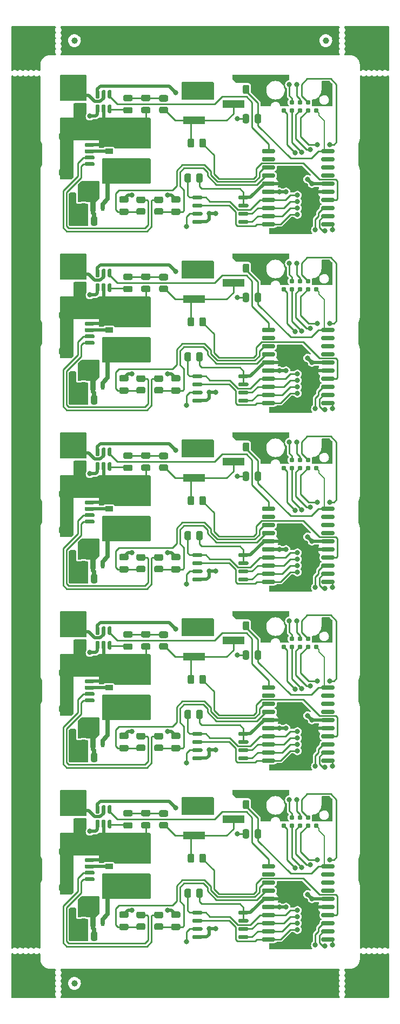
<source format=gtl>
G04 #@! TF.GenerationSoftware,KiCad,Pcbnew,6.0.2+dfsg-1*
G04 #@! TF.CreationDate,2023-11-02T10:53:08-06:00*
G04 #@! TF.ProjectId,ckt-dingdong-flash-array,636b742d-6469-46e6-9764-6f6e672d666c,rev?*
G04 #@! TF.SameCoordinates,Original*
G04 #@! TF.FileFunction,Copper,L1,Top*
G04 #@! TF.FilePolarity,Positive*
%FSLAX46Y46*%
G04 Gerber Fmt 4.6, Leading zero omitted, Abs format (unit mm)*
G04 Created by KiCad (PCBNEW 6.0.2+dfsg-1) date 2023-11-02 10:53:08*
%MOMM*%
%LPD*%
G01*
G04 APERTURE LIST*
G04 #@! TA.AperFunction,SMDPad,CuDef*
%ADD10R,3.429000X1.193800*%
G04 #@! TD*
G04 #@! TA.AperFunction,SMDPad,CuDef*
%ADD11R,3.454400X1.193800*%
G04 #@! TD*
G04 #@! TA.AperFunction,SMDPad,CuDef*
%ADD12R,1.200000X0.900000*%
G04 #@! TD*
G04 #@! TA.AperFunction,ConnectorPad*
%ADD13C,0.787400*%
G04 #@! TD*
G04 #@! TA.AperFunction,SMDPad,CuDef*
%ADD14R,0.550000X1.300000*%
G04 #@! TD*
G04 #@! TA.AperFunction,SMDPad,CuDef*
%ADD15C,1.000000*%
G04 #@! TD*
G04 #@! TA.AperFunction,ViaPad*
%ADD16C,0.800000*%
G04 #@! TD*
G04 #@! TA.AperFunction,Conductor*
%ADD17C,0.508000*%
G04 #@! TD*
G04 #@! TA.AperFunction,Conductor*
%ADD18C,0.254000*%
G04 #@! TD*
G04 #@! TA.AperFunction,Conductor*
%ADD19C,0.250000*%
G04 #@! TD*
G04 #@! TA.AperFunction,Conductor*
%ADD20C,0.203200*%
G04 #@! TD*
G04 #@! TA.AperFunction,Conductor*
%ADD21C,0.635000*%
G04 #@! TD*
G04 #@! TA.AperFunction,Conductor*
%ADD22C,0.177800*%
G04 #@! TD*
G04 APERTURE END LIST*
G04 #@! TA.AperFunction,SMDPad,CuDef*
G36*
G01*
X129229000Y-114435000D02*
X130179000Y-114435000D01*
G75*
G02*
X130429000Y-114685000I0J-250000D01*
G01*
X130429000Y-115185000D01*
G75*
G02*
X130179000Y-115435000I-250000J0D01*
G01*
X129229000Y-115435000D01*
G75*
G02*
X128979000Y-115185000I0J250000D01*
G01*
X128979000Y-114685000D01*
G75*
G02*
X129229000Y-114435000I250000J0D01*
G01*
G37*
G04 #@! TD.AperFunction*
G04 #@! TA.AperFunction,SMDPad,CuDef*
G36*
G01*
X129229000Y-116335000D02*
X130179000Y-116335000D01*
G75*
G02*
X130429000Y-116585000I0J-250000D01*
G01*
X130429000Y-117085000D01*
G75*
G02*
X130179000Y-117335000I-250000J0D01*
G01*
X129229000Y-117335000D01*
G75*
G02*
X128979000Y-117085000I0J250000D01*
G01*
X128979000Y-116585000D01*
G75*
G02*
X129229000Y-116335000I250000J0D01*
G01*
G37*
G04 #@! TD.AperFunction*
G04 #@! TA.AperFunction,SMDPad,CuDef*
G36*
G01*
X148909000Y-99433000D02*
X148909000Y-100333000D01*
G75*
G02*
X148659000Y-100583000I-250000J0D01*
G01*
X148134000Y-100583000D01*
G75*
G02*
X147884000Y-100333000I0J250000D01*
G01*
X147884000Y-99433000D01*
G75*
G02*
X148134000Y-99183000I250000J0D01*
G01*
X148659000Y-99183000D01*
G75*
G02*
X148909000Y-99433000I0J-250000D01*
G01*
G37*
G04 #@! TD.AperFunction*
G04 #@! TA.AperFunction,SMDPad,CuDef*
G36*
G01*
X147084000Y-99433000D02*
X147084000Y-100333000D01*
G75*
G02*
X146834000Y-100583000I-250000J0D01*
G01*
X146309000Y-100583000D01*
G75*
G02*
X146059000Y-100333000I0J250000D01*
G01*
X146059000Y-99433000D01*
G75*
G02*
X146309000Y-99183000I250000J0D01*
G01*
X146834000Y-99183000D01*
G75*
G02*
X147084000Y-99433000I0J-250000D01*
G01*
G37*
G04 #@! TD.AperFunction*
G04 #@! TA.AperFunction,SMDPad,CuDef*
G36*
G01*
X137037000Y-161531000D02*
X136087000Y-161531000D01*
G75*
G02*
X135837000Y-161281000I0J250000D01*
G01*
X135837000Y-160781000D01*
G75*
G02*
X136087000Y-160531000I250000J0D01*
G01*
X137037000Y-160531000D01*
G75*
G02*
X137287000Y-160781000I0J-250000D01*
G01*
X137287000Y-161281000D01*
G75*
G02*
X137037000Y-161531000I-250000J0D01*
G01*
G37*
G04 #@! TD.AperFunction*
G04 #@! TA.AperFunction,SMDPad,CuDef*
G36*
G01*
X137037000Y-159631000D02*
X136087000Y-159631000D01*
G75*
G02*
X135837000Y-159381000I0J250000D01*
G01*
X135837000Y-158881000D01*
G75*
G02*
X136087000Y-158631000I250000J0D01*
G01*
X137037000Y-158631000D01*
G75*
G02*
X137287000Y-158881000I0J-250000D01*
G01*
X137287000Y-159381000D01*
G75*
G02*
X137037000Y-159631000I-250000J0D01*
G01*
G37*
G04 #@! TD.AperFunction*
D10*
X147572900Y-29906000D03*
D11*
X153732400Y-32446000D03*
D10*
X147572900Y-34986000D03*
G04 #@! TA.AperFunction,SMDPad,CuDef*
G36*
G01*
X169542000Y-51092000D02*
X169542000Y-51392000D01*
G75*
G02*
X169392000Y-51542000I-150000J0D01*
G01*
X167642000Y-51542000D01*
G75*
G02*
X167492000Y-51392000I0J150000D01*
G01*
X167492000Y-51092000D01*
G75*
G02*
X167642000Y-50942000I150000J0D01*
G01*
X169392000Y-50942000D01*
G75*
G02*
X169542000Y-51092000I0J-150000D01*
G01*
G37*
G04 #@! TD.AperFunction*
G04 #@! TA.AperFunction,SMDPad,CuDef*
G36*
G01*
X169542000Y-49822000D02*
X169542000Y-50122000D01*
G75*
G02*
X169392000Y-50272000I-150000J0D01*
G01*
X167642000Y-50272000D01*
G75*
G02*
X167492000Y-50122000I0J150000D01*
G01*
X167492000Y-49822000D01*
G75*
G02*
X167642000Y-49672000I150000J0D01*
G01*
X169392000Y-49672000D01*
G75*
G02*
X169542000Y-49822000I0J-150000D01*
G01*
G37*
G04 #@! TD.AperFunction*
G04 #@! TA.AperFunction,SMDPad,CuDef*
G36*
G01*
X169542000Y-48552000D02*
X169542000Y-48852000D01*
G75*
G02*
X169392000Y-49002000I-150000J0D01*
G01*
X167642000Y-49002000D01*
G75*
G02*
X167492000Y-48852000I0J150000D01*
G01*
X167492000Y-48552000D01*
G75*
G02*
X167642000Y-48402000I150000J0D01*
G01*
X169392000Y-48402000D01*
G75*
G02*
X169542000Y-48552000I0J-150000D01*
G01*
G37*
G04 #@! TD.AperFunction*
G04 #@! TA.AperFunction,SMDPad,CuDef*
G36*
G01*
X169542000Y-47282000D02*
X169542000Y-47582000D01*
G75*
G02*
X169392000Y-47732000I-150000J0D01*
G01*
X167642000Y-47732000D01*
G75*
G02*
X167492000Y-47582000I0J150000D01*
G01*
X167492000Y-47282000D01*
G75*
G02*
X167642000Y-47132000I150000J0D01*
G01*
X169392000Y-47132000D01*
G75*
G02*
X169542000Y-47282000I0J-150000D01*
G01*
G37*
G04 #@! TD.AperFunction*
G04 #@! TA.AperFunction,SMDPad,CuDef*
G36*
G01*
X169542000Y-46012000D02*
X169542000Y-46312000D01*
G75*
G02*
X169392000Y-46462000I-150000J0D01*
G01*
X167642000Y-46462000D01*
G75*
G02*
X167492000Y-46312000I0J150000D01*
G01*
X167492000Y-46012000D01*
G75*
G02*
X167642000Y-45862000I150000J0D01*
G01*
X169392000Y-45862000D01*
G75*
G02*
X169542000Y-46012000I0J-150000D01*
G01*
G37*
G04 #@! TD.AperFunction*
G04 #@! TA.AperFunction,SMDPad,CuDef*
G36*
G01*
X169542000Y-44742000D02*
X169542000Y-45042000D01*
G75*
G02*
X169392000Y-45192000I-150000J0D01*
G01*
X167642000Y-45192000D01*
G75*
G02*
X167492000Y-45042000I0J150000D01*
G01*
X167492000Y-44742000D01*
G75*
G02*
X167642000Y-44592000I150000J0D01*
G01*
X169392000Y-44592000D01*
G75*
G02*
X169542000Y-44742000I0J-150000D01*
G01*
G37*
G04 #@! TD.AperFunction*
G04 #@! TA.AperFunction,SMDPad,CuDef*
G36*
G01*
X169542000Y-43472000D02*
X169542000Y-43772000D01*
G75*
G02*
X169392000Y-43922000I-150000J0D01*
G01*
X167642000Y-43922000D01*
G75*
G02*
X167492000Y-43772000I0J150000D01*
G01*
X167492000Y-43472000D01*
G75*
G02*
X167642000Y-43322000I150000J0D01*
G01*
X169392000Y-43322000D01*
G75*
G02*
X169542000Y-43472000I0J-150000D01*
G01*
G37*
G04 #@! TD.AperFunction*
G04 #@! TA.AperFunction,SMDPad,CuDef*
G36*
G01*
X169542000Y-42202000D02*
X169542000Y-42502000D01*
G75*
G02*
X169392000Y-42652000I-150000J0D01*
G01*
X167642000Y-42652000D01*
G75*
G02*
X167492000Y-42502000I0J150000D01*
G01*
X167492000Y-42202000D01*
G75*
G02*
X167642000Y-42052000I150000J0D01*
G01*
X169392000Y-42052000D01*
G75*
G02*
X169542000Y-42202000I0J-150000D01*
G01*
G37*
G04 #@! TD.AperFunction*
G04 #@! TA.AperFunction,SMDPad,CuDef*
G36*
G01*
X169542000Y-40932000D02*
X169542000Y-41232000D01*
G75*
G02*
X169392000Y-41382000I-150000J0D01*
G01*
X167642000Y-41382000D01*
G75*
G02*
X167492000Y-41232000I0J150000D01*
G01*
X167492000Y-40932000D01*
G75*
G02*
X167642000Y-40782000I150000J0D01*
G01*
X169392000Y-40782000D01*
G75*
G02*
X169542000Y-40932000I0J-150000D01*
G01*
G37*
G04 #@! TD.AperFunction*
G04 #@! TA.AperFunction,SMDPad,CuDef*
G36*
G01*
X169542000Y-39662000D02*
X169542000Y-39962000D01*
G75*
G02*
X169392000Y-40112000I-150000J0D01*
G01*
X167642000Y-40112000D01*
G75*
G02*
X167492000Y-39962000I0J150000D01*
G01*
X167492000Y-39662000D01*
G75*
G02*
X167642000Y-39512000I150000J0D01*
G01*
X169392000Y-39512000D01*
G75*
G02*
X169542000Y-39662000I0J-150000D01*
G01*
G37*
G04 #@! TD.AperFunction*
G04 #@! TA.AperFunction,SMDPad,CuDef*
G36*
G01*
X160242000Y-39662000D02*
X160242000Y-39962000D01*
G75*
G02*
X160092000Y-40112000I-150000J0D01*
G01*
X158342000Y-40112000D01*
G75*
G02*
X158192000Y-39962000I0J150000D01*
G01*
X158192000Y-39662000D01*
G75*
G02*
X158342000Y-39512000I150000J0D01*
G01*
X160092000Y-39512000D01*
G75*
G02*
X160242000Y-39662000I0J-150000D01*
G01*
G37*
G04 #@! TD.AperFunction*
G04 #@! TA.AperFunction,SMDPad,CuDef*
G36*
G01*
X160242000Y-40932000D02*
X160242000Y-41232000D01*
G75*
G02*
X160092000Y-41382000I-150000J0D01*
G01*
X158342000Y-41382000D01*
G75*
G02*
X158192000Y-41232000I0J150000D01*
G01*
X158192000Y-40932000D01*
G75*
G02*
X158342000Y-40782000I150000J0D01*
G01*
X160092000Y-40782000D01*
G75*
G02*
X160242000Y-40932000I0J-150000D01*
G01*
G37*
G04 #@! TD.AperFunction*
G04 #@! TA.AperFunction,SMDPad,CuDef*
G36*
G01*
X160242000Y-42202000D02*
X160242000Y-42502000D01*
G75*
G02*
X160092000Y-42652000I-150000J0D01*
G01*
X158342000Y-42652000D01*
G75*
G02*
X158192000Y-42502000I0J150000D01*
G01*
X158192000Y-42202000D01*
G75*
G02*
X158342000Y-42052000I150000J0D01*
G01*
X160092000Y-42052000D01*
G75*
G02*
X160242000Y-42202000I0J-150000D01*
G01*
G37*
G04 #@! TD.AperFunction*
G04 #@! TA.AperFunction,SMDPad,CuDef*
G36*
G01*
X160242000Y-43472000D02*
X160242000Y-43772000D01*
G75*
G02*
X160092000Y-43922000I-150000J0D01*
G01*
X158342000Y-43922000D01*
G75*
G02*
X158192000Y-43772000I0J150000D01*
G01*
X158192000Y-43472000D01*
G75*
G02*
X158342000Y-43322000I150000J0D01*
G01*
X160092000Y-43322000D01*
G75*
G02*
X160242000Y-43472000I0J-150000D01*
G01*
G37*
G04 #@! TD.AperFunction*
G04 #@! TA.AperFunction,SMDPad,CuDef*
G36*
G01*
X160242000Y-44742000D02*
X160242000Y-45042000D01*
G75*
G02*
X160092000Y-45192000I-150000J0D01*
G01*
X158342000Y-45192000D01*
G75*
G02*
X158192000Y-45042000I0J150000D01*
G01*
X158192000Y-44742000D01*
G75*
G02*
X158342000Y-44592000I150000J0D01*
G01*
X160092000Y-44592000D01*
G75*
G02*
X160242000Y-44742000I0J-150000D01*
G01*
G37*
G04 #@! TD.AperFunction*
G04 #@! TA.AperFunction,SMDPad,CuDef*
G36*
G01*
X160242000Y-46012000D02*
X160242000Y-46312000D01*
G75*
G02*
X160092000Y-46462000I-150000J0D01*
G01*
X158342000Y-46462000D01*
G75*
G02*
X158192000Y-46312000I0J150000D01*
G01*
X158192000Y-46012000D01*
G75*
G02*
X158342000Y-45862000I150000J0D01*
G01*
X160092000Y-45862000D01*
G75*
G02*
X160242000Y-46012000I0J-150000D01*
G01*
G37*
G04 #@! TD.AperFunction*
G04 #@! TA.AperFunction,SMDPad,CuDef*
G36*
G01*
X160242000Y-47282000D02*
X160242000Y-47582000D01*
G75*
G02*
X160092000Y-47732000I-150000J0D01*
G01*
X158342000Y-47732000D01*
G75*
G02*
X158192000Y-47582000I0J150000D01*
G01*
X158192000Y-47282000D01*
G75*
G02*
X158342000Y-47132000I150000J0D01*
G01*
X160092000Y-47132000D01*
G75*
G02*
X160242000Y-47282000I0J-150000D01*
G01*
G37*
G04 #@! TD.AperFunction*
G04 #@! TA.AperFunction,SMDPad,CuDef*
G36*
G01*
X160242000Y-48552000D02*
X160242000Y-48852000D01*
G75*
G02*
X160092000Y-49002000I-150000J0D01*
G01*
X158342000Y-49002000D01*
G75*
G02*
X158192000Y-48852000I0J150000D01*
G01*
X158192000Y-48552000D01*
G75*
G02*
X158342000Y-48402000I150000J0D01*
G01*
X160092000Y-48402000D01*
G75*
G02*
X160242000Y-48552000I0J-150000D01*
G01*
G37*
G04 #@! TD.AperFunction*
G04 #@! TA.AperFunction,SMDPad,CuDef*
G36*
G01*
X160242000Y-49822000D02*
X160242000Y-50122000D01*
G75*
G02*
X160092000Y-50272000I-150000J0D01*
G01*
X158342000Y-50272000D01*
G75*
G02*
X158192000Y-50122000I0J150000D01*
G01*
X158192000Y-49822000D01*
G75*
G02*
X158342000Y-49672000I150000J0D01*
G01*
X160092000Y-49672000D01*
G75*
G02*
X160242000Y-49822000I0J-150000D01*
G01*
G37*
G04 #@! TD.AperFunction*
G04 #@! TA.AperFunction,SMDPad,CuDef*
G36*
G01*
X160242000Y-51092000D02*
X160242000Y-51392000D01*
G75*
G02*
X160092000Y-51542000I-150000J0D01*
G01*
X158342000Y-51542000D01*
G75*
G02*
X158192000Y-51392000I0J150000D01*
G01*
X158192000Y-51092000D01*
G75*
G02*
X158342000Y-50942000I150000J0D01*
G01*
X160092000Y-50942000D01*
G75*
G02*
X160242000Y-51092000I0J-150000D01*
G01*
G37*
G04 #@! TD.AperFunction*
G04 #@! TA.AperFunction,SMDPad,CuDef*
G36*
G01*
X137037000Y-133591000D02*
X136087000Y-133591000D01*
G75*
G02*
X135837000Y-133341000I0J250000D01*
G01*
X135837000Y-132841000D01*
G75*
G02*
X136087000Y-132591000I250000J0D01*
G01*
X137037000Y-132591000D01*
G75*
G02*
X137287000Y-132841000I0J-250000D01*
G01*
X137287000Y-133341000D01*
G75*
G02*
X137037000Y-133591000I-250000J0D01*
G01*
G37*
G04 #@! TD.AperFunction*
G04 #@! TA.AperFunction,SMDPad,CuDef*
G36*
G01*
X137037000Y-131691000D02*
X136087000Y-131691000D01*
G75*
G02*
X135837000Y-131441000I0J250000D01*
G01*
X135837000Y-130941000D01*
G75*
G02*
X136087000Y-130691000I250000J0D01*
G01*
X137037000Y-130691000D01*
G75*
G02*
X137287000Y-130941000I0J-250000D01*
G01*
X137287000Y-131441000D01*
G75*
G02*
X137037000Y-131691000I-250000J0D01*
G01*
G37*
G04 #@! TD.AperFunction*
G04 #@! TA.AperFunction,SMDPad,CuDef*
G36*
G01*
X129524000Y-79149000D02*
X129524000Y-78199000D01*
G75*
G02*
X129774000Y-77949000I250000J0D01*
G01*
X130274000Y-77949000D01*
G75*
G02*
X130524000Y-78199000I0J-250000D01*
G01*
X130524000Y-79149000D01*
G75*
G02*
X130274000Y-79399000I-250000J0D01*
G01*
X129774000Y-79399000D01*
G75*
G02*
X129524000Y-79149000I0J250000D01*
G01*
G37*
G04 #@! TD.AperFunction*
G04 #@! TA.AperFunction,SMDPad,CuDef*
G36*
G01*
X131424000Y-79149000D02*
X131424000Y-78199000D01*
G75*
G02*
X131674000Y-77949000I250000J0D01*
G01*
X132174000Y-77949000D01*
G75*
G02*
X132424000Y-78199000I0J-250000D01*
G01*
X132424000Y-79149000D01*
G75*
G02*
X132174000Y-79399000I-250000J0D01*
G01*
X131674000Y-79399000D01*
G75*
G02*
X131424000Y-79149000I0J250000D01*
G01*
G37*
G04 #@! TD.AperFunction*
G04 #@! TA.AperFunction,SMDPad,CuDef*
G36*
G01*
X129229000Y-86495000D02*
X130179000Y-86495000D01*
G75*
G02*
X130429000Y-86745000I0J-250000D01*
G01*
X130429000Y-87245000D01*
G75*
G02*
X130179000Y-87495000I-250000J0D01*
G01*
X129229000Y-87495000D01*
G75*
G02*
X128979000Y-87245000I0J250000D01*
G01*
X128979000Y-86745000D01*
G75*
G02*
X129229000Y-86495000I250000J0D01*
G01*
G37*
G04 #@! TD.AperFunction*
G04 #@! TA.AperFunction,SMDPad,CuDef*
G36*
G01*
X129229000Y-88395000D02*
X130179000Y-88395000D01*
G75*
G02*
X130429000Y-88645000I0J-250000D01*
G01*
X130429000Y-89145000D01*
G75*
G02*
X130179000Y-89395000I-250000J0D01*
G01*
X129229000Y-89395000D01*
G75*
G02*
X128979000Y-89145000I0J250000D01*
G01*
X128979000Y-88645000D01*
G75*
G02*
X129229000Y-88395000I250000J0D01*
G01*
G37*
G04 #@! TD.AperFunction*
D12*
X134276000Y-71053000D03*
X134276000Y-67753000D03*
X134276000Y-154873000D03*
X134276000Y-151573000D03*
D13*
X161581000Y-61402000D03*
X162851000Y-61402000D03*
X164121000Y-61402000D03*
X165391000Y-61402000D03*
X166661000Y-61402000D03*
X166661000Y-60132000D03*
X165391000Y-60132000D03*
X164121000Y-60132000D03*
X162851000Y-60132000D03*
X161581000Y-60132000D03*
G04 #@! TA.AperFunction,SMDPad,CuDef*
G36*
G01*
X169542000Y-134912000D02*
X169542000Y-135212000D01*
G75*
G02*
X169392000Y-135362000I-150000J0D01*
G01*
X167642000Y-135362000D01*
G75*
G02*
X167492000Y-135212000I0J150000D01*
G01*
X167492000Y-134912000D01*
G75*
G02*
X167642000Y-134762000I150000J0D01*
G01*
X169392000Y-134762000D01*
G75*
G02*
X169542000Y-134912000I0J-150000D01*
G01*
G37*
G04 #@! TD.AperFunction*
G04 #@! TA.AperFunction,SMDPad,CuDef*
G36*
G01*
X169542000Y-133642000D02*
X169542000Y-133942000D01*
G75*
G02*
X169392000Y-134092000I-150000J0D01*
G01*
X167642000Y-134092000D01*
G75*
G02*
X167492000Y-133942000I0J150000D01*
G01*
X167492000Y-133642000D01*
G75*
G02*
X167642000Y-133492000I150000J0D01*
G01*
X169392000Y-133492000D01*
G75*
G02*
X169542000Y-133642000I0J-150000D01*
G01*
G37*
G04 #@! TD.AperFunction*
G04 #@! TA.AperFunction,SMDPad,CuDef*
G36*
G01*
X169542000Y-132372000D02*
X169542000Y-132672000D01*
G75*
G02*
X169392000Y-132822000I-150000J0D01*
G01*
X167642000Y-132822000D01*
G75*
G02*
X167492000Y-132672000I0J150000D01*
G01*
X167492000Y-132372000D01*
G75*
G02*
X167642000Y-132222000I150000J0D01*
G01*
X169392000Y-132222000D01*
G75*
G02*
X169542000Y-132372000I0J-150000D01*
G01*
G37*
G04 #@! TD.AperFunction*
G04 #@! TA.AperFunction,SMDPad,CuDef*
G36*
G01*
X169542000Y-131102000D02*
X169542000Y-131402000D01*
G75*
G02*
X169392000Y-131552000I-150000J0D01*
G01*
X167642000Y-131552000D01*
G75*
G02*
X167492000Y-131402000I0J150000D01*
G01*
X167492000Y-131102000D01*
G75*
G02*
X167642000Y-130952000I150000J0D01*
G01*
X169392000Y-130952000D01*
G75*
G02*
X169542000Y-131102000I0J-150000D01*
G01*
G37*
G04 #@! TD.AperFunction*
G04 #@! TA.AperFunction,SMDPad,CuDef*
G36*
G01*
X169542000Y-129832000D02*
X169542000Y-130132000D01*
G75*
G02*
X169392000Y-130282000I-150000J0D01*
G01*
X167642000Y-130282000D01*
G75*
G02*
X167492000Y-130132000I0J150000D01*
G01*
X167492000Y-129832000D01*
G75*
G02*
X167642000Y-129682000I150000J0D01*
G01*
X169392000Y-129682000D01*
G75*
G02*
X169542000Y-129832000I0J-150000D01*
G01*
G37*
G04 #@! TD.AperFunction*
G04 #@! TA.AperFunction,SMDPad,CuDef*
G36*
G01*
X169542000Y-128562000D02*
X169542000Y-128862000D01*
G75*
G02*
X169392000Y-129012000I-150000J0D01*
G01*
X167642000Y-129012000D01*
G75*
G02*
X167492000Y-128862000I0J150000D01*
G01*
X167492000Y-128562000D01*
G75*
G02*
X167642000Y-128412000I150000J0D01*
G01*
X169392000Y-128412000D01*
G75*
G02*
X169542000Y-128562000I0J-150000D01*
G01*
G37*
G04 #@! TD.AperFunction*
G04 #@! TA.AperFunction,SMDPad,CuDef*
G36*
G01*
X169542000Y-127292000D02*
X169542000Y-127592000D01*
G75*
G02*
X169392000Y-127742000I-150000J0D01*
G01*
X167642000Y-127742000D01*
G75*
G02*
X167492000Y-127592000I0J150000D01*
G01*
X167492000Y-127292000D01*
G75*
G02*
X167642000Y-127142000I150000J0D01*
G01*
X169392000Y-127142000D01*
G75*
G02*
X169542000Y-127292000I0J-150000D01*
G01*
G37*
G04 #@! TD.AperFunction*
G04 #@! TA.AperFunction,SMDPad,CuDef*
G36*
G01*
X169542000Y-126022000D02*
X169542000Y-126322000D01*
G75*
G02*
X169392000Y-126472000I-150000J0D01*
G01*
X167642000Y-126472000D01*
G75*
G02*
X167492000Y-126322000I0J150000D01*
G01*
X167492000Y-126022000D01*
G75*
G02*
X167642000Y-125872000I150000J0D01*
G01*
X169392000Y-125872000D01*
G75*
G02*
X169542000Y-126022000I0J-150000D01*
G01*
G37*
G04 #@! TD.AperFunction*
G04 #@! TA.AperFunction,SMDPad,CuDef*
G36*
G01*
X169542000Y-124752000D02*
X169542000Y-125052000D01*
G75*
G02*
X169392000Y-125202000I-150000J0D01*
G01*
X167642000Y-125202000D01*
G75*
G02*
X167492000Y-125052000I0J150000D01*
G01*
X167492000Y-124752000D01*
G75*
G02*
X167642000Y-124602000I150000J0D01*
G01*
X169392000Y-124602000D01*
G75*
G02*
X169542000Y-124752000I0J-150000D01*
G01*
G37*
G04 #@! TD.AperFunction*
G04 #@! TA.AperFunction,SMDPad,CuDef*
G36*
G01*
X169542000Y-123482000D02*
X169542000Y-123782000D01*
G75*
G02*
X169392000Y-123932000I-150000J0D01*
G01*
X167642000Y-123932000D01*
G75*
G02*
X167492000Y-123782000I0J150000D01*
G01*
X167492000Y-123482000D01*
G75*
G02*
X167642000Y-123332000I150000J0D01*
G01*
X169392000Y-123332000D01*
G75*
G02*
X169542000Y-123482000I0J-150000D01*
G01*
G37*
G04 #@! TD.AperFunction*
G04 #@! TA.AperFunction,SMDPad,CuDef*
G36*
G01*
X160242000Y-123482000D02*
X160242000Y-123782000D01*
G75*
G02*
X160092000Y-123932000I-150000J0D01*
G01*
X158342000Y-123932000D01*
G75*
G02*
X158192000Y-123782000I0J150000D01*
G01*
X158192000Y-123482000D01*
G75*
G02*
X158342000Y-123332000I150000J0D01*
G01*
X160092000Y-123332000D01*
G75*
G02*
X160242000Y-123482000I0J-150000D01*
G01*
G37*
G04 #@! TD.AperFunction*
G04 #@! TA.AperFunction,SMDPad,CuDef*
G36*
G01*
X160242000Y-124752000D02*
X160242000Y-125052000D01*
G75*
G02*
X160092000Y-125202000I-150000J0D01*
G01*
X158342000Y-125202000D01*
G75*
G02*
X158192000Y-125052000I0J150000D01*
G01*
X158192000Y-124752000D01*
G75*
G02*
X158342000Y-124602000I150000J0D01*
G01*
X160092000Y-124602000D01*
G75*
G02*
X160242000Y-124752000I0J-150000D01*
G01*
G37*
G04 #@! TD.AperFunction*
G04 #@! TA.AperFunction,SMDPad,CuDef*
G36*
G01*
X160242000Y-126022000D02*
X160242000Y-126322000D01*
G75*
G02*
X160092000Y-126472000I-150000J0D01*
G01*
X158342000Y-126472000D01*
G75*
G02*
X158192000Y-126322000I0J150000D01*
G01*
X158192000Y-126022000D01*
G75*
G02*
X158342000Y-125872000I150000J0D01*
G01*
X160092000Y-125872000D01*
G75*
G02*
X160242000Y-126022000I0J-150000D01*
G01*
G37*
G04 #@! TD.AperFunction*
G04 #@! TA.AperFunction,SMDPad,CuDef*
G36*
G01*
X160242000Y-127292000D02*
X160242000Y-127592000D01*
G75*
G02*
X160092000Y-127742000I-150000J0D01*
G01*
X158342000Y-127742000D01*
G75*
G02*
X158192000Y-127592000I0J150000D01*
G01*
X158192000Y-127292000D01*
G75*
G02*
X158342000Y-127142000I150000J0D01*
G01*
X160092000Y-127142000D01*
G75*
G02*
X160242000Y-127292000I0J-150000D01*
G01*
G37*
G04 #@! TD.AperFunction*
G04 #@! TA.AperFunction,SMDPad,CuDef*
G36*
G01*
X160242000Y-128562000D02*
X160242000Y-128862000D01*
G75*
G02*
X160092000Y-129012000I-150000J0D01*
G01*
X158342000Y-129012000D01*
G75*
G02*
X158192000Y-128862000I0J150000D01*
G01*
X158192000Y-128562000D01*
G75*
G02*
X158342000Y-128412000I150000J0D01*
G01*
X160092000Y-128412000D01*
G75*
G02*
X160242000Y-128562000I0J-150000D01*
G01*
G37*
G04 #@! TD.AperFunction*
G04 #@! TA.AperFunction,SMDPad,CuDef*
G36*
G01*
X160242000Y-129832000D02*
X160242000Y-130132000D01*
G75*
G02*
X160092000Y-130282000I-150000J0D01*
G01*
X158342000Y-130282000D01*
G75*
G02*
X158192000Y-130132000I0J150000D01*
G01*
X158192000Y-129832000D01*
G75*
G02*
X158342000Y-129682000I150000J0D01*
G01*
X160092000Y-129682000D01*
G75*
G02*
X160242000Y-129832000I0J-150000D01*
G01*
G37*
G04 #@! TD.AperFunction*
G04 #@! TA.AperFunction,SMDPad,CuDef*
G36*
G01*
X160242000Y-131102000D02*
X160242000Y-131402000D01*
G75*
G02*
X160092000Y-131552000I-150000J0D01*
G01*
X158342000Y-131552000D01*
G75*
G02*
X158192000Y-131402000I0J150000D01*
G01*
X158192000Y-131102000D01*
G75*
G02*
X158342000Y-130952000I150000J0D01*
G01*
X160092000Y-130952000D01*
G75*
G02*
X160242000Y-131102000I0J-150000D01*
G01*
G37*
G04 #@! TD.AperFunction*
G04 #@! TA.AperFunction,SMDPad,CuDef*
G36*
G01*
X160242000Y-132372000D02*
X160242000Y-132672000D01*
G75*
G02*
X160092000Y-132822000I-150000J0D01*
G01*
X158342000Y-132822000D01*
G75*
G02*
X158192000Y-132672000I0J150000D01*
G01*
X158192000Y-132372000D01*
G75*
G02*
X158342000Y-132222000I150000J0D01*
G01*
X160092000Y-132222000D01*
G75*
G02*
X160242000Y-132372000I0J-150000D01*
G01*
G37*
G04 #@! TD.AperFunction*
G04 #@! TA.AperFunction,SMDPad,CuDef*
G36*
G01*
X160242000Y-133642000D02*
X160242000Y-133942000D01*
G75*
G02*
X160092000Y-134092000I-150000J0D01*
G01*
X158342000Y-134092000D01*
G75*
G02*
X158192000Y-133942000I0J150000D01*
G01*
X158192000Y-133642000D01*
G75*
G02*
X158342000Y-133492000I150000J0D01*
G01*
X160092000Y-133492000D01*
G75*
G02*
X160242000Y-133642000I0J-150000D01*
G01*
G37*
G04 #@! TD.AperFunction*
G04 #@! TA.AperFunction,SMDPad,CuDef*
G36*
G01*
X160242000Y-134912000D02*
X160242000Y-135212000D01*
G75*
G02*
X160092000Y-135362000I-150000J0D01*
G01*
X158342000Y-135362000D01*
G75*
G02*
X158192000Y-135212000I0J150000D01*
G01*
X158192000Y-134912000D01*
G75*
G02*
X158342000Y-134762000I150000J0D01*
G01*
X160092000Y-134762000D01*
G75*
G02*
X160242000Y-134912000I0J-150000D01*
G01*
G37*
G04 #@! TD.AperFunction*
G04 #@! TA.AperFunction,SMDPad,CuDef*
G36*
G01*
X155203000Y-58550000D02*
X155203000Y-57650000D01*
G75*
G02*
X155453000Y-57400000I250000J0D01*
G01*
X155978000Y-57400000D01*
G75*
G02*
X156228000Y-57650000I0J-250000D01*
G01*
X156228000Y-58550000D01*
G75*
G02*
X155978000Y-58800000I-250000J0D01*
G01*
X155453000Y-58800000D01*
G75*
G02*
X155203000Y-58550000I0J250000D01*
G01*
G37*
G04 #@! TD.AperFunction*
G04 #@! TA.AperFunction,SMDPad,CuDef*
G36*
G01*
X157028000Y-58550000D02*
X157028000Y-57650000D01*
G75*
G02*
X157278000Y-57400000I250000J0D01*
G01*
X157803000Y-57400000D01*
G75*
G02*
X158053000Y-57650000I0J-250000D01*
G01*
X158053000Y-58550000D01*
G75*
G02*
X157803000Y-58800000I-250000J0D01*
G01*
X157278000Y-58800000D01*
G75*
G02*
X157028000Y-58550000I0J250000D01*
G01*
G37*
G04 #@! TD.AperFunction*
D12*
X134276000Y-43113000D03*
X134276000Y-39813000D03*
G04 #@! TA.AperFunction,SMDPad,CuDef*
G36*
G01*
X138779000Y-130716000D02*
X139679000Y-130716000D01*
G75*
G02*
X139929000Y-130966000I0J-250000D01*
G01*
X139929000Y-131491000D01*
G75*
G02*
X139679000Y-131741000I-250000J0D01*
G01*
X138779000Y-131741000D01*
G75*
G02*
X138529000Y-131491000I0J250000D01*
G01*
X138529000Y-130966000D01*
G75*
G02*
X138779000Y-130716000I250000J0D01*
G01*
G37*
G04 #@! TD.AperFunction*
G04 #@! TA.AperFunction,SMDPad,CuDef*
G36*
G01*
X138779000Y-132541000D02*
X139679000Y-132541000D01*
G75*
G02*
X139929000Y-132791000I0J-250000D01*
G01*
X139929000Y-133316000D01*
G75*
G02*
X139679000Y-133566000I-250000J0D01*
G01*
X138779000Y-133566000D01*
G75*
G02*
X138529000Y-133316000I0J250000D01*
G01*
X138529000Y-132791000D01*
G75*
G02*
X138779000Y-132541000I250000J0D01*
G01*
G37*
G04 #@! TD.AperFunction*
G04 #@! TA.AperFunction,SMDPad,CuDef*
G36*
G01*
X147275000Y-75141000D02*
X147275000Y-74841000D01*
G75*
G02*
X147425000Y-74691000I150000J0D01*
G01*
X148725000Y-74691000D01*
G75*
G02*
X148875000Y-74841000I0J-150000D01*
G01*
X148875000Y-75141000D01*
G75*
G02*
X148725000Y-75291000I-150000J0D01*
G01*
X147425000Y-75291000D01*
G75*
G02*
X147275000Y-75141000I0J150000D01*
G01*
G37*
G04 #@! TD.AperFunction*
G04 #@! TA.AperFunction,SMDPad,CuDef*
G36*
G01*
X147275000Y-76411000D02*
X147275000Y-76111000D01*
G75*
G02*
X147425000Y-75961000I150000J0D01*
G01*
X148725000Y-75961000D01*
G75*
G02*
X148875000Y-76111000I0J-150000D01*
G01*
X148875000Y-76411000D01*
G75*
G02*
X148725000Y-76561000I-150000J0D01*
G01*
X147425000Y-76561000D01*
G75*
G02*
X147275000Y-76411000I0J150000D01*
G01*
G37*
G04 #@! TD.AperFunction*
G04 #@! TA.AperFunction,SMDPad,CuDef*
G36*
G01*
X147275000Y-77681000D02*
X147275000Y-77381000D01*
G75*
G02*
X147425000Y-77231000I150000J0D01*
G01*
X148725000Y-77231000D01*
G75*
G02*
X148875000Y-77381000I0J-150000D01*
G01*
X148875000Y-77681000D01*
G75*
G02*
X148725000Y-77831000I-150000J0D01*
G01*
X147425000Y-77831000D01*
G75*
G02*
X147275000Y-77681000I0J150000D01*
G01*
G37*
G04 #@! TD.AperFunction*
G04 #@! TA.AperFunction,SMDPad,CuDef*
G36*
G01*
X147275000Y-78951000D02*
X147275000Y-78651000D01*
G75*
G02*
X147425000Y-78501000I150000J0D01*
G01*
X148725000Y-78501000D01*
G75*
G02*
X148875000Y-78651000I0J-150000D01*
G01*
X148875000Y-78951000D01*
G75*
G02*
X148725000Y-79101000I-150000J0D01*
G01*
X147425000Y-79101000D01*
G75*
G02*
X147275000Y-78951000I0J150000D01*
G01*
G37*
G04 #@! TD.AperFunction*
G04 #@! TA.AperFunction,SMDPad,CuDef*
G36*
G01*
X154475000Y-78951000D02*
X154475000Y-78651000D01*
G75*
G02*
X154625000Y-78501000I150000J0D01*
G01*
X155925000Y-78501000D01*
G75*
G02*
X156075000Y-78651000I0J-150000D01*
G01*
X156075000Y-78951000D01*
G75*
G02*
X155925000Y-79101000I-150000J0D01*
G01*
X154625000Y-79101000D01*
G75*
G02*
X154475000Y-78951000I0J150000D01*
G01*
G37*
G04 #@! TD.AperFunction*
G04 #@! TA.AperFunction,SMDPad,CuDef*
G36*
G01*
X154475000Y-77681000D02*
X154475000Y-77381000D01*
G75*
G02*
X154625000Y-77231000I150000J0D01*
G01*
X155925000Y-77231000D01*
G75*
G02*
X156075000Y-77381000I0J-150000D01*
G01*
X156075000Y-77681000D01*
G75*
G02*
X155925000Y-77831000I-150000J0D01*
G01*
X154625000Y-77831000D01*
G75*
G02*
X154475000Y-77681000I0J150000D01*
G01*
G37*
G04 #@! TD.AperFunction*
G04 #@! TA.AperFunction,SMDPad,CuDef*
G36*
G01*
X154475000Y-76411000D02*
X154475000Y-76111000D01*
G75*
G02*
X154625000Y-75961000I150000J0D01*
G01*
X155925000Y-75961000D01*
G75*
G02*
X156075000Y-76111000I0J-150000D01*
G01*
X156075000Y-76411000D01*
G75*
G02*
X155925000Y-76561000I-150000J0D01*
G01*
X154625000Y-76561000D01*
G75*
G02*
X154475000Y-76411000I0J150000D01*
G01*
G37*
G04 #@! TD.AperFunction*
G04 #@! TA.AperFunction,SMDPad,CuDef*
G36*
G01*
X154475000Y-75141000D02*
X154475000Y-74841000D01*
G75*
G02*
X154625000Y-74691000I150000J0D01*
G01*
X155925000Y-74691000D01*
G75*
G02*
X156075000Y-74841000I0J-150000D01*
G01*
X156075000Y-75141000D01*
G75*
G02*
X155925000Y-75291000I-150000J0D01*
G01*
X154625000Y-75291000D01*
G75*
G02*
X154475000Y-75141000I0J150000D01*
G01*
G37*
G04 #@! TD.AperFunction*
G04 #@! TA.AperFunction,SMDPad,CuDef*
G36*
G01*
X142335000Y-114861000D02*
X143235000Y-114861000D01*
G75*
G02*
X143485000Y-115111000I0J-250000D01*
G01*
X143485000Y-115636000D01*
G75*
G02*
X143235000Y-115886000I-250000J0D01*
G01*
X142335000Y-115886000D01*
G75*
G02*
X142085000Y-115636000I0J250000D01*
G01*
X142085000Y-115111000D01*
G75*
G02*
X142335000Y-114861000I250000J0D01*
G01*
G37*
G04 #@! TD.AperFunction*
G04 #@! TA.AperFunction,SMDPad,CuDef*
G36*
G01*
X142335000Y-116686000D02*
X143235000Y-116686000D01*
G75*
G02*
X143485000Y-116936000I0J-250000D01*
G01*
X143485000Y-117461000D01*
G75*
G02*
X143235000Y-117711000I-250000J0D01*
G01*
X142335000Y-117711000D01*
G75*
G02*
X142085000Y-117461000I0J250000D01*
G01*
X142085000Y-116936000D01*
G75*
G02*
X142335000Y-116686000I250000J0D01*
G01*
G37*
G04 #@! TD.AperFunction*
G04 #@! TA.AperFunction,SMDPad,CuDef*
G36*
G01*
X146567000Y-38992000D02*
X146567000Y-38092000D01*
G75*
G02*
X146817000Y-37842000I250000J0D01*
G01*
X147342000Y-37842000D01*
G75*
G02*
X147592000Y-38092000I0J-250000D01*
G01*
X147592000Y-38992000D01*
G75*
G02*
X147342000Y-39242000I-250000J0D01*
G01*
X146817000Y-39242000D01*
G75*
G02*
X146567000Y-38992000I0J250000D01*
G01*
G37*
G04 #@! TD.AperFunction*
G04 #@! TA.AperFunction,SMDPad,CuDef*
G36*
G01*
X148392000Y-38992000D02*
X148392000Y-38092000D01*
G75*
G02*
X148642000Y-37842000I250000J0D01*
G01*
X149167000Y-37842000D01*
G75*
G02*
X149417000Y-38092000I0J-250000D01*
G01*
X149417000Y-38992000D01*
G75*
G02*
X149167000Y-39242000I-250000J0D01*
G01*
X148642000Y-39242000D01*
G75*
G02*
X148392000Y-38992000I0J250000D01*
G01*
G37*
G04 #@! TD.AperFunction*
G04 #@! TA.AperFunction,SMDPad,CuDef*
G36*
G01*
X146567000Y-150752000D02*
X146567000Y-149852000D01*
G75*
G02*
X146817000Y-149602000I250000J0D01*
G01*
X147342000Y-149602000D01*
G75*
G02*
X147592000Y-149852000I0J-250000D01*
G01*
X147592000Y-150752000D01*
G75*
G02*
X147342000Y-151002000I-250000J0D01*
G01*
X146817000Y-151002000D01*
G75*
G02*
X146567000Y-150752000I0J250000D01*
G01*
G37*
G04 #@! TD.AperFunction*
G04 #@! TA.AperFunction,SMDPad,CuDef*
G36*
G01*
X148392000Y-150752000D02*
X148392000Y-149852000D01*
G75*
G02*
X148642000Y-149602000I250000J0D01*
G01*
X149167000Y-149602000D01*
G75*
G02*
X149417000Y-149852000I0J-250000D01*
G01*
X149417000Y-150752000D01*
G75*
G02*
X149167000Y-151002000I-250000J0D01*
G01*
X148642000Y-151002000D01*
G75*
G02*
X148392000Y-150752000I0J250000D01*
G01*
G37*
G04 #@! TD.AperFunction*
D10*
X147572900Y-141666000D03*
D11*
X153732400Y-144206000D03*
D10*
X147572900Y-146746000D03*
G04 #@! TA.AperFunction,SMDPad,CuDef*
G36*
G01*
X158078000Y-146017000D02*
X158078000Y-146967000D01*
G75*
G02*
X157828000Y-147217000I-250000J0D01*
G01*
X157328000Y-147217000D01*
G75*
G02*
X157078000Y-146967000I0J250000D01*
G01*
X157078000Y-146017000D01*
G75*
G02*
X157328000Y-145767000I250000J0D01*
G01*
X157828000Y-145767000D01*
G75*
G02*
X158078000Y-146017000I0J-250000D01*
G01*
G37*
G04 #@! TD.AperFunction*
G04 #@! TA.AperFunction,SMDPad,CuDef*
G36*
G01*
X156178000Y-146017000D02*
X156178000Y-146967000D01*
G75*
G02*
X155928000Y-147217000I-250000J0D01*
G01*
X155428000Y-147217000D01*
G75*
G02*
X155178000Y-146967000I0J250000D01*
G01*
X155178000Y-146017000D01*
G75*
G02*
X155428000Y-145767000I250000J0D01*
G01*
X155928000Y-145767000D01*
G75*
G02*
X156178000Y-146017000I0J-250000D01*
G01*
G37*
G04 #@! TD.AperFunction*
G04 #@! TA.AperFunction,SMDPad,CuDef*
G36*
G01*
X155203000Y-86490000D02*
X155203000Y-85590000D01*
G75*
G02*
X155453000Y-85340000I250000J0D01*
G01*
X155978000Y-85340000D01*
G75*
G02*
X156228000Y-85590000I0J-250000D01*
G01*
X156228000Y-86490000D01*
G75*
G02*
X155978000Y-86740000I-250000J0D01*
G01*
X155453000Y-86740000D01*
G75*
G02*
X155203000Y-86490000I0J250000D01*
G01*
G37*
G04 #@! TD.AperFunction*
G04 #@! TA.AperFunction,SMDPad,CuDef*
G36*
G01*
X157028000Y-86490000D02*
X157028000Y-85590000D01*
G75*
G02*
X157278000Y-85340000I250000J0D01*
G01*
X157803000Y-85340000D01*
G75*
G02*
X158053000Y-85590000I0J-250000D01*
G01*
X158053000Y-86490000D01*
G75*
G02*
X157803000Y-86740000I-250000J0D01*
G01*
X157278000Y-86740000D01*
G75*
G02*
X157028000Y-86490000I0J250000D01*
G01*
G37*
G04 #@! TD.AperFunction*
G04 #@! TA.AperFunction,SMDPad,CuDef*
G36*
G01*
X158078000Y-118077000D02*
X158078000Y-119027000D01*
G75*
G02*
X157828000Y-119277000I-250000J0D01*
G01*
X157328000Y-119277000D01*
G75*
G02*
X157078000Y-119027000I0J250000D01*
G01*
X157078000Y-118077000D01*
G75*
G02*
X157328000Y-117827000I250000J0D01*
G01*
X157828000Y-117827000D01*
G75*
G02*
X158078000Y-118077000I0J-250000D01*
G01*
G37*
G04 #@! TD.AperFunction*
G04 #@! TA.AperFunction,SMDPad,CuDef*
G36*
G01*
X156178000Y-118077000D02*
X156178000Y-119027000D01*
G75*
G02*
X155928000Y-119277000I-250000J0D01*
G01*
X155428000Y-119277000D01*
G75*
G02*
X155178000Y-119027000I0J250000D01*
G01*
X155178000Y-118077000D01*
G75*
G02*
X155428000Y-117827000I250000J0D01*
G01*
X155928000Y-117827000D01*
G75*
G02*
X156178000Y-118077000I0J-250000D01*
G01*
G37*
G04 #@! TD.AperFunction*
G04 #@! TA.AperFunction,SMDPad,CuDef*
G36*
G01*
X158078000Y-34257000D02*
X158078000Y-35207000D01*
G75*
G02*
X157828000Y-35457000I-250000J0D01*
G01*
X157328000Y-35457000D01*
G75*
G02*
X157078000Y-35207000I0J250000D01*
G01*
X157078000Y-34257000D01*
G75*
G02*
X157328000Y-34007000I250000J0D01*
G01*
X157828000Y-34007000D01*
G75*
G02*
X158078000Y-34257000I0J-250000D01*
G01*
G37*
G04 #@! TD.AperFunction*
G04 #@! TA.AperFunction,SMDPad,CuDef*
G36*
G01*
X156178000Y-34257000D02*
X156178000Y-35207000D01*
G75*
G02*
X155928000Y-35457000I-250000J0D01*
G01*
X155428000Y-35457000D01*
G75*
G02*
X155178000Y-35207000I0J250000D01*
G01*
X155178000Y-34257000D01*
G75*
G02*
X155428000Y-34007000I250000J0D01*
G01*
X155928000Y-34007000D01*
G75*
G02*
X156178000Y-34257000I0J-250000D01*
G01*
G37*
G04 #@! TD.AperFunction*
G04 #@! TA.AperFunction,SMDPad,CuDef*
G36*
G01*
X169542000Y-106972000D02*
X169542000Y-107272000D01*
G75*
G02*
X169392000Y-107422000I-150000J0D01*
G01*
X167642000Y-107422000D01*
G75*
G02*
X167492000Y-107272000I0J150000D01*
G01*
X167492000Y-106972000D01*
G75*
G02*
X167642000Y-106822000I150000J0D01*
G01*
X169392000Y-106822000D01*
G75*
G02*
X169542000Y-106972000I0J-150000D01*
G01*
G37*
G04 #@! TD.AperFunction*
G04 #@! TA.AperFunction,SMDPad,CuDef*
G36*
G01*
X169542000Y-105702000D02*
X169542000Y-106002000D01*
G75*
G02*
X169392000Y-106152000I-150000J0D01*
G01*
X167642000Y-106152000D01*
G75*
G02*
X167492000Y-106002000I0J150000D01*
G01*
X167492000Y-105702000D01*
G75*
G02*
X167642000Y-105552000I150000J0D01*
G01*
X169392000Y-105552000D01*
G75*
G02*
X169542000Y-105702000I0J-150000D01*
G01*
G37*
G04 #@! TD.AperFunction*
G04 #@! TA.AperFunction,SMDPad,CuDef*
G36*
G01*
X169542000Y-104432000D02*
X169542000Y-104732000D01*
G75*
G02*
X169392000Y-104882000I-150000J0D01*
G01*
X167642000Y-104882000D01*
G75*
G02*
X167492000Y-104732000I0J150000D01*
G01*
X167492000Y-104432000D01*
G75*
G02*
X167642000Y-104282000I150000J0D01*
G01*
X169392000Y-104282000D01*
G75*
G02*
X169542000Y-104432000I0J-150000D01*
G01*
G37*
G04 #@! TD.AperFunction*
G04 #@! TA.AperFunction,SMDPad,CuDef*
G36*
G01*
X169542000Y-103162000D02*
X169542000Y-103462000D01*
G75*
G02*
X169392000Y-103612000I-150000J0D01*
G01*
X167642000Y-103612000D01*
G75*
G02*
X167492000Y-103462000I0J150000D01*
G01*
X167492000Y-103162000D01*
G75*
G02*
X167642000Y-103012000I150000J0D01*
G01*
X169392000Y-103012000D01*
G75*
G02*
X169542000Y-103162000I0J-150000D01*
G01*
G37*
G04 #@! TD.AperFunction*
G04 #@! TA.AperFunction,SMDPad,CuDef*
G36*
G01*
X169542000Y-101892000D02*
X169542000Y-102192000D01*
G75*
G02*
X169392000Y-102342000I-150000J0D01*
G01*
X167642000Y-102342000D01*
G75*
G02*
X167492000Y-102192000I0J150000D01*
G01*
X167492000Y-101892000D01*
G75*
G02*
X167642000Y-101742000I150000J0D01*
G01*
X169392000Y-101742000D01*
G75*
G02*
X169542000Y-101892000I0J-150000D01*
G01*
G37*
G04 #@! TD.AperFunction*
G04 #@! TA.AperFunction,SMDPad,CuDef*
G36*
G01*
X169542000Y-100622000D02*
X169542000Y-100922000D01*
G75*
G02*
X169392000Y-101072000I-150000J0D01*
G01*
X167642000Y-101072000D01*
G75*
G02*
X167492000Y-100922000I0J150000D01*
G01*
X167492000Y-100622000D01*
G75*
G02*
X167642000Y-100472000I150000J0D01*
G01*
X169392000Y-100472000D01*
G75*
G02*
X169542000Y-100622000I0J-150000D01*
G01*
G37*
G04 #@! TD.AperFunction*
G04 #@! TA.AperFunction,SMDPad,CuDef*
G36*
G01*
X169542000Y-99352000D02*
X169542000Y-99652000D01*
G75*
G02*
X169392000Y-99802000I-150000J0D01*
G01*
X167642000Y-99802000D01*
G75*
G02*
X167492000Y-99652000I0J150000D01*
G01*
X167492000Y-99352000D01*
G75*
G02*
X167642000Y-99202000I150000J0D01*
G01*
X169392000Y-99202000D01*
G75*
G02*
X169542000Y-99352000I0J-150000D01*
G01*
G37*
G04 #@! TD.AperFunction*
G04 #@! TA.AperFunction,SMDPad,CuDef*
G36*
G01*
X169542000Y-98082000D02*
X169542000Y-98382000D01*
G75*
G02*
X169392000Y-98532000I-150000J0D01*
G01*
X167642000Y-98532000D01*
G75*
G02*
X167492000Y-98382000I0J150000D01*
G01*
X167492000Y-98082000D01*
G75*
G02*
X167642000Y-97932000I150000J0D01*
G01*
X169392000Y-97932000D01*
G75*
G02*
X169542000Y-98082000I0J-150000D01*
G01*
G37*
G04 #@! TD.AperFunction*
G04 #@! TA.AperFunction,SMDPad,CuDef*
G36*
G01*
X169542000Y-96812000D02*
X169542000Y-97112000D01*
G75*
G02*
X169392000Y-97262000I-150000J0D01*
G01*
X167642000Y-97262000D01*
G75*
G02*
X167492000Y-97112000I0J150000D01*
G01*
X167492000Y-96812000D01*
G75*
G02*
X167642000Y-96662000I150000J0D01*
G01*
X169392000Y-96662000D01*
G75*
G02*
X169542000Y-96812000I0J-150000D01*
G01*
G37*
G04 #@! TD.AperFunction*
G04 #@! TA.AperFunction,SMDPad,CuDef*
G36*
G01*
X169542000Y-95542000D02*
X169542000Y-95842000D01*
G75*
G02*
X169392000Y-95992000I-150000J0D01*
G01*
X167642000Y-95992000D01*
G75*
G02*
X167492000Y-95842000I0J150000D01*
G01*
X167492000Y-95542000D01*
G75*
G02*
X167642000Y-95392000I150000J0D01*
G01*
X169392000Y-95392000D01*
G75*
G02*
X169542000Y-95542000I0J-150000D01*
G01*
G37*
G04 #@! TD.AperFunction*
G04 #@! TA.AperFunction,SMDPad,CuDef*
G36*
G01*
X160242000Y-95542000D02*
X160242000Y-95842000D01*
G75*
G02*
X160092000Y-95992000I-150000J0D01*
G01*
X158342000Y-95992000D01*
G75*
G02*
X158192000Y-95842000I0J150000D01*
G01*
X158192000Y-95542000D01*
G75*
G02*
X158342000Y-95392000I150000J0D01*
G01*
X160092000Y-95392000D01*
G75*
G02*
X160242000Y-95542000I0J-150000D01*
G01*
G37*
G04 #@! TD.AperFunction*
G04 #@! TA.AperFunction,SMDPad,CuDef*
G36*
G01*
X160242000Y-96812000D02*
X160242000Y-97112000D01*
G75*
G02*
X160092000Y-97262000I-150000J0D01*
G01*
X158342000Y-97262000D01*
G75*
G02*
X158192000Y-97112000I0J150000D01*
G01*
X158192000Y-96812000D01*
G75*
G02*
X158342000Y-96662000I150000J0D01*
G01*
X160092000Y-96662000D01*
G75*
G02*
X160242000Y-96812000I0J-150000D01*
G01*
G37*
G04 #@! TD.AperFunction*
G04 #@! TA.AperFunction,SMDPad,CuDef*
G36*
G01*
X160242000Y-98082000D02*
X160242000Y-98382000D01*
G75*
G02*
X160092000Y-98532000I-150000J0D01*
G01*
X158342000Y-98532000D01*
G75*
G02*
X158192000Y-98382000I0J150000D01*
G01*
X158192000Y-98082000D01*
G75*
G02*
X158342000Y-97932000I150000J0D01*
G01*
X160092000Y-97932000D01*
G75*
G02*
X160242000Y-98082000I0J-150000D01*
G01*
G37*
G04 #@! TD.AperFunction*
G04 #@! TA.AperFunction,SMDPad,CuDef*
G36*
G01*
X160242000Y-99352000D02*
X160242000Y-99652000D01*
G75*
G02*
X160092000Y-99802000I-150000J0D01*
G01*
X158342000Y-99802000D01*
G75*
G02*
X158192000Y-99652000I0J150000D01*
G01*
X158192000Y-99352000D01*
G75*
G02*
X158342000Y-99202000I150000J0D01*
G01*
X160092000Y-99202000D01*
G75*
G02*
X160242000Y-99352000I0J-150000D01*
G01*
G37*
G04 #@! TD.AperFunction*
G04 #@! TA.AperFunction,SMDPad,CuDef*
G36*
G01*
X160242000Y-100622000D02*
X160242000Y-100922000D01*
G75*
G02*
X160092000Y-101072000I-150000J0D01*
G01*
X158342000Y-101072000D01*
G75*
G02*
X158192000Y-100922000I0J150000D01*
G01*
X158192000Y-100622000D01*
G75*
G02*
X158342000Y-100472000I150000J0D01*
G01*
X160092000Y-100472000D01*
G75*
G02*
X160242000Y-100622000I0J-150000D01*
G01*
G37*
G04 #@! TD.AperFunction*
G04 #@! TA.AperFunction,SMDPad,CuDef*
G36*
G01*
X160242000Y-101892000D02*
X160242000Y-102192000D01*
G75*
G02*
X160092000Y-102342000I-150000J0D01*
G01*
X158342000Y-102342000D01*
G75*
G02*
X158192000Y-102192000I0J150000D01*
G01*
X158192000Y-101892000D01*
G75*
G02*
X158342000Y-101742000I150000J0D01*
G01*
X160092000Y-101742000D01*
G75*
G02*
X160242000Y-101892000I0J-150000D01*
G01*
G37*
G04 #@! TD.AperFunction*
G04 #@! TA.AperFunction,SMDPad,CuDef*
G36*
G01*
X160242000Y-103162000D02*
X160242000Y-103462000D01*
G75*
G02*
X160092000Y-103612000I-150000J0D01*
G01*
X158342000Y-103612000D01*
G75*
G02*
X158192000Y-103462000I0J150000D01*
G01*
X158192000Y-103162000D01*
G75*
G02*
X158342000Y-103012000I150000J0D01*
G01*
X160092000Y-103012000D01*
G75*
G02*
X160242000Y-103162000I0J-150000D01*
G01*
G37*
G04 #@! TD.AperFunction*
G04 #@! TA.AperFunction,SMDPad,CuDef*
G36*
G01*
X160242000Y-104432000D02*
X160242000Y-104732000D01*
G75*
G02*
X160092000Y-104882000I-150000J0D01*
G01*
X158342000Y-104882000D01*
G75*
G02*
X158192000Y-104732000I0J150000D01*
G01*
X158192000Y-104432000D01*
G75*
G02*
X158342000Y-104282000I150000J0D01*
G01*
X160092000Y-104282000D01*
G75*
G02*
X160242000Y-104432000I0J-150000D01*
G01*
G37*
G04 #@! TD.AperFunction*
G04 #@! TA.AperFunction,SMDPad,CuDef*
G36*
G01*
X160242000Y-105702000D02*
X160242000Y-106002000D01*
G75*
G02*
X160092000Y-106152000I-150000J0D01*
G01*
X158342000Y-106152000D01*
G75*
G02*
X158192000Y-106002000I0J150000D01*
G01*
X158192000Y-105702000D01*
G75*
G02*
X158342000Y-105552000I150000J0D01*
G01*
X160092000Y-105552000D01*
G75*
G02*
X160242000Y-105702000I0J-150000D01*
G01*
G37*
G04 #@! TD.AperFunction*
G04 #@! TA.AperFunction,SMDPad,CuDef*
G36*
G01*
X160242000Y-106972000D02*
X160242000Y-107272000D01*
G75*
G02*
X160092000Y-107422000I-150000J0D01*
G01*
X158342000Y-107422000D01*
G75*
G02*
X158192000Y-107272000I0J150000D01*
G01*
X158192000Y-106972000D01*
G75*
G02*
X158342000Y-106822000I150000J0D01*
G01*
X160092000Y-106822000D01*
G75*
G02*
X160242000Y-106972000I0J-150000D01*
G01*
G37*
G04 #@! TD.AperFunction*
G04 #@! TA.AperFunction,SMDPad,CuDef*
G36*
G01*
X137037000Y-77711000D02*
X136087000Y-77711000D01*
G75*
G02*
X135837000Y-77461000I0J250000D01*
G01*
X135837000Y-76961000D01*
G75*
G02*
X136087000Y-76711000I250000J0D01*
G01*
X137037000Y-76711000D01*
G75*
G02*
X137287000Y-76961000I0J-250000D01*
G01*
X137287000Y-77461000D01*
G75*
G02*
X137037000Y-77711000I-250000J0D01*
G01*
G37*
G04 #@! TD.AperFunction*
G04 #@! TA.AperFunction,SMDPad,CuDef*
G36*
G01*
X137037000Y-75811000D02*
X136087000Y-75811000D01*
G75*
G02*
X135837000Y-75561000I0J250000D01*
G01*
X135837000Y-75061000D01*
G75*
G02*
X136087000Y-74811000I250000J0D01*
G01*
X137037000Y-74811000D01*
G75*
G02*
X137287000Y-75061000I0J-250000D01*
G01*
X137287000Y-75561000D01*
G75*
G02*
X137037000Y-75811000I-250000J0D01*
G01*
G37*
G04 #@! TD.AperFunction*
G04 #@! TA.AperFunction,SMDPad,CuDef*
G36*
G01*
X169542000Y-162852000D02*
X169542000Y-163152000D01*
G75*
G02*
X169392000Y-163302000I-150000J0D01*
G01*
X167642000Y-163302000D01*
G75*
G02*
X167492000Y-163152000I0J150000D01*
G01*
X167492000Y-162852000D01*
G75*
G02*
X167642000Y-162702000I150000J0D01*
G01*
X169392000Y-162702000D01*
G75*
G02*
X169542000Y-162852000I0J-150000D01*
G01*
G37*
G04 #@! TD.AperFunction*
G04 #@! TA.AperFunction,SMDPad,CuDef*
G36*
G01*
X169542000Y-161582000D02*
X169542000Y-161882000D01*
G75*
G02*
X169392000Y-162032000I-150000J0D01*
G01*
X167642000Y-162032000D01*
G75*
G02*
X167492000Y-161882000I0J150000D01*
G01*
X167492000Y-161582000D01*
G75*
G02*
X167642000Y-161432000I150000J0D01*
G01*
X169392000Y-161432000D01*
G75*
G02*
X169542000Y-161582000I0J-150000D01*
G01*
G37*
G04 #@! TD.AperFunction*
G04 #@! TA.AperFunction,SMDPad,CuDef*
G36*
G01*
X169542000Y-160312000D02*
X169542000Y-160612000D01*
G75*
G02*
X169392000Y-160762000I-150000J0D01*
G01*
X167642000Y-160762000D01*
G75*
G02*
X167492000Y-160612000I0J150000D01*
G01*
X167492000Y-160312000D01*
G75*
G02*
X167642000Y-160162000I150000J0D01*
G01*
X169392000Y-160162000D01*
G75*
G02*
X169542000Y-160312000I0J-150000D01*
G01*
G37*
G04 #@! TD.AperFunction*
G04 #@! TA.AperFunction,SMDPad,CuDef*
G36*
G01*
X169542000Y-159042000D02*
X169542000Y-159342000D01*
G75*
G02*
X169392000Y-159492000I-150000J0D01*
G01*
X167642000Y-159492000D01*
G75*
G02*
X167492000Y-159342000I0J150000D01*
G01*
X167492000Y-159042000D01*
G75*
G02*
X167642000Y-158892000I150000J0D01*
G01*
X169392000Y-158892000D01*
G75*
G02*
X169542000Y-159042000I0J-150000D01*
G01*
G37*
G04 #@! TD.AperFunction*
G04 #@! TA.AperFunction,SMDPad,CuDef*
G36*
G01*
X169542000Y-157772000D02*
X169542000Y-158072000D01*
G75*
G02*
X169392000Y-158222000I-150000J0D01*
G01*
X167642000Y-158222000D01*
G75*
G02*
X167492000Y-158072000I0J150000D01*
G01*
X167492000Y-157772000D01*
G75*
G02*
X167642000Y-157622000I150000J0D01*
G01*
X169392000Y-157622000D01*
G75*
G02*
X169542000Y-157772000I0J-150000D01*
G01*
G37*
G04 #@! TD.AperFunction*
G04 #@! TA.AperFunction,SMDPad,CuDef*
G36*
G01*
X169542000Y-156502000D02*
X169542000Y-156802000D01*
G75*
G02*
X169392000Y-156952000I-150000J0D01*
G01*
X167642000Y-156952000D01*
G75*
G02*
X167492000Y-156802000I0J150000D01*
G01*
X167492000Y-156502000D01*
G75*
G02*
X167642000Y-156352000I150000J0D01*
G01*
X169392000Y-156352000D01*
G75*
G02*
X169542000Y-156502000I0J-150000D01*
G01*
G37*
G04 #@! TD.AperFunction*
G04 #@! TA.AperFunction,SMDPad,CuDef*
G36*
G01*
X169542000Y-155232000D02*
X169542000Y-155532000D01*
G75*
G02*
X169392000Y-155682000I-150000J0D01*
G01*
X167642000Y-155682000D01*
G75*
G02*
X167492000Y-155532000I0J150000D01*
G01*
X167492000Y-155232000D01*
G75*
G02*
X167642000Y-155082000I150000J0D01*
G01*
X169392000Y-155082000D01*
G75*
G02*
X169542000Y-155232000I0J-150000D01*
G01*
G37*
G04 #@! TD.AperFunction*
G04 #@! TA.AperFunction,SMDPad,CuDef*
G36*
G01*
X169542000Y-153962000D02*
X169542000Y-154262000D01*
G75*
G02*
X169392000Y-154412000I-150000J0D01*
G01*
X167642000Y-154412000D01*
G75*
G02*
X167492000Y-154262000I0J150000D01*
G01*
X167492000Y-153962000D01*
G75*
G02*
X167642000Y-153812000I150000J0D01*
G01*
X169392000Y-153812000D01*
G75*
G02*
X169542000Y-153962000I0J-150000D01*
G01*
G37*
G04 #@! TD.AperFunction*
G04 #@! TA.AperFunction,SMDPad,CuDef*
G36*
G01*
X169542000Y-152692000D02*
X169542000Y-152992000D01*
G75*
G02*
X169392000Y-153142000I-150000J0D01*
G01*
X167642000Y-153142000D01*
G75*
G02*
X167492000Y-152992000I0J150000D01*
G01*
X167492000Y-152692000D01*
G75*
G02*
X167642000Y-152542000I150000J0D01*
G01*
X169392000Y-152542000D01*
G75*
G02*
X169542000Y-152692000I0J-150000D01*
G01*
G37*
G04 #@! TD.AperFunction*
G04 #@! TA.AperFunction,SMDPad,CuDef*
G36*
G01*
X169542000Y-151422000D02*
X169542000Y-151722000D01*
G75*
G02*
X169392000Y-151872000I-150000J0D01*
G01*
X167642000Y-151872000D01*
G75*
G02*
X167492000Y-151722000I0J150000D01*
G01*
X167492000Y-151422000D01*
G75*
G02*
X167642000Y-151272000I150000J0D01*
G01*
X169392000Y-151272000D01*
G75*
G02*
X169542000Y-151422000I0J-150000D01*
G01*
G37*
G04 #@! TD.AperFunction*
G04 #@! TA.AperFunction,SMDPad,CuDef*
G36*
G01*
X160242000Y-151422000D02*
X160242000Y-151722000D01*
G75*
G02*
X160092000Y-151872000I-150000J0D01*
G01*
X158342000Y-151872000D01*
G75*
G02*
X158192000Y-151722000I0J150000D01*
G01*
X158192000Y-151422000D01*
G75*
G02*
X158342000Y-151272000I150000J0D01*
G01*
X160092000Y-151272000D01*
G75*
G02*
X160242000Y-151422000I0J-150000D01*
G01*
G37*
G04 #@! TD.AperFunction*
G04 #@! TA.AperFunction,SMDPad,CuDef*
G36*
G01*
X160242000Y-152692000D02*
X160242000Y-152992000D01*
G75*
G02*
X160092000Y-153142000I-150000J0D01*
G01*
X158342000Y-153142000D01*
G75*
G02*
X158192000Y-152992000I0J150000D01*
G01*
X158192000Y-152692000D01*
G75*
G02*
X158342000Y-152542000I150000J0D01*
G01*
X160092000Y-152542000D01*
G75*
G02*
X160242000Y-152692000I0J-150000D01*
G01*
G37*
G04 #@! TD.AperFunction*
G04 #@! TA.AperFunction,SMDPad,CuDef*
G36*
G01*
X160242000Y-153962000D02*
X160242000Y-154262000D01*
G75*
G02*
X160092000Y-154412000I-150000J0D01*
G01*
X158342000Y-154412000D01*
G75*
G02*
X158192000Y-154262000I0J150000D01*
G01*
X158192000Y-153962000D01*
G75*
G02*
X158342000Y-153812000I150000J0D01*
G01*
X160092000Y-153812000D01*
G75*
G02*
X160242000Y-153962000I0J-150000D01*
G01*
G37*
G04 #@! TD.AperFunction*
G04 #@! TA.AperFunction,SMDPad,CuDef*
G36*
G01*
X160242000Y-155232000D02*
X160242000Y-155532000D01*
G75*
G02*
X160092000Y-155682000I-150000J0D01*
G01*
X158342000Y-155682000D01*
G75*
G02*
X158192000Y-155532000I0J150000D01*
G01*
X158192000Y-155232000D01*
G75*
G02*
X158342000Y-155082000I150000J0D01*
G01*
X160092000Y-155082000D01*
G75*
G02*
X160242000Y-155232000I0J-150000D01*
G01*
G37*
G04 #@! TD.AperFunction*
G04 #@! TA.AperFunction,SMDPad,CuDef*
G36*
G01*
X160242000Y-156502000D02*
X160242000Y-156802000D01*
G75*
G02*
X160092000Y-156952000I-150000J0D01*
G01*
X158342000Y-156952000D01*
G75*
G02*
X158192000Y-156802000I0J150000D01*
G01*
X158192000Y-156502000D01*
G75*
G02*
X158342000Y-156352000I150000J0D01*
G01*
X160092000Y-156352000D01*
G75*
G02*
X160242000Y-156502000I0J-150000D01*
G01*
G37*
G04 #@! TD.AperFunction*
G04 #@! TA.AperFunction,SMDPad,CuDef*
G36*
G01*
X160242000Y-157772000D02*
X160242000Y-158072000D01*
G75*
G02*
X160092000Y-158222000I-150000J0D01*
G01*
X158342000Y-158222000D01*
G75*
G02*
X158192000Y-158072000I0J150000D01*
G01*
X158192000Y-157772000D01*
G75*
G02*
X158342000Y-157622000I150000J0D01*
G01*
X160092000Y-157622000D01*
G75*
G02*
X160242000Y-157772000I0J-150000D01*
G01*
G37*
G04 #@! TD.AperFunction*
G04 #@! TA.AperFunction,SMDPad,CuDef*
G36*
G01*
X160242000Y-159042000D02*
X160242000Y-159342000D01*
G75*
G02*
X160092000Y-159492000I-150000J0D01*
G01*
X158342000Y-159492000D01*
G75*
G02*
X158192000Y-159342000I0J150000D01*
G01*
X158192000Y-159042000D01*
G75*
G02*
X158342000Y-158892000I150000J0D01*
G01*
X160092000Y-158892000D01*
G75*
G02*
X160242000Y-159042000I0J-150000D01*
G01*
G37*
G04 #@! TD.AperFunction*
G04 #@! TA.AperFunction,SMDPad,CuDef*
G36*
G01*
X160242000Y-160312000D02*
X160242000Y-160612000D01*
G75*
G02*
X160092000Y-160762000I-150000J0D01*
G01*
X158342000Y-160762000D01*
G75*
G02*
X158192000Y-160612000I0J150000D01*
G01*
X158192000Y-160312000D01*
G75*
G02*
X158342000Y-160162000I150000J0D01*
G01*
X160092000Y-160162000D01*
G75*
G02*
X160242000Y-160312000I0J-150000D01*
G01*
G37*
G04 #@! TD.AperFunction*
G04 #@! TA.AperFunction,SMDPad,CuDef*
G36*
G01*
X160242000Y-161582000D02*
X160242000Y-161882000D01*
G75*
G02*
X160092000Y-162032000I-150000J0D01*
G01*
X158342000Y-162032000D01*
G75*
G02*
X158192000Y-161882000I0J150000D01*
G01*
X158192000Y-161582000D01*
G75*
G02*
X158342000Y-161432000I150000J0D01*
G01*
X160092000Y-161432000D01*
G75*
G02*
X160242000Y-161582000I0J-150000D01*
G01*
G37*
G04 #@! TD.AperFunction*
G04 #@! TA.AperFunction,SMDPad,CuDef*
G36*
G01*
X160242000Y-162852000D02*
X160242000Y-163152000D01*
G75*
G02*
X160092000Y-163302000I-150000J0D01*
G01*
X158342000Y-163302000D01*
G75*
G02*
X158192000Y-163152000I0J150000D01*
G01*
X158192000Y-162852000D01*
G75*
G02*
X158342000Y-162702000I150000J0D01*
G01*
X160092000Y-162702000D01*
G75*
G02*
X160242000Y-162852000I0J-150000D01*
G01*
G37*
G04 #@! TD.AperFunction*
D13*
X161581000Y-145222000D03*
X162851000Y-145222000D03*
X164121000Y-145222000D03*
X165391000Y-145222000D03*
X166661000Y-145222000D03*
X166661000Y-143952000D03*
X165391000Y-143952000D03*
X164121000Y-143952000D03*
X162851000Y-143952000D03*
X161581000Y-143952000D03*
G04 #@! TA.AperFunction,SMDPad,CuDef*
G36*
G01*
X138779000Y-158656000D02*
X139679000Y-158656000D01*
G75*
G02*
X139929000Y-158906000I0J-250000D01*
G01*
X139929000Y-159431000D01*
G75*
G02*
X139679000Y-159681000I-250000J0D01*
G01*
X138779000Y-159681000D01*
G75*
G02*
X138529000Y-159431000I0J250000D01*
G01*
X138529000Y-158906000D01*
G75*
G02*
X138779000Y-158656000I250000J0D01*
G01*
G37*
G04 #@! TD.AperFunction*
G04 #@! TA.AperFunction,SMDPad,CuDef*
G36*
G01*
X138779000Y-160481000D02*
X139679000Y-160481000D01*
G75*
G02*
X139929000Y-160731000I0J-250000D01*
G01*
X139929000Y-161256000D01*
G75*
G02*
X139679000Y-161506000I-250000J0D01*
G01*
X138779000Y-161506000D01*
G75*
G02*
X138529000Y-161256000I0J250000D01*
G01*
X138529000Y-160731000D01*
G75*
G02*
X138779000Y-160481000I250000J0D01*
G01*
G37*
G04 #@! TD.AperFunction*
G04 #@! TA.AperFunction,SMDPad,CuDef*
G36*
G01*
X140287000Y-128463000D02*
X139187000Y-128463000D01*
G75*
G02*
X138937000Y-128213000I0J250000D01*
G01*
X138937000Y-125213000D01*
G75*
G02*
X139187000Y-124963000I250000J0D01*
G01*
X140287000Y-124963000D01*
G75*
G02*
X140537000Y-125213000I0J-250000D01*
G01*
X140537000Y-128213000D01*
G75*
G02*
X140287000Y-128463000I-250000J0D01*
G01*
G37*
G04 #@! TD.AperFunction*
G04 #@! TA.AperFunction,SMDPad,CuDef*
G36*
G01*
X140287000Y-123063000D02*
X139187000Y-123063000D01*
G75*
G02*
X138937000Y-122813000I0J250000D01*
G01*
X138937000Y-119813000D01*
G75*
G02*
X139187000Y-119563000I250000J0D01*
G01*
X140287000Y-119563000D01*
G75*
G02*
X140537000Y-119813000I0J-250000D01*
G01*
X140537000Y-122813000D01*
G75*
G02*
X140287000Y-123063000I-250000J0D01*
G01*
G37*
G04 #@! TD.AperFunction*
G04 #@! TA.AperFunction,SMDPad,CuDef*
G36*
G01*
X140287000Y-156403000D02*
X139187000Y-156403000D01*
G75*
G02*
X138937000Y-156153000I0J250000D01*
G01*
X138937000Y-153153000D01*
G75*
G02*
X139187000Y-152903000I250000J0D01*
G01*
X140287000Y-152903000D01*
G75*
G02*
X140537000Y-153153000I0J-250000D01*
G01*
X140537000Y-156153000D01*
G75*
G02*
X140287000Y-156403000I-250000J0D01*
G01*
G37*
G04 #@! TD.AperFunction*
G04 #@! TA.AperFunction,SMDPad,CuDef*
G36*
G01*
X140287000Y-151003000D02*
X139187000Y-151003000D01*
G75*
G02*
X138937000Y-150753000I0J250000D01*
G01*
X138937000Y-147753000D01*
G75*
G02*
X139187000Y-147503000I250000J0D01*
G01*
X140287000Y-147503000D01*
G75*
G02*
X140537000Y-147753000I0J-250000D01*
G01*
X140537000Y-150753000D01*
G75*
G02*
X140287000Y-151003000I-250000J0D01*
G01*
G37*
G04 #@! TD.AperFunction*
G04 #@! TA.AperFunction,SMDPad,CuDef*
G36*
G01*
X140287000Y-44643000D02*
X139187000Y-44643000D01*
G75*
G02*
X138937000Y-44393000I0J250000D01*
G01*
X138937000Y-41393000D01*
G75*
G02*
X139187000Y-41143000I250000J0D01*
G01*
X140287000Y-41143000D01*
G75*
G02*
X140537000Y-41393000I0J-250000D01*
G01*
X140537000Y-44393000D01*
G75*
G02*
X140287000Y-44643000I-250000J0D01*
G01*
G37*
G04 #@! TD.AperFunction*
G04 #@! TA.AperFunction,SMDPad,CuDef*
G36*
G01*
X140287000Y-39243000D02*
X139187000Y-39243000D01*
G75*
G02*
X138937000Y-38993000I0J250000D01*
G01*
X138937000Y-35993000D01*
G75*
G02*
X139187000Y-35743000I250000J0D01*
G01*
X140287000Y-35743000D01*
G75*
G02*
X140537000Y-35993000I0J-250000D01*
G01*
X140537000Y-38993000D01*
G75*
G02*
X140287000Y-39243000I-250000J0D01*
G01*
G37*
G04 #@! TD.AperFunction*
D12*
X134276000Y-98993000D03*
X134276000Y-95693000D03*
G04 #@! TA.AperFunction,SMDPad,CuDef*
G36*
G01*
X158078000Y-62197000D02*
X158078000Y-63147000D01*
G75*
G02*
X157828000Y-63397000I-250000J0D01*
G01*
X157328000Y-63397000D01*
G75*
G02*
X157078000Y-63147000I0J250000D01*
G01*
X157078000Y-62197000D01*
G75*
G02*
X157328000Y-61947000I250000J0D01*
G01*
X157828000Y-61947000D01*
G75*
G02*
X158078000Y-62197000I0J-250000D01*
G01*
G37*
G04 #@! TD.AperFunction*
G04 #@! TA.AperFunction,SMDPad,CuDef*
G36*
G01*
X156178000Y-62197000D02*
X156178000Y-63147000D01*
G75*
G02*
X155928000Y-63397000I-250000J0D01*
G01*
X155428000Y-63397000D01*
G75*
G02*
X155178000Y-63147000I0J250000D01*
G01*
X155178000Y-62197000D01*
G75*
G02*
X155428000Y-61947000I250000J0D01*
G01*
X155928000Y-61947000D01*
G75*
G02*
X156178000Y-62197000I0J-250000D01*
G01*
G37*
G04 #@! TD.AperFunction*
G04 #@! TA.AperFunction,SMDPad,CuDef*
G36*
G01*
X138779000Y-102776000D02*
X139679000Y-102776000D01*
G75*
G02*
X139929000Y-103026000I0J-250000D01*
G01*
X139929000Y-103551000D01*
G75*
G02*
X139679000Y-103801000I-250000J0D01*
G01*
X138779000Y-103801000D01*
G75*
G02*
X138529000Y-103551000I0J250000D01*
G01*
X138529000Y-103026000D01*
G75*
G02*
X138779000Y-102776000I250000J0D01*
G01*
G37*
G04 #@! TD.AperFunction*
G04 #@! TA.AperFunction,SMDPad,CuDef*
G36*
G01*
X138779000Y-104601000D02*
X139679000Y-104601000D01*
G75*
G02*
X139929000Y-104851000I0J-250000D01*
G01*
X139929000Y-105376000D01*
G75*
G02*
X139679000Y-105626000I-250000J0D01*
G01*
X138779000Y-105626000D01*
G75*
G02*
X138529000Y-105376000I0J250000D01*
G01*
X138529000Y-104851000D01*
G75*
G02*
X138779000Y-104601000I250000J0D01*
G01*
G37*
G04 #@! TD.AperFunction*
D10*
X147572900Y-57846000D03*
D11*
X153732400Y-60386000D03*
D10*
X147572900Y-62926000D03*
G04 #@! TA.AperFunction,SMDPad,CuDef*
G36*
G01*
X129229000Y-58555000D02*
X130179000Y-58555000D01*
G75*
G02*
X130429000Y-58805000I0J-250000D01*
G01*
X130429000Y-59305000D01*
G75*
G02*
X130179000Y-59555000I-250000J0D01*
G01*
X129229000Y-59555000D01*
G75*
G02*
X128979000Y-59305000I0J250000D01*
G01*
X128979000Y-58805000D01*
G75*
G02*
X129229000Y-58555000I250000J0D01*
G01*
G37*
G04 #@! TD.AperFunction*
G04 #@! TA.AperFunction,SMDPad,CuDef*
G36*
G01*
X129229000Y-60455000D02*
X130179000Y-60455000D01*
G75*
G02*
X130429000Y-60705000I0J-250000D01*
G01*
X130429000Y-61205000D01*
G75*
G02*
X130179000Y-61455000I-250000J0D01*
G01*
X129229000Y-61455000D01*
G75*
G02*
X128979000Y-61205000I0J250000D01*
G01*
X128979000Y-60705000D01*
G75*
G02*
X129229000Y-60455000I250000J0D01*
G01*
G37*
G04 #@! TD.AperFunction*
G04 #@! TA.AperFunction,SMDPad,CuDef*
G36*
G01*
X142335000Y-31041000D02*
X143235000Y-31041000D01*
G75*
G02*
X143485000Y-31291000I0J-250000D01*
G01*
X143485000Y-31816000D01*
G75*
G02*
X143235000Y-32066000I-250000J0D01*
G01*
X142335000Y-32066000D01*
G75*
G02*
X142085000Y-31816000I0J250000D01*
G01*
X142085000Y-31291000D01*
G75*
G02*
X142335000Y-31041000I250000J0D01*
G01*
G37*
G04 #@! TD.AperFunction*
G04 #@! TA.AperFunction,SMDPad,CuDef*
G36*
G01*
X142335000Y-32866000D02*
X143235000Y-32866000D01*
G75*
G02*
X143485000Y-33116000I0J-250000D01*
G01*
X143485000Y-33641000D01*
G75*
G02*
X143235000Y-33891000I-250000J0D01*
G01*
X142335000Y-33891000D01*
G75*
G02*
X142085000Y-33641000I0J250000D01*
G01*
X142085000Y-33116000D01*
G75*
G02*
X142335000Y-32866000I250000J0D01*
G01*
G37*
G04 #@! TD.AperFunction*
G04 #@! TA.AperFunction,SMDPad,CuDef*
G36*
G01*
X142335000Y-58981000D02*
X143235000Y-58981000D01*
G75*
G02*
X143485000Y-59231000I0J-250000D01*
G01*
X143485000Y-59756000D01*
G75*
G02*
X143235000Y-60006000I-250000J0D01*
G01*
X142335000Y-60006000D01*
G75*
G02*
X142085000Y-59756000I0J250000D01*
G01*
X142085000Y-59231000D01*
G75*
G02*
X142335000Y-58981000I250000J0D01*
G01*
G37*
G04 #@! TD.AperFunction*
G04 #@! TA.AperFunction,SMDPad,CuDef*
G36*
G01*
X142335000Y-60806000D02*
X143235000Y-60806000D01*
G75*
G02*
X143485000Y-61056000I0J-250000D01*
G01*
X143485000Y-61581000D01*
G75*
G02*
X143235000Y-61831000I-250000J0D01*
G01*
X142335000Y-61831000D01*
G75*
G02*
X142085000Y-61581000I0J250000D01*
G01*
X142085000Y-61056000D01*
G75*
G02*
X142335000Y-60806000I250000J0D01*
G01*
G37*
G04 #@! TD.AperFunction*
G04 #@! TA.AperFunction,SMDPad,CuDef*
G36*
G01*
X146567000Y-94872000D02*
X146567000Y-93972000D01*
G75*
G02*
X146817000Y-93722000I250000J0D01*
G01*
X147342000Y-93722000D01*
G75*
G02*
X147592000Y-93972000I0J-250000D01*
G01*
X147592000Y-94872000D01*
G75*
G02*
X147342000Y-95122000I-250000J0D01*
G01*
X146817000Y-95122000D01*
G75*
G02*
X146567000Y-94872000I0J250000D01*
G01*
G37*
G04 #@! TD.AperFunction*
G04 #@! TA.AperFunction,SMDPad,CuDef*
G36*
G01*
X148392000Y-94872000D02*
X148392000Y-93972000D01*
G75*
G02*
X148642000Y-93722000I250000J0D01*
G01*
X149167000Y-93722000D01*
G75*
G02*
X149417000Y-93972000I0J-250000D01*
G01*
X149417000Y-94872000D01*
G75*
G02*
X149167000Y-95122000I-250000J0D01*
G01*
X148642000Y-95122000D01*
G75*
G02*
X148392000Y-94872000I0J250000D01*
G01*
G37*
G04 #@! TD.AperFunction*
G04 #@! TA.AperFunction,SMDPad,CuDef*
G36*
G01*
X147275000Y-158961000D02*
X147275000Y-158661000D01*
G75*
G02*
X147425000Y-158511000I150000J0D01*
G01*
X148725000Y-158511000D01*
G75*
G02*
X148875000Y-158661000I0J-150000D01*
G01*
X148875000Y-158961000D01*
G75*
G02*
X148725000Y-159111000I-150000J0D01*
G01*
X147425000Y-159111000D01*
G75*
G02*
X147275000Y-158961000I0J150000D01*
G01*
G37*
G04 #@! TD.AperFunction*
G04 #@! TA.AperFunction,SMDPad,CuDef*
G36*
G01*
X147275000Y-160231000D02*
X147275000Y-159931000D01*
G75*
G02*
X147425000Y-159781000I150000J0D01*
G01*
X148725000Y-159781000D01*
G75*
G02*
X148875000Y-159931000I0J-150000D01*
G01*
X148875000Y-160231000D01*
G75*
G02*
X148725000Y-160381000I-150000J0D01*
G01*
X147425000Y-160381000D01*
G75*
G02*
X147275000Y-160231000I0J150000D01*
G01*
G37*
G04 #@! TD.AperFunction*
G04 #@! TA.AperFunction,SMDPad,CuDef*
G36*
G01*
X147275000Y-161501000D02*
X147275000Y-161201000D01*
G75*
G02*
X147425000Y-161051000I150000J0D01*
G01*
X148725000Y-161051000D01*
G75*
G02*
X148875000Y-161201000I0J-150000D01*
G01*
X148875000Y-161501000D01*
G75*
G02*
X148725000Y-161651000I-150000J0D01*
G01*
X147425000Y-161651000D01*
G75*
G02*
X147275000Y-161501000I0J150000D01*
G01*
G37*
G04 #@! TD.AperFunction*
G04 #@! TA.AperFunction,SMDPad,CuDef*
G36*
G01*
X147275000Y-162771000D02*
X147275000Y-162471000D01*
G75*
G02*
X147425000Y-162321000I150000J0D01*
G01*
X148725000Y-162321000D01*
G75*
G02*
X148875000Y-162471000I0J-150000D01*
G01*
X148875000Y-162771000D01*
G75*
G02*
X148725000Y-162921000I-150000J0D01*
G01*
X147425000Y-162921000D01*
G75*
G02*
X147275000Y-162771000I0J150000D01*
G01*
G37*
G04 #@! TD.AperFunction*
G04 #@! TA.AperFunction,SMDPad,CuDef*
G36*
G01*
X154475000Y-162771000D02*
X154475000Y-162471000D01*
G75*
G02*
X154625000Y-162321000I150000J0D01*
G01*
X155925000Y-162321000D01*
G75*
G02*
X156075000Y-162471000I0J-150000D01*
G01*
X156075000Y-162771000D01*
G75*
G02*
X155925000Y-162921000I-150000J0D01*
G01*
X154625000Y-162921000D01*
G75*
G02*
X154475000Y-162771000I0J150000D01*
G01*
G37*
G04 #@! TD.AperFunction*
G04 #@! TA.AperFunction,SMDPad,CuDef*
G36*
G01*
X154475000Y-161501000D02*
X154475000Y-161201000D01*
G75*
G02*
X154625000Y-161051000I150000J0D01*
G01*
X155925000Y-161051000D01*
G75*
G02*
X156075000Y-161201000I0J-150000D01*
G01*
X156075000Y-161501000D01*
G75*
G02*
X155925000Y-161651000I-150000J0D01*
G01*
X154625000Y-161651000D01*
G75*
G02*
X154475000Y-161501000I0J150000D01*
G01*
G37*
G04 #@! TD.AperFunction*
G04 #@! TA.AperFunction,SMDPad,CuDef*
G36*
G01*
X154475000Y-160231000D02*
X154475000Y-159931000D01*
G75*
G02*
X154625000Y-159781000I150000J0D01*
G01*
X155925000Y-159781000D01*
G75*
G02*
X156075000Y-159931000I0J-150000D01*
G01*
X156075000Y-160231000D01*
G75*
G02*
X155925000Y-160381000I-150000J0D01*
G01*
X154625000Y-160381000D01*
G75*
G02*
X154475000Y-160231000I0J150000D01*
G01*
G37*
G04 #@! TD.AperFunction*
G04 #@! TA.AperFunction,SMDPad,CuDef*
G36*
G01*
X154475000Y-158961000D02*
X154475000Y-158661000D01*
G75*
G02*
X154625000Y-158511000I150000J0D01*
G01*
X155925000Y-158511000D01*
G75*
G02*
X156075000Y-158661000I0J-150000D01*
G01*
X156075000Y-158961000D01*
G75*
G02*
X155925000Y-159111000I-150000J0D01*
G01*
X154625000Y-159111000D01*
G75*
G02*
X154475000Y-158961000I0J150000D01*
G01*
G37*
G04 #@! TD.AperFunction*
G04 #@! TA.AperFunction,SMDPad,CuDef*
G36*
G01*
X130571008Y-94400011D02*
X131821008Y-94400011D01*
G75*
G02*
X131971008Y-94550011I0J-150000D01*
G01*
X131971008Y-94850011D01*
G75*
G02*
X131821008Y-95000011I-150000J0D01*
G01*
X130571008Y-95000011D01*
G75*
G02*
X130421008Y-94850011I0J150000D01*
G01*
X130421008Y-94550011D01*
G75*
G02*
X130571008Y-94400011I150000J0D01*
G01*
G37*
G04 #@! TD.AperFunction*
G04 #@! TA.AperFunction,SMDPad,CuDef*
G36*
G01*
X130571008Y-95400011D02*
X131821008Y-95400011D01*
G75*
G02*
X131971008Y-95550011I0J-150000D01*
G01*
X131971008Y-95850011D01*
G75*
G02*
X131821008Y-96000011I-150000J0D01*
G01*
X130571008Y-96000011D01*
G75*
G02*
X130421008Y-95850011I0J150000D01*
G01*
X130421008Y-95550011D01*
G75*
G02*
X130571008Y-95400011I150000J0D01*
G01*
G37*
G04 #@! TD.AperFunction*
G04 #@! TA.AperFunction,SMDPad,CuDef*
G36*
G01*
X130571008Y-96400011D02*
X131821008Y-96400011D01*
G75*
G02*
X131971008Y-96550011I0J-150000D01*
G01*
X131971008Y-96850011D01*
G75*
G02*
X131821008Y-97000011I-150000J0D01*
G01*
X130571008Y-97000011D01*
G75*
G02*
X130421008Y-96850011I0J150000D01*
G01*
X130421008Y-96550011D01*
G75*
G02*
X130571008Y-96400011I150000J0D01*
G01*
G37*
G04 #@! TD.AperFunction*
G04 #@! TA.AperFunction,SMDPad,CuDef*
G36*
G01*
X130571008Y-97400011D02*
X131821008Y-97400011D01*
G75*
G02*
X131971008Y-97550011I0J-150000D01*
G01*
X131971008Y-97850011D01*
G75*
G02*
X131821008Y-98000011I-150000J0D01*
G01*
X130571008Y-98000011D01*
G75*
G02*
X130421008Y-97850011I0J150000D01*
G01*
X130421008Y-97550011D01*
G75*
G02*
X130571008Y-97400011I150000J0D01*
G01*
G37*
G04 #@! TD.AperFunction*
G04 #@! TA.AperFunction,SMDPad,CuDef*
G36*
G01*
X126671008Y-98400011D02*
X127971008Y-98400011D01*
G75*
G02*
X128221008Y-98650011I0J-250000D01*
G01*
X128221008Y-99350011D01*
G75*
G02*
X127971008Y-99600011I-250000J0D01*
G01*
X126671008Y-99600011D01*
G75*
G02*
X126421008Y-99350011I0J250000D01*
G01*
X126421008Y-98650011D01*
G75*
G02*
X126671008Y-98400011I250000J0D01*
G01*
G37*
G04 #@! TD.AperFunction*
G04 #@! TA.AperFunction,SMDPad,CuDef*
G36*
G01*
X126671008Y-92800011D02*
X127971008Y-92800011D01*
G75*
G02*
X128221008Y-93050011I0J-250000D01*
G01*
X128221008Y-93750011D01*
G75*
G02*
X127971008Y-94000011I-250000J0D01*
G01*
X126671008Y-94000011D01*
G75*
G02*
X126421008Y-93750011I0J250000D01*
G01*
X126421008Y-93050011D01*
G75*
G02*
X126671008Y-92800011I250000J0D01*
G01*
G37*
G04 #@! TD.AperFunction*
D14*
X130236000Y-132394000D03*
G04 #@! TA.AperFunction,SMDPad,CuDef*
G36*
X132661000Y-128444000D02*
G01*
X132661000Y-131044000D01*
X132136000Y-131569000D01*
X132136000Y-133044000D01*
X131336000Y-133044000D01*
X131336000Y-131569000D01*
X130811000Y-131044000D01*
X130811000Y-128444000D01*
X132661000Y-128444000D01*
G37*
G04 #@! TD.AperFunction*
X133236000Y-132394000D03*
D13*
X161581000Y-33462000D03*
X162851000Y-33462000D03*
X164121000Y-33462000D03*
X165391000Y-33462000D03*
X166661000Y-33462000D03*
X166661000Y-32192000D03*
X165391000Y-32192000D03*
X164121000Y-32192000D03*
X162851000Y-32192000D03*
X161581000Y-32192000D03*
G04 #@! TA.AperFunction,SMDPad,CuDef*
G36*
G01*
X145165000Y-133591000D02*
X144215000Y-133591000D01*
G75*
G02*
X143965000Y-133341000I0J250000D01*
G01*
X143965000Y-132841000D01*
G75*
G02*
X144215000Y-132591000I250000J0D01*
G01*
X145165000Y-132591000D01*
G75*
G02*
X145415000Y-132841000I0J-250000D01*
G01*
X145415000Y-133341000D01*
G75*
G02*
X145165000Y-133591000I-250000J0D01*
G01*
G37*
G04 #@! TD.AperFunction*
G04 #@! TA.AperFunction,SMDPad,CuDef*
G36*
G01*
X145165000Y-131691000D02*
X144215000Y-131691000D01*
G75*
G02*
X143965000Y-131441000I0J250000D01*
G01*
X143965000Y-130941000D01*
G75*
G02*
X144215000Y-130691000I250000J0D01*
G01*
X145165000Y-130691000D01*
G75*
G02*
X145415000Y-130941000I0J-250000D01*
G01*
X145415000Y-131441000D01*
G75*
G02*
X145165000Y-131691000I-250000J0D01*
G01*
G37*
G04 #@! TD.AperFunction*
G04 #@! TA.AperFunction,SMDPad,CuDef*
G36*
G01*
X140287000Y-72583000D02*
X139187000Y-72583000D01*
G75*
G02*
X138937000Y-72333000I0J250000D01*
G01*
X138937000Y-69333000D01*
G75*
G02*
X139187000Y-69083000I250000J0D01*
G01*
X140287000Y-69083000D01*
G75*
G02*
X140537000Y-69333000I0J-250000D01*
G01*
X140537000Y-72333000D01*
G75*
G02*
X140287000Y-72583000I-250000J0D01*
G01*
G37*
G04 #@! TD.AperFunction*
G04 #@! TA.AperFunction,SMDPad,CuDef*
G36*
G01*
X140287000Y-67183000D02*
X139187000Y-67183000D01*
G75*
G02*
X138937000Y-66933000I0J250000D01*
G01*
X138937000Y-63933000D01*
G75*
G02*
X139187000Y-63683000I250000J0D01*
G01*
X140287000Y-63683000D01*
G75*
G02*
X140537000Y-63933000I0J-250000D01*
G01*
X140537000Y-66933000D01*
G75*
G02*
X140287000Y-67183000I-250000J0D01*
G01*
G37*
G04 #@! TD.AperFunction*
G04 #@! TA.AperFunction,SMDPad,CuDef*
G36*
G01*
X169542000Y-79032000D02*
X169542000Y-79332000D01*
G75*
G02*
X169392000Y-79482000I-150000J0D01*
G01*
X167642000Y-79482000D01*
G75*
G02*
X167492000Y-79332000I0J150000D01*
G01*
X167492000Y-79032000D01*
G75*
G02*
X167642000Y-78882000I150000J0D01*
G01*
X169392000Y-78882000D01*
G75*
G02*
X169542000Y-79032000I0J-150000D01*
G01*
G37*
G04 #@! TD.AperFunction*
G04 #@! TA.AperFunction,SMDPad,CuDef*
G36*
G01*
X169542000Y-77762000D02*
X169542000Y-78062000D01*
G75*
G02*
X169392000Y-78212000I-150000J0D01*
G01*
X167642000Y-78212000D01*
G75*
G02*
X167492000Y-78062000I0J150000D01*
G01*
X167492000Y-77762000D01*
G75*
G02*
X167642000Y-77612000I150000J0D01*
G01*
X169392000Y-77612000D01*
G75*
G02*
X169542000Y-77762000I0J-150000D01*
G01*
G37*
G04 #@! TD.AperFunction*
G04 #@! TA.AperFunction,SMDPad,CuDef*
G36*
G01*
X169542000Y-76492000D02*
X169542000Y-76792000D01*
G75*
G02*
X169392000Y-76942000I-150000J0D01*
G01*
X167642000Y-76942000D01*
G75*
G02*
X167492000Y-76792000I0J150000D01*
G01*
X167492000Y-76492000D01*
G75*
G02*
X167642000Y-76342000I150000J0D01*
G01*
X169392000Y-76342000D01*
G75*
G02*
X169542000Y-76492000I0J-150000D01*
G01*
G37*
G04 #@! TD.AperFunction*
G04 #@! TA.AperFunction,SMDPad,CuDef*
G36*
G01*
X169542000Y-75222000D02*
X169542000Y-75522000D01*
G75*
G02*
X169392000Y-75672000I-150000J0D01*
G01*
X167642000Y-75672000D01*
G75*
G02*
X167492000Y-75522000I0J150000D01*
G01*
X167492000Y-75222000D01*
G75*
G02*
X167642000Y-75072000I150000J0D01*
G01*
X169392000Y-75072000D01*
G75*
G02*
X169542000Y-75222000I0J-150000D01*
G01*
G37*
G04 #@! TD.AperFunction*
G04 #@! TA.AperFunction,SMDPad,CuDef*
G36*
G01*
X169542000Y-73952000D02*
X169542000Y-74252000D01*
G75*
G02*
X169392000Y-74402000I-150000J0D01*
G01*
X167642000Y-74402000D01*
G75*
G02*
X167492000Y-74252000I0J150000D01*
G01*
X167492000Y-73952000D01*
G75*
G02*
X167642000Y-73802000I150000J0D01*
G01*
X169392000Y-73802000D01*
G75*
G02*
X169542000Y-73952000I0J-150000D01*
G01*
G37*
G04 #@! TD.AperFunction*
G04 #@! TA.AperFunction,SMDPad,CuDef*
G36*
G01*
X169542000Y-72682000D02*
X169542000Y-72982000D01*
G75*
G02*
X169392000Y-73132000I-150000J0D01*
G01*
X167642000Y-73132000D01*
G75*
G02*
X167492000Y-72982000I0J150000D01*
G01*
X167492000Y-72682000D01*
G75*
G02*
X167642000Y-72532000I150000J0D01*
G01*
X169392000Y-72532000D01*
G75*
G02*
X169542000Y-72682000I0J-150000D01*
G01*
G37*
G04 #@! TD.AperFunction*
G04 #@! TA.AperFunction,SMDPad,CuDef*
G36*
G01*
X169542000Y-71412000D02*
X169542000Y-71712000D01*
G75*
G02*
X169392000Y-71862000I-150000J0D01*
G01*
X167642000Y-71862000D01*
G75*
G02*
X167492000Y-71712000I0J150000D01*
G01*
X167492000Y-71412000D01*
G75*
G02*
X167642000Y-71262000I150000J0D01*
G01*
X169392000Y-71262000D01*
G75*
G02*
X169542000Y-71412000I0J-150000D01*
G01*
G37*
G04 #@! TD.AperFunction*
G04 #@! TA.AperFunction,SMDPad,CuDef*
G36*
G01*
X169542000Y-70142000D02*
X169542000Y-70442000D01*
G75*
G02*
X169392000Y-70592000I-150000J0D01*
G01*
X167642000Y-70592000D01*
G75*
G02*
X167492000Y-70442000I0J150000D01*
G01*
X167492000Y-70142000D01*
G75*
G02*
X167642000Y-69992000I150000J0D01*
G01*
X169392000Y-69992000D01*
G75*
G02*
X169542000Y-70142000I0J-150000D01*
G01*
G37*
G04 #@! TD.AperFunction*
G04 #@! TA.AperFunction,SMDPad,CuDef*
G36*
G01*
X169542000Y-68872000D02*
X169542000Y-69172000D01*
G75*
G02*
X169392000Y-69322000I-150000J0D01*
G01*
X167642000Y-69322000D01*
G75*
G02*
X167492000Y-69172000I0J150000D01*
G01*
X167492000Y-68872000D01*
G75*
G02*
X167642000Y-68722000I150000J0D01*
G01*
X169392000Y-68722000D01*
G75*
G02*
X169542000Y-68872000I0J-150000D01*
G01*
G37*
G04 #@! TD.AperFunction*
G04 #@! TA.AperFunction,SMDPad,CuDef*
G36*
G01*
X169542000Y-67602000D02*
X169542000Y-67902000D01*
G75*
G02*
X169392000Y-68052000I-150000J0D01*
G01*
X167642000Y-68052000D01*
G75*
G02*
X167492000Y-67902000I0J150000D01*
G01*
X167492000Y-67602000D01*
G75*
G02*
X167642000Y-67452000I150000J0D01*
G01*
X169392000Y-67452000D01*
G75*
G02*
X169542000Y-67602000I0J-150000D01*
G01*
G37*
G04 #@! TD.AperFunction*
G04 #@! TA.AperFunction,SMDPad,CuDef*
G36*
G01*
X160242000Y-67602000D02*
X160242000Y-67902000D01*
G75*
G02*
X160092000Y-68052000I-150000J0D01*
G01*
X158342000Y-68052000D01*
G75*
G02*
X158192000Y-67902000I0J150000D01*
G01*
X158192000Y-67602000D01*
G75*
G02*
X158342000Y-67452000I150000J0D01*
G01*
X160092000Y-67452000D01*
G75*
G02*
X160242000Y-67602000I0J-150000D01*
G01*
G37*
G04 #@! TD.AperFunction*
G04 #@! TA.AperFunction,SMDPad,CuDef*
G36*
G01*
X160242000Y-68872000D02*
X160242000Y-69172000D01*
G75*
G02*
X160092000Y-69322000I-150000J0D01*
G01*
X158342000Y-69322000D01*
G75*
G02*
X158192000Y-69172000I0J150000D01*
G01*
X158192000Y-68872000D01*
G75*
G02*
X158342000Y-68722000I150000J0D01*
G01*
X160092000Y-68722000D01*
G75*
G02*
X160242000Y-68872000I0J-150000D01*
G01*
G37*
G04 #@! TD.AperFunction*
G04 #@! TA.AperFunction,SMDPad,CuDef*
G36*
G01*
X160242000Y-70142000D02*
X160242000Y-70442000D01*
G75*
G02*
X160092000Y-70592000I-150000J0D01*
G01*
X158342000Y-70592000D01*
G75*
G02*
X158192000Y-70442000I0J150000D01*
G01*
X158192000Y-70142000D01*
G75*
G02*
X158342000Y-69992000I150000J0D01*
G01*
X160092000Y-69992000D01*
G75*
G02*
X160242000Y-70142000I0J-150000D01*
G01*
G37*
G04 #@! TD.AperFunction*
G04 #@! TA.AperFunction,SMDPad,CuDef*
G36*
G01*
X160242000Y-71412000D02*
X160242000Y-71712000D01*
G75*
G02*
X160092000Y-71862000I-150000J0D01*
G01*
X158342000Y-71862000D01*
G75*
G02*
X158192000Y-71712000I0J150000D01*
G01*
X158192000Y-71412000D01*
G75*
G02*
X158342000Y-71262000I150000J0D01*
G01*
X160092000Y-71262000D01*
G75*
G02*
X160242000Y-71412000I0J-150000D01*
G01*
G37*
G04 #@! TD.AperFunction*
G04 #@! TA.AperFunction,SMDPad,CuDef*
G36*
G01*
X160242000Y-72682000D02*
X160242000Y-72982000D01*
G75*
G02*
X160092000Y-73132000I-150000J0D01*
G01*
X158342000Y-73132000D01*
G75*
G02*
X158192000Y-72982000I0J150000D01*
G01*
X158192000Y-72682000D01*
G75*
G02*
X158342000Y-72532000I150000J0D01*
G01*
X160092000Y-72532000D01*
G75*
G02*
X160242000Y-72682000I0J-150000D01*
G01*
G37*
G04 #@! TD.AperFunction*
G04 #@! TA.AperFunction,SMDPad,CuDef*
G36*
G01*
X160242000Y-73952000D02*
X160242000Y-74252000D01*
G75*
G02*
X160092000Y-74402000I-150000J0D01*
G01*
X158342000Y-74402000D01*
G75*
G02*
X158192000Y-74252000I0J150000D01*
G01*
X158192000Y-73952000D01*
G75*
G02*
X158342000Y-73802000I150000J0D01*
G01*
X160092000Y-73802000D01*
G75*
G02*
X160242000Y-73952000I0J-150000D01*
G01*
G37*
G04 #@! TD.AperFunction*
G04 #@! TA.AperFunction,SMDPad,CuDef*
G36*
G01*
X160242000Y-75222000D02*
X160242000Y-75522000D01*
G75*
G02*
X160092000Y-75672000I-150000J0D01*
G01*
X158342000Y-75672000D01*
G75*
G02*
X158192000Y-75522000I0J150000D01*
G01*
X158192000Y-75222000D01*
G75*
G02*
X158342000Y-75072000I150000J0D01*
G01*
X160092000Y-75072000D01*
G75*
G02*
X160242000Y-75222000I0J-150000D01*
G01*
G37*
G04 #@! TD.AperFunction*
G04 #@! TA.AperFunction,SMDPad,CuDef*
G36*
G01*
X160242000Y-76492000D02*
X160242000Y-76792000D01*
G75*
G02*
X160092000Y-76942000I-150000J0D01*
G01*
X158342000Y-76942000D01*
G75*
G02*
X158192000Y-76792000I0J150000D01*
G01*
X158192000Y-76492000D01*
G75*
G02*
X158342000Y-76342000I150000J0D01*
G01*
X160092000Y-76342000D01*
G75*
G02*
X160242000Y-76492000I0J-150000D01*
G01*
G37*
G04 #@! TD.AperFunction*
G04 #@! TA.AperFunction,SMDPad,CuDef*
G36*
G01*
X160242000Y-77762000D02*
X160242000Y-78062000D01*
G75*
G02*
X160092000Y-78212000I-150000J0D01*
G01*
X158342000Y-78212000D01*
G75*
G02*
X158192000Y-78062000I0J150000D01*
G01*
X158192000Y-77762000D01*
G75*
G02*
X158342000Y-77612000I150000J0D01*
G01*
X160092000Y-77612000D01*
G75*
G02*
X160242000Y-77762000I0J-150000D01*
G01*
G37*
G04 #@! TD.AperFunction*
G04 #@! TA.AperFunction,SMDPad,CuDef*
G36*
G01*
X160242000Y-79032000D02*
X160242000Y-79332000D01*
G75*
G02*
X160092000Y-79482000I-150000J0D01*
G01*
X158342000Y-79482000D01*
G75*
G02*
X158192000Y-79332000I0J150000D01*
G01*
X158192000Y-79032000D01*
G75*
G02*
X158342000Y-78882000I150000J0D01*
G01*
X160092000Y-78882000D01*
G75*
G02*
X160242000Y-79032000I0J-150000D01*
G01*
G37*
G04 #@! TD.AperFunction*
G04 #@! TA.AperFunction,SMDPad,CuDef*
G36*
G01*
X145165000Y-77711000D02*
X144215000Y-77711000D01*
G75*
G02*
X143965000Y-77461000I0J250000D01*
G01*
X143965000Y-76961000D01*
G75*
G02*
X144215000Y-76711000I250000J0D01*
G01*
X145165000Y-76711000D01*
G75*
G02*
X145415000Y-76961000I0J-250000D01*
G01*
X145415000Y-77461000D01*
G75*
G02*
X145165000Y-77711000I-250000J0D01*
G01*
G37*
G04 #@! TD.AperFunction*
G04 #@! TA.AperFunction,SMDPad,CuDef*
G36*
G01*
X145165000Y-75811000D02*
X144215000Y-75811000D01*
G75*
G02*
X143965000Y-75561000I0J250000D01*
G01*
X143965000Y-75061000D01*
G75*
G02*
X144215000Y-74811000I250000J0D01*
G01*
X145165000Y-74811000D01*
G75*
G02*
X145415000Y-75061000I0J-250000D01*
G01*
X145415000Y-75561000D01*
G75*
G02*
X145165000Y-75811000I-250000J0D01*
G01*
G37*
G04 #@! TD.AperFunction*
G04 #@! TA.AperFunction,SMDPad,CuDef*
G36*
G01*
X147275000Y-47201000D02*
X147275000Y-46901000D01*
G75*
G02*
X147425000Y-46751000I150000J0D01*
G01*
X148725000Y-46751000D01*
G75*
G02*
X148875000Y-46901000I0J-150000D01*
G01*
X148875000Y-47201000D01*
G75*
G02*
X148725000Y-47351000I-150000J0D01*
G01*
X147425000Y-47351000D01*
G75*
G02*
X147275000Y-47201000I0J150000D01*
G01*
G37*
G04 #@! TD.AperFunction*
G04 #@! TA.AperFunction,SMDPad,CuDef*
G36*
G01*
X147275000Y-48471000D02*
X147275000Y-48171000D01*
G75*
G02*
X147425000Y-48021000I150000J0D01*
G01*
X148725000Y-48021000D01*
G75*
G02*
X148875000Y-48171000I0J-150000D01*
G01*
X148875000Y-48471000D01*
G75*
G02*
X148725000Y-48621000I-150000J0D01*
G01*
X147425000Y-48621000D01*
G75*
G02*
X147275000Y-48471000I0J150000D01*
G01*
G37*
G04 #@! TD.AperFunction*
G04 #@! TA.AperFunction,SMDPad,CuDef*
G36*
G01*
X147275000Y-49741000D02*
X147275000Y-49441000D01*
G75*
G02*
X147425000Y-49291000I150000J0D01*
G01*
X148725000Y-49291000D01*
G75*
G02*
X148875000Y-49441000I0J-150000D01*
G01*
X148875000Y-49741000D01*
G75*
G02*
X148725000Y-49891000I-150000J0D01*
G01*
X147425000Y-49891000D01*
G75*
G02*
X147275000Y-49741000I0J150000D01*
G01*
G37*
G04 #@! TD.AperFunction*
G04 #@! TA.AperFunction,SMDPad,CuDef*
G36*
G01*
X147275000Y-51011000D02*
X147275000Y-50711000D01*
G75*
G02*
X147425000Y-50561000I150000J0D01*
G01*
X148725000Y-50561000D01*
G75*
G02*
X148875000Y-50711000I0J-150000D01*
G01*
X148875000Y-51011000D01*
G75*
G02*
X148725000Y-51161000I-150000J0D01*
G01*
X147425000Y-51161000D01*
G75*
G02*
X147275000Y-51011000I0J150000D01*
G01*
G37*
G04 #@! TD.AperFunction*
G04 #@! TA.AperFunction,SMDPad,CuDef*
G36*
G01*
X154475000Y-51011000D02*
X154475000Y-50711000D01*
G75*
G02*
X154625000Y-50561000I150000J0D01*
G01*
X155925000Y-50561000D01*
G75*
G02*
X156075000Y-50711000I0J-150000D01*
G01*
X156075000Y-51011000D01*
G75*
G02*
X155925000Y-51161000I-150000J0D01*
G01*
X154625000Y-51161000D01*
G75*
G02*
X154475000Y-51011000I0J150000D01*
G01*
G37*
G04 #@! TD.AperFunction*
G04 #@! TA.AperFunction,SMDPad,CuDef*
G36*
G01*
X154475000Y-49741000D02*
X154475000Y-49441000D01*
G75*
G02*
X154625000Y-49291000I150000J0D01*
G01*
X155925000Y-49291000D01*
G75*
G02*
X156075000Y-49441000I0J-150000D01*
G01*
X156075000Y-49741000D01*
G75*
G02*
X155925000Y-49891000I-150000J0D01*
G01*
X154625000Y-49891000D01*
G75*
G02*
X154475000Y-49741000I0J150000D01*
G01*
G37*
G04 #@! TD.AperFunction*
G04 #@! TA.AperFunction,SMDPad,CuDef*
G36*
G01*
X154475000Y-48471000D02*
X154475000Y-48171000D01*
G75*
G02*
X154625000Y-48021000I150000J0D01*
G01*
X155925000Y-48021000D01*
G75*
G02*
X156075000Y-48171000I0J-150000D01*
G01*
X156075000Y-48471000D01*
G75*
G02*
X155925000Y-48621000I-150000J0D01*
G01*
X154625000Y-48621000D01*
G75*
G02*
X154475000Y-48471000I0J150000D01*
G01*
G37*
G04 #@! TD.AperFunction*
G04 #@! TA.AperFunction,SMDPad,CuDef*
G36*
G01*
X154475000Y-47201000D02*
X154475000Y-46901000D01*
G75*
G02*
X154625000Y-46751000I150000J0D01*
G01*
X155925000Y-46751000D01*
G75*
G02*
X156075000Y-46901000I0J-150000D01*
G01*
X156075000Y-47201000D01*
G75*
G02*
X155925000Y-47351000I-150000J0D01*
G01*
X154625000Y-47351000D01*
G75*
G02*
X154475000Y-47201000I0J150000D01*
G01*
G37*
G04 #@! TD.AperFunction*
G04 #@! TA.AperFunction,SMDPad,CuDef*
G36*
G01*
X130571000Y-38520000D02*
X131821000Y-38520000D01*
G75*
G02*
X131971000Y-38670000I0J-150000D01*
G01*
X131971000Y-38970000D01*
G75*
G02*
X131821000Y-39120000I-150000J0D01*
G01*
X130571000Y-39120000D01*
G75*
G02*
X130421000Y-38970000I0J150000D01*
G01*
X130421000Y-38670000D01*
G75*
G02*
X130571000Y-38520000I150000J0D01*
G01*
G37*
G04 #@! TD.AperFunction*
G04 #@! TA.AperFunction,SMDPad,CuDef*
G36*
G01*
X130571000Y-39520000D02*
X131821000Y-39520000D01*
G75*
G02*
X131971000Y-39670000I0J-150000D01*
G01*
X131971000Y-39970000D01*
G75*
G02*
X131821000Y-40120000I-150000J0D01*
G01*
X130571000Y-40120000D01*
G75*
G02*
X130421000Y-39970000I0J150000D01*
G01*
X130421000Y-39670000D01*
G75*
G02*
X130571000Y-39520000I150000J0D01*
G01*
G37*
G04 #@! TD.AperFunction*
G04 #@! TA.AperFunction,SMDPad,CuDef*
G36*
G01*
X130571000Y-40520000D02*
X131821000Y-40520000D01*
G75*
G02*
X131971000Y-40670000I0J-150000D01*
G01*
X131971000Y-40970000D01*
G75*
G02*
X131821000Y-41120000I-150000J0D01*
G01*
X130571000Y-41120000D01*
G75*
G02*
X130421000Y-40970000I0J150000D01*
G01*
X130421000Y-40670000D01*
G75*
G02*
X130571000Y-40520000I150000J0D01*
G01*
G37*
G04 #@! TD.AperFunction*
G04 #@! TA.AperFunction,SMDPad,CuDef*
G36*
G01*
X130571000Y-41520000D02*
X131821000Y-41520000D01*
G75*
G02*
X131971000Y-41670000I0J-150000D01*
G01*
X131971000Y-41970000D01*
G75*
G02*
X131821000Y-42120000I-150000J0D01*
G01*
X130571000Y-42120000D01*
G75*
G02*
X130421000Y-41970000I0J150000D01*
G01*
X130421000Y-41670000D01*
G75*
G02*
X130571000Y-41520000I150000J0D01*
G01*
G37*
G04 #@! TD.AperFunction*
G04 #@! TA.AperFunction,SMDPad,CuDef*
G36*
G01*
X126671000Y-36920000D02*
X127971000Y-36920000D01*
G75*
G02*
X128221000Y-37170000I0J-250000D01*
G01*
X128221000Y-37870000D01*
G75*
G02*
X127971000Y-38120000I-250000J0D01*
G01*
X126671000Y-38120000D01*
G75*
G02*
X126421000Y-37870000I0J250000D01*
G01*
X126421000Y-37170000D01*
G75*
G02*
X126671000Y-36920000I250000J0D01*
G01*
G37*
G04 #@! TD.AperFunction*
G04 #@! TA.AperFunction,SMDPad,CuDef*
G36*
G01*
X126671000Y-42520000D02*
X127971000Y-42520000D01*
G75*
G02*
X128221000Y-42770000I0J-250000D01*
G01*
X128221000Y-43470000D01*
G75*
G02*
X127971000Y-43720000I-250000J0D01*
G01*
X126671000Y-43720000D01*
G75*
G02*
X126421000Y-43470000I0J250000D01*
G01*
X126421000Y-42770000D01*
G75*
G02*
X126671000Y-42520000I250000J0D01*
G01*
G37*
G04 #@! TD.AperFunction*
G04 #@! TA.AperFunction,SMDPad,CuDef*
G36*
G01*
X129229000Y-30615000D02*
X130179000Y-30615000D01*
G75*
G02*
X130429000Y-30865000I0J-250000D01*
G01*
X130429000Y-31365000D01*
G75*
G02*
X130179000Y-31615000I-250000J0D01*
G01*
X129229000Y-31615000D01*
G75*
G02*
X128979000Y-31365000I0J250000D01*
G01*
X128979000Y-30865000D01*
G75*
G02*
X129229000Y-30615000I250000J0D01*
G01*
G37*
G04 #@! TD.AperFunction*
G04 #@! TA.AperFunction,SMDPad,CuDef*
G36*
G01*
X129229000Y-32515000D02*
X130179000Y-32515000D01*
G75*
G02*
X130429000Y-32765000I0J-250000D01*
G01*
X130429000Y-33265000D01*
G75*
G02*
X130179000Y-33515000I-250000J0D01*
G01*
X129229000Y-33515000D01*
G75*
G02*
X128979000Y-33265000I0J250000D01*
G01*
X128979000Y-32765000D01*
G75*
G02*
X129229000Y-32515000I250000J0D01*
G01*
G37*
G04 #@! TD.AperFunction*
G04 #@! TA.AperFunction,SMDPad,CuDef*
G36*
G01*
X148909000Y-43553000D02*
X148909000Y-44453000D01*
G75*
G02*
X148659000Y-44703000I-250000J0D01*
G01*
X148134000Y-44703000D01*
G75*
G02*
X147884000Y-44453000I0J250000D01*
G01*
X147884000Y-43553000D01*
G75*
G02*
X148134000Y-43303000I250000J0D01*
G01*
X148659000Y-43303000D01*
G75*
G02*
X148909000Y-43553000I0J-250000D01*
G01*
G37*
G04 #@! TD.AperFunction*
G04 #@! TA.AperFunction,SMDPad,CuDef*
G36*
G01*
X147084000Y-43553000D02*
X147084000Y-44453000D01*
G75*
G02*
X146834000Y-44703000I-250000J0D01*
G01*
X146309000Y-44703000D01*
G75*
G02*
X146059000Y-44453000I0J250000D01*
G01*
X146059000Y-43553000D01*
G75*
G02*
X146309000Y-43303000I250000J0D01*
G01*
X146834000Y-43303000D01*
G75*
G02*
X147084000Y-43553000I0J-250000D01*
G01*
G37*
G04 #@! TD.AperFunction*
G04 #@! TA.AperFunction,SMDPad,CuDef*
G36*
G01*
X148909000Y-127373000D02*
X148909000Y-128273000D01*
G75*
G02*
X148659000Y-128523000I-250000J0D01*
G01*
X148134000Y-128523000D01*
G75*
G02*
X147884000Y-128273000I0J250000D01*
G01*
X147884000Y-127373000D01*
G75*
G02*
X148134000Y-127123000I250000J0D01*
G01*
X148659000Y-127123000D01*
G75*
G02*
X148909000Y-127373000I0J-250000D01*
G01*
G37*
G04 #@! TD.AperFunction*
G04 #@! TA.AperFunction,SMDPad,CuDef*
G36*
G01*
X147084000Y-127373000D02*
X147084000Y-128273000D01*
G75*
G02*
X146834000Y-128523000I-250000J0D01*
G01*
X146309000Y-128523000D01*
G75*
G02*
X146059000Y-128273000I0J250000D01*
G01*
X146059000Y-127373000D01*
G75*
G02*
X146309000Y-127123000I250000J0D01*
G01*
X146834000Y-127123000D01*
G75*
G02*
X147084000Y-127373000I0J-250000D01*
G01*
G37*
G04 #@! TD.AperFunction*
G04 #@! TA.AperFunction,SMDPad,CuDef*
G36*
G01*
X138779000Y-74836000D02*
X139679000Y-74836000D01*
G75*
G02*
X139929000Y-75086000I0J-250000D01*
G01*
X139929000Y-75611000D01*
G75*
G02*
X139679000Y-75861000I-250000J0D01*
G01*
X138779000Y-75861000D01*
G75*
G02*
X138529000Y-75611000I0J250000D01*
G01*
X138529000Y-75086000D01*
G75*
G02*
X138779000Y-74836000I250000J0D01*
G01*
G37*
G04 #@! TD.AperFunction*
G04 #@! TA.AperFunction,SMDPad,CuDef*
G36*
G01*
X138779000Y-76661000D02*
X139679000Y-76661000D01*
G75*
G02*
X139929000Y-76911000I0J-250000D01*
G01*
X139929000Y-77436000D01*
G75*
G02*
X139679000Y-77686000I-250000J0D01*
G01*
X138779000Y-77686000D01*
G75*
G02*
X138529000Y-77436000I0J250000D01*
G01*
X138529000Y-76911000D01*
G75*
G02*
X138779000Y-76661000I250000J0D01*
G01*
G37*
G04 #@! TD.AperFunction*
D14*
X130236000Y-76514000D03*
G04 #@! TA.AperFunction,SMDPad,CuDef*
G36*
X132661000Y-72564000D02*
G01*
X132661000Y-75164000D01*
X132136000Y-75689000D01*
X132136000Y-77164000D01*
X131336000Y-77164000D01*
X131336000Y-75689000D01*
X130811000Y-75164000D01*
X130811000Y-72564000D01*
X132661000Y-72564000D01*
G37*
G04 #@! TD.AperFunction*
X133236000Y-76514000D03*
G04 #@! TA.AperFunction,SMDPad,CuDef*
G36*
G01*
X139516000Y-142756000D02*
X140466000Y-142756000D01*
G75*
G02*
X140716000Y-143006000I0J-250000D01*
G01*
X140716000Y-143506000D01*
G75*
G02*
X140466000Y-143756000I-250000J0D01*
G01*
X139516000Y-143756000D01*
G75*
G02*
X139266000Y-143506000I0J250000D01*
G01*
X139266000Y-143006000D01*
G75*
G02*
X139516000Y-142756000I250000J0D01*
G01*
G37*
G04 #@! TD.AperFunction*
G04 #@! TA.AperFunction,SMDPad,CuDef*
G36*
G01*
X139516000Y-144656000D02*
X140466000Y-144656000D01*
G75*
G02*
X140716000Y-144906000I0J-250000D01*
G01*
X140716000Y-145406000D01*
G75*
G02*
X140466000Y-145656000I-250000J0D01*
G01*
X139516000Y-145656000D01*
G75*
G02*
X139266000Y-145406000I0J250000D01*
G01*
X139266000Y-144906000D01*
G75*
G02*
X139516000Y-144656000I250000J0D01*
G01*
G37*
G04 #@! TD.AperFunction*
G04 #@! TA.AperFunction,SMDPad,CuDef*
G36*
G01*
X137672000Y-61856000D02*
X136722000Y-61856000D01*
G75*
G02*
X136472000Y-61606000I0J250000D01*
G01*
X136472000Y-61106000D01*
G75*
G02*
X136722000Y-60856000I250000J0D01*
G01*
X137672000Y-60856000D01*
G75*
G02*
X137922000Y-61106000I0J-250000D01*
G01*
X137922000Y-61606000D01*
G75*
G02*
X137672000Y-61856000I-250000J0D01*
G01*
G37*
G04 #@! TD.AperFunction*
G04 #@! TA.AperFunction,SMDPad,CuDef*
G36*
G01*
X137672000Y-59956000D02*
X136722000Y-59956000D01*
G75*
G02*
X136472000Y-59706000I0J250000D01*
G01*
X136472000Y-59206000D01*
G75*
G02*
X136722000Y-58956000I250000J0D01*
G01*
X137672000Y-58956000D01*
G75*
G02*
X137922000Y-59206000I0J-250000D01*
G01*
X137922000Y-59706000D01*
G75*
G02*
X137672000Y-59956000I-250000J0D01*
G01*
G37*
G04 #@! TD.AperFunction*
D12*
X134276000Y-126933000D03*
X134276000Y-123633000D03*
G04 #@! TA.AperFunction,SMDPad,CuDef*
G36*
G01*
X155203000Y-30610000D02*
X155203000Y-29710000D01*
G75*
G02*
X155453000Y-29460000I250000J0D01*
G01*
X155978000Y-29460000D01*
G75*
G02*
X156228000Y-29710000I0J-250000D01*
G01*
X156228000Y-30610000D01*
G75*
G02*
X155978000Y-30860000I-250000J0D01*
G01*
X155453000Y-30860000D01*
G75*
G02*
X155203000Y-30610000I0J250000D01*
G01*
G37*
G04 #@! TD.AperFunction*
G04 #@! TA.AperFunction,SMDPad,CuDef*
G36*
G01*
X157028000Y-30610000D02*
X157028000Y-29710000D01*
G75*
G02*
X157278000Y-29460000I250000J0D01*
G01*
X157803000Y-29460000D01*
G75*
G02*
X158053000Y-29710000I0J-250000D01*
G01*
X158053000Y-30610000D01*
G75*
G02*
X157803000Y-30860000I-250000J0D01*
G01*
X157278000Y-30860000D01*
G75*
G02*
X157028000Y-30610000I0J250000D01*
G01*
G37*
G04 #@! TD.AperFunction*
G04 #@! TA.AperFunction,SMDPad,CuDef*
G36*
G01*
X147275000Y-131021000D02*
X147275000Y-130721000D01*
G75*
G02*
X147425000Y-130571000I150000J0D01*
G01*
X148725000Y-130571000D01*
G75*
G02*
X148875000Y-130721000I0J-150000D01*
G01*
X148875000Y-131021000D01*
G75*
G02*
X148725000Y-131171000I-150000J0D01*
G01*
X147425000Y-131171000D01*
G75*
G02*
X147275000Y-131021000I0J150000D01*
G01*
G37*
G04 #@! TD.AperFunction*
G04 #@! TA.AperFunction,SMDPad,CuDef*
G36*
G01*
X147275000Y-132291000D02*
X147275000Y-131991000D01*
G75*
G02*
X147425000Y-131841000I150000J0D01*
G01*
X148725000Y-131841000D01*
G75*
G02*
X148875000Y-131991000I0J-150000D01*
G01*
X148875000Y-132291000D01*
G75*
G02*
X148725000Y-132441000I-150000J0D01*
G01*
X147425000Y-132441000D01*
G75*
G02*
X147275000Y-132291000I0J150000D01*
G01*
G37*
G04 #@! TD.AperFunction*
G04 #@! TA.AperFunction,SMDPad,CuDef*
G36*
G01*
X147275000Y-133561000D02*
X147275000Y-133261000D01*
G75*
G02*
X147425000Y-133111000I150000J0D01*
G01*
X148725000Y-133111000D01*
G75*
G02*
X148875000Y-133261000I0J-150000D01*
G01*
X148875000Y-133561000D01*
G75*
G02*
X148725000Y-133711000I-150000J0D01*
G01*
X147425000Y-133711000D01*
G75*
G02*
X147275000Y-133561000I0J150000D01*
G01*
G37*
G04 #@! TD.AperFunction*
G04 #@! TA.AperFunction,SMDPad,CuDef*
G36*
G01*
X147275000Y-134831000D02*
X147275000Y-134531000D01*
G75*
G02*
X147425000Y-134381000I150000J0D01*
G01*
X148725000Y-134381000D01*
G75*
G02*
X148875000Y-134531000I0J-150000D01*
G01*
X148875000Y-134831000D01*
G75*
G02*
X148725000Y-134981000I-150000J0D01*
G01*
X147425000Y-134981000D01*
G75*
G02*
X147275000Y-134831000I0J150000D01*
G01*
G37*
G04 #@! TD.AperFunction*
G04 #@! TA.AperFunction,SMDPad,CuDef*
G36*
G01*
X154475000Y-134831000D02*
X154475000Y-134531000D01*
G75*
G02*
X154625000Y-134381000I150000J0D01*
G01*
X155925000Y-134381000D01*
G75*
G02*
X156075000Y-134531000I0J-150000D01*
G01*
X156075000Y-134831000D01*
G75*
G02*
X155925000Y-134981000I-150000J0D01*
G01*
X154625000Y-134981000D01*
G75*
G02*
X154475000Y-134831000I0J150000D01*
G01*
G37*
G04 #@! TD.AperFunction*
G04 #@! TA.AperFunction,SMDPad,CuDef*
G36*
G01*
X154475000Y-133561000D02*
X154475000Y-133261000D01*
G75*
G02*
X154625000Y-133111000I150000J0D01*
G01*
X155925000Y-133111000D01*
G75*
G02*
X156075000Y-133261000I0J-150000D01*
G01*
X156075000Y-133561000D01*
G75*
G02*
X155925000Y-133711000I-150000J0D01*
G01*
X154625000Y-133711000D01*
G75*
G02*
X154475000Y-133561000I0J150000D01*
G01*
G37*
G04 #@! TD.AperFunction*
G04 #@! TA.AperFunction,SMDPad,CuDef*
G36*
G01*
X154475000Y-132291000D02*
X154475000Y-131991000D01*
G75*
G02*
X154625000Y-131841000I150000J0D01*
G01*
X155925000Y-131841000D01*
G75*
G02*
X156075000Y-131991000I0J-150000D01*
G01*
X156075000Y-132291000D01*
G75*
G02*
X155925000Y-132441000I-150000J0D01*
G01*
X154625000Y-132441000D01*
G75*
G02*
X154475000Y-132291000I0J150000D01*
G01*
G37*
G04 #@! TD.AperFunction*
G04 #@! TA.AperFunction,SMDPad,CuDef*
G36*
G01*
X154475000Y-131021000D02*
X154475000Y-130721000D01*
G75*
G02*
X154625000Y-130571000I150000J0D01*
G01*
X155925000Y-130571000D01*
G75*
G02*
X156075000Y-130721000I0J-150000D01*
G01*
X156075000Y-131021000D01*
G75*
G02*
X155925000Y-131171000I-150000J0D01*
G01*
X154625000Y-131171000D01*
G75*
G02*
X154475000Y-131021000I0J150000D01*
G01*
G37*
G04 #@! TD.AperFunction*
G04 #@! TA.AperFunction,SMDPad,CuDef*
G36*
G01*
X130571008Y-66460011D02*
X131821008Y-66460011D01*
G75*
G02*
X131971008Y-66610011I0J-150000D01*
G01*
X131971008Y-66910011D01*
G75*
G02*
X131821008Y-67060011I-150000J0D01*
G01*
X130571008Y-67060011D01*
G75*
G02*
X130421008Y-66910011I0J150000D01*
G01*
X130421008Y-66610011D01*
G75*
G02*
X130571008Y-66460011I150000J0D01*
G01*
G37*
G04 #@! TD.AperFunction*
G04 #@! TA.AperFunction,SMDPad,CuDef*
G36*
G01*
X130571008Y-67460011D02*
X131821008Y-67460011D01*
G75*
G02*
X131971008Y-67610011I0J-150000D01*
G01*
X131971008Y-67910011D01*
G75*
G02*
X131821008Y-68060011I-150000J0D01*
G01*
X130571008Y-68060011D01*
G75*
G02*
X130421008Y-67910011I0J150000D01*
G01*
X130421008Y-67610011D01*
G75*
G02*
X130571008Y-67460011I150000J0D01*
G01*
G37*
G04 #@! TD.AperFunction*
G04 #@! TA.AperFunction,SMDPad,CuDef*
G36*
G01*
X130571008Y-68460011D02*
X131821008Y-68460011D01*
G75*
G02*
X131971008Y-68610011I0J-150000D01*
G01*
X131971008Y-68910011D01*
G75*
G02*
X131821008Y-69060011I-150000J0D01*
G01*
X130571008Y-69060011D01*
G75*
G02*
X130421008Y-68910011I0J150000D01*
G01*
X130421008Y-68610011D01*
G75*
G02*
X130571008Y-68460011I150000J0D01*
G01*
G37*
G04 #@! TD.AperFunction*
G04 #@! TA.AperFunction,SMDPad,CuDef*
G36*
G01*
X130571008Y-69460011D02*
X131821008Y-69460011D01*
G75*
G02*
X131971008Y-69610011I0J-150000D01*
G01*
X131971008Y-69910011D01*
G75*
G02*
X131821008Y-70060011I-150000J0D01*
G01*
X130571008Y-70060011D01*
G75*
G02*
X130421008Y-69910011I0J150000D01*
G01*
X130421008Y-69610011D01*
G75*
G02*
X130571008Y-69460011I150000J0D01*
G01*
G37*
G04 #@! TD.AperFunction*
G04 #@! TA.AperFunction,SMDPad,CuDef*
G36*
G01*
X126671008Y-70460011D02*
X127971008Y-70460011D01*
G75*
G02*
X128221008Y-70710011I0J-250000D01*
G01*
X128221008Y-71410011D01*
G75*
G02*
X127971008Y-71660011I-250000J0D01*
G01*
X126671008Y-71660011D01*
G75*
G02*
X126421008Y-71410011I0J250000D01*
G01*
X126421008Y-70710011D01*
G75*
G02*
X126671008Y-70460011I250000J0D01*
G01*
G37*
G04 #@! TD.AperFunction*
G04 #@! TA.AperFunction,SMDPad,CuDef*
G36*
G01*
X126671008Y-64860011D02*
X127971008Y-64860011D01*
G75*
G02*
X128221008Y-65110011I0J-250000D01*
G01*
X128221008Y-65810011D01*
G75*
G02*
X127971008Y-66060011I-250000J0D01*
G01*
X126671008Y-66060011D01*
G75*
G02*
X126421008Y-65810011I0J250000D01*
G01*
X126421008Y-65110011D01*
G75*
G02*
X126671008Y-64860011I250000J0D01*
G01*
G37*
G04 #@! TD.AperFunction*
G04 #@! TA.AperFunction,SMDPad,CuDef*
G36*
G01*
X142335000Y-142801000D02*
X143235000Y-142801000D01*
G75*
G02*
X143485000Y-143051000I0J-250000D01*
G01*
X143485000Y-143576000D01*
G75*
G02*
X143235000Y-143826000I-250000J0D01*
G01*
X142335000Y-143826000D01*
G75*
G02*
X142085000Y-143576000I0J250000D01*
G01*
X142085000Y-143051000D01*
G75*
G02*
X142335000Y-142801000I250000J0D01*
G01*
G37*
G04 #@! TD.AperFunction*
G04 #@! TA.AperFunction,SMDPad,CuDef*
G36*
G01*
X142335000Y-144626000D02*
X143235000Y-144626000D01*
G75*
G02*
X143485000Y-144876000I0J-250000D01*
G01*
X143485000Y-145401000D01*
G75*
G02*
X143235000Y-145651000I-250000J0D01*
G01*
X142335000Y-145651000D01*
G75*
G02*
X142085000Y-145401000I0J250000D01*
G01*
X142085000Y-144876000D01*
G75*
G02*
X142335000Y-144626000I250000J0D01*
G01*
G37*
G04 #@! TD.AperFunction*
G04 #@! TA.AperFunction,SMDPad,CuDef*
G36*
G01*
X141573000Y-46896000D02*
X142473000Y-46896000D01*
G75*
G02*
X142723000Y-47146000I0J-250000D01*
G01*
X142723000Y-47671000D01*
G75*
G02*
X142473000Y-47921000I-250000J0D01*
G01*
X141573000Y-47921000D01*
G75*
G02*
X141323000Y-47671000I0J250000D01*
G01*
X141323000Y-47146000D01*
G75*
G02*
X141573000Y-46896000I250000J0D01*
G01*
G37*
G04 #@! TD.AperFunction*
G04 #@! TA.AperFunction,SMDPad,CuDef*
G36*
G01*
X141573000Y-48721000D02*
X142473000Y-48721000D01*
G75*
G02*
X142723000Y-48971000I0J-250000D01*
G01*
X142723000Y-49496000D01*
G75*
G02*
X142473000Y-49746000I-250000J0D01*
G01*
X141573000Y-49746000D01*
G75*
G02*
X141323000Y-49496000I0J250000D01*
G01*
X141323000Y-48971000D01*
G75*
G02*
X141573000Y-48721000I250000J0D01*
G01*
G37*
G04 #@! TD.AperFunction*
D10*
X147572900Y-113726000D03*
D11*
X153732400Y-116266000D03*
D10*
X147572900Y-118806000D03*
G04 #@! TA.AperFunction,SMDPad,CuDef*
G36*
G01*
X137672000Y-33916000D02*
X136722000Y-33916000D01*
G75*
G02*
X136472000Y-33666000I0J250000D01*
G01*
X136472000Y-33166000D01*
G75*
G02*
X136722000Y-32916000I250000J0D01*
G01*
X137672000Y-32916000D01*
G75*
G02*
X137922000Y-33166000I0J-250000D01*
G01*
X137922000Y-33666000D01*
G75*
G02*
X137672000Y-33916000I-250000J0D01*
G01*
G37*
G04 #@! TD.AperFunction*
G04 #@! TA.AperFunction,SMDPad,CuDef*
G36*
G01*
X137672000Y-32016000D02*
X136722000Y-32016000D01*
G75*
G02*
X136472000Y-31766000I0J250000D01*
G01*
X136472000Y-31266000D01*
G75*
G02*
X136722000Y-31016000I250000J0D01*
G01*
X137672000Y-31016000D01*
G75*
G02*
X137922000Y-31266000I0J-250000D01*
G01*
X137922000Y-31766000D01*
G75*
G02*
X137672000Y-32016000I-250000J0D01*
G01*
G37*
G04 #@! TD.AperFunction*
G04 #@! TA.AperFunction,SMDPad,CuDef*
G36*
G01*
X158078000Y-90137000D02*
X158078000Y-91087000D01*
G75*
G02*
X157828000Y-91337000I-250000J0D01*
G01*
X157328000Y-91337000D01*
G75*
G02*
X157078000Y-91087000I0J250000D01*
G01*
X157078000Y-90137000D01*
G75*
G02*
X157328000Y-89887000I250000J0D01*
G01*
X157828000Y-89887000D01*
G75*
G02*
X158078000Y-90137000I0J-250000D01*
G01*
G37*
G04 #@! TD.AperFunction*
G04 #@! TA.AperFunction,SMDPad,CuDef*
G36*
G01*
X156178000Y-90137000D02*
X156178000Y-91087000D01*
G75*
G02*
X155928000Y-91337000I-250000J0D01*
G01*
X155428000Y-91337000D01*
G75*
G02*
X155178000Y-91087000I0J250000D01*
G01*
X155178000Y-90137000D01*
G75*
G02*
X155428000Y-89887000I250000J0D01*
G01*
X155928000Y-89887000D01*
G75*
G02*
X156178000Y-90137000I0J-250000D01*
G01*
G37*
G04 #@! TD.AperFunction*
G04 #@! TA.AperFunction,SMDPad,CuDef*
G36*
G01*
X138779000Y-46896000D02*
X139679000Y-46896000D01*
G75*
G02*
X139929000Y-47146000I0J-250000D01*
G01*
X139929000Y-47671000D01*
G75*
G02*
X139679000Y-47921000I-250000J0D01*
G01*
X138779000Y-47921000D01*
G75*
G02*
X138529000Y-47671000I0J250000D01*
G01*
X138529000Y-47146000D01*
G75*
G02*
X138779000Y-46896000I250000J0D01*
G01*
G37*
G04 #@! TD.AperFunction*
G04 #@! TA.AperFunction,SMDPad,CuDef*
G36*
G01*
X138779000Y-48721000D02*
X139679000Y-48721000D01*
G75*
G02*
X139929000Y-48971000I0J-250000D01*
G01*
X139929000Y-49496000D01*
G75*
G02*
X139679000Y-49746000I-250000J0D01*
G01*
X138779000Y-49746000D01*
G75*
G02*
X138529000Y-49496000I0J250000D01*
G01*
X138529000Y-48971000D01*
G75*
G02*
X138779000Y-48721000I250000J0D01*
G01*
G37*
G04 #@! TD.AperFunction*
G04 #@! TA.AperFunction,SMDPad,CuDef*
G36*
G01*
X137037000Y-49771000D02*
X136087000Y-49771000D01*
G75*
G02*
X135837000Y-49521000I0J250000D01*
G01*
X135837000Y-49021000D01*
G75*
G02*
X136087000Y-48771000I250000J0D01*
G01*
X137037000Y-48771000D01*
G75*
G02*
X137287000Y-49021000I0J-250000D01*
G01*
X137287000Y-49521000D01*
G75*
G02*
X137037000Y-49771000I-250000J0D01*
G01*
G37*
G04 #@! TD.AperFunction*
G04 #@! TA.AperFunction,SMDPad,CuDef*
G36*
G01*
X137037000Y-47871000D02*
X136087000Y-47871000D01*
G75*
G02*
X135837000Y-47621000I0J250000D01*
G01*
X135837000Y-47121000D01*
G75*
G02*
X136087000Y-46871000I250000J0D01*
G01*
X137037000Y-46871000D01*
G75*
G02*
X137287000Y-47121000I0J-250000D01*
G01*
X137287000Y-47621000D01*
G75*
G02*
X137037000Y-47871000I-250000J0D01*
G01*
G37*
G04 #@! TD.AperFunction*
G04 #@! TA.AperFunction,SMDPad,CuDef*
G36*
G01*
X141573000Y-158656000D02*
X142473000Y-158656000D01*
G75*
G02*
X142723000Y-158906000I0J-250000D01*
G01*
X142723000Y-159431000D01*
G75*
G02*
X142473000Y-159681000I-250000J0D01*
G01*
X141573000Y-159681000D01*
G75*
G02*
X141323000Y-159431000I0J250000D01*
G01*
X141323000Y-158906000D01*
G75*
G02*
X141573000Y-158656000I250000J0D01*
G01*
G37*
G04 #@! TD.AperFunction*
G04 #@! TA.AperFunction,SMDPad,CuDef*
G36*
G01*
X141573000Y-160481000D02*
X142473000Y-160481000D01*
G75*
G02*
X142723000Y-160731000I0J-250000D01*
G01*
X142723000Y-161256000D01*
G75*
G02*
X142473000Y-161506000I-250000J0D01*
G01*
X141573000Y-161506000D01*
G75*
G02*
X141323000Y-161256000I0J250000D01*
G01*
X141323000Y-160731000D01*
G75*
G02*
X141573000Y-160481000I250000J0D01*
G01*
G37*
G04 #@! TD.AperFunction*
G04 #@! TA.AperFunction,SMDPad,CuDef*
G36*
G01*
X137037000Y-105651000D02*
X136087000Y-105651000D01*
G75*
G02*
X135837000Y-105401000I0J250000D01*
G01*
X135837000Y-104901000D01*
G75*
G02*
X136087000Y-104651000I250000J0D01*
G01*
X137037000Y-104651000D01*
G75*
G02*
X137287000Y-104901000I0J-250000D01*
G01*
X137287000Y-105401000D01*
G75*
G02*
X137037000Y-105651000I-250000J0D01*
G01*
G37*
G04 #@! TD.AperFunction*
G04 #@! TA.AperFunction,SMDPad,CuDef*
G36*
G01*
X137037000Y-103751000D02*
X136087000Y-103751000D01*
G75*
G02*
X135837000Y-103501000I0J250000D01*
G01*
X135837000Y-103001000D01*
G75*
G02*
X136087000Y-102751000I250000J0D01*
G01*
X137037000Y-102751000D01*
G75*
G02*
X137287000Y-103001000I0J-250000D01*
G01*
X137287000Y-103501000D01*
G75*
G02*
X137037000Y-103751000I-250000J0D01*
G01*
G37*
G04 #@! TD.AperFunction*
D14*
X130236000Y-160334000D03*
G04 #@! TA.AperFunction,SMDPad,CuDef*
G36*
X132661000Y-156384000D02*
G01*
X132661000Y-158984000D01*
X132136000Y-159509000D01*
X132136000Y-160984000D01*
X131336000Y-160984000D01*
X131336000Y-159509000D01*
X130811000Y-158984000D01*
X130811000Y-156384000D01*
X132661000Y-156384000D01*
G37*
G04 #@! TD.AperFunction*
X133236000Y-160334000D03*
G04 #@! TA.AperFunction,SMDPad,CuDef*
G36*
G01*
X145165000Y-49771000D02*
X144215000Y-49771000D01*
G75*
G02*
X143965000Y-49521000I0J250000D01*
G01*
X143965000Y-49021000D01*
G75*
G02*
X144215000Y-48771000I250000J0D01*
G01*
X145165000Y-48771000D01*
G75*
G02*
X145415000Y-49021000I0J-250000D01*
G01*
X145415000Y-49521000D01*
G75*
G02*
X145165000Y-49771000I-250000J0D01*
G01*
G37*
G04 #@! TD.AperFunction*
G04 #@! TA.AperFunction,SMDPad,CuDef*
G36*
G01*
X145165000Y-47871000D02*
X144215000Y-47871000D01*
G75*
G02*
X143965000Y-47621000I0J250000D01*
G01*
X143965000Y-47121000D01*
G75*
G02*
X144215000Y-46871000I250000J0D01*
G01*
X145165000Y-46871000D01*
G75*
G02*
X145415000Y-47121000I0J-250000D01*
G01*
X145415000Y-47621000D01*
G75*
G02*
X145165000Y-47871000I-250000J0D01*
G01*
G37*
G04 #@! TD.AperFunction*
G04 #@! TA.AperFunction,SMDPad,CuDef*
G36*
G01*
X137672000Y-117736000D02*
X136722000Y-117736000D01*
G75*
G02*
X136472000Y-117486000I0J250000D01*
G01*
X136472000Y-116986000D01*
G75*
G02*
X136722000Y-116736000I250000J0D01*
G01*
X137672000Y-116736000D01*
G75*
G02*
X137922000Y-116986000I0J-250000D01*
G01*
X137922000Y-117486000D01*
G75*
G02*
X137672000Y-117736000I-250000J0D01*
G01*
G37*
G04 #@! TD.AperFunction*
G04 #@! TA.AperFunction,SMDPad,CuDef*
G36*
G01*
X137672000Y-115836000D02*
X136722000Y-115836000D01*
G75*
G02*
X136472000Y-115586000I0J250000D01*
G01*
X136472000Y-115086000D01*
G75*
G02*
X136722000Y-114836000I250000J0D01*
G01*
X137672000Y-114836000D01*
G75*
G02*
X137922000Y-115086000I0J-250000D01*
G01*
X137922000Y-115586000D01*
G75*
G02*
X137672000Y-115836000I-250000J0D01*
G01*
G37*
G04 #@! TD.AperFunction*
G04 #@! TA.AperFunction,SMDPad,CuDef*
G36*
G01*
X141573000Y-130716000D02*
X142473000Y-130716000D01*
G75*
G02*
X142723000Y-130966000I0J-250000D01*
G01*
X142723000Y-131491000D01*
G75*
G02*
X142473000Y-131741000I-250000J0D01*
G01*
X141573000Y-131741000D01*
G75*
G02*
X141323000Y-131491000I0J250000D01*
G01*
X141323000Y-130966000D01*
G75*
G02*
X141573000Y-130716000I250000J0D01*
G01*
G37*
G04 #@! TD.AperFunction*
G04 #@! TA.AperFunction,SMDPad,CuDef*
G36*
G01*
X141573000Y-132541000D02*
X142473000Y-132541000D01*
G75*
G02*
X142723000Y-132791000I0J-250000D01*
G01*
X142723000Y-133316000D01*
G75*
G02*
X142473000Y-133566000I-250000J0D01*
G01*
X141573000Y-133566000D01*
G75*
G02*
X141323000Y-133316000I0J250000D01*
G01*
X141323000Y-132791000D01*
G75*
G02*
X141573000Y-132541000I250000J0D01*
G01*
G37*
G04 #@! TD.AperFunction*
G04 #@! TA.AperFunction,SMDPad,CuDef*
G36*
G01*
X132587000Y-89745000D02*
X132287000Y-89745000D01*
G75*
G02*
X132137000Y-89595000I0J150000D01*
G01*
X132137000Y-88570000D01*
G75*
G02*
X132287000Y-88420000I150000J0D01*
G01*
X132587000Y-88420000D01*
G75*
G02*
X132737000Y-88570000I0J-150000D01*
G01*
X132737000Y-89595000D01*
G75*
G02*
X132587000Y-89745000I-150000J0D01*
G01*
G37*
G04 #@! TD.AperFunction*
G04 #@! TA.AperFunction,SMDPad,CuDef*
G36*
G01*
X133537000Y-89745000D02*
X133237000Y-89745000D01*
G75*
G02*
X133087000Y-89595000I0J150000D01*
G01*
X133087000Y-88570000D01*
G75*
G02*
X133237000Y-88420000I150000J0D01*
G01*
X133537000Y-88420000D01*
G75*
G02*
X133687000Y-88570000I0J-150000D01*
G01*
X133687000Y-89595000D01*
G75*
G02*
X133537000Y-89745000I-150000J0D01*
G01*
G37*
G04 #@! TD.AperFunction*
G04 #@! TA.AperFunction,SMDPad,CuDef*
G36*
G01*
X134487000Y-89745000D02*
X134187000Y-89745000D01*
G75*
G02*
X134037000Y-89595000I0J150000D01*
G01*
X134037000Y-88570000D01*
G75*
G02*
X134187000Y-88420000I150000J0D01*
G01*
X134487000Y-88420000D01*
G75*
G02*
X134637000Y-88570000I0J-150000D01*
G01*
X134637000Y-89595000D01*
G75*
G02*
X134487000Y-89745000I-150000J0D01*
G01*
G37*
G04 #@! TD.AperFunction*
G04 #@! TA.AperFunction,SMDPad,CuDef*
G36*
G01*
X134487000Y-87470000D02*
X134187000Y-87470000D01*
G75*
G02*
X134037000Y-87320000I0J150000D01*
G01*
X134037000Y-86295000D01*
G75*
G02*
X134187000Y-86145000I150000J0D01*
G01*
X134487000Y-86145000D01*
G75*
G02*
X134637000Y-86295000I0J-150000D01*
G01*
X134637000Y-87320000D01*
G75*
G02*
X134487000Y-87470000I-150000J0D01*
G01*
G37*
G04 #@! TD.AperFunction*
G04 #@! TA.AperFunction,SMDPad,CuDef*
G36*
G01*
X133537000Y-87470000D02*
X133237000Y-87470000D01*
G75*
G02*
X133087000Y-87320000I0J150000D01*
G01*
X133087000Y-86295000D01*
G75*
G02*
X133237000Y-86145000I150000J0D01*
G01*
X133537000Y-86145000D01*
G75*
G02*
X133687000Y-86295000I0J-150000D01*
G01*
X133687000Y-87320000D01*
G75*
G02*
X133537000Y-87470000I-150000J0D01*
G01*
G37*
G04 #@! TD.AperFunction*
G04 #@! TA.AperFunction,SMDPad,CuDef*
G36*
G01*
X132587000Y-87470000D02*
X132287000Y-87470000D01*
G75*
G02*
X132137000Y-87320000I0J150000D01*
G01*
X132137000Y-86295000D01*
G75*
G02*
X132287000Y-86145000I150000J0D01*
G01*
X132587000Y-86145000D01*
G75*
G02*
X132737000Y-86295000I0J-150000D01*
G01*
X132737000Y-87320000D01*
G75*
G02*
X132587000Y-87470000I-150000J0D01*
G01*
G37*
G04 #@! TD.AperFunction*
G04 #@! TA.AperFunction,SMDPad,CuDef*
G36*
G01*
X141573000Y-102776000D02*
X142473000Y-102776000D01*
G75*
G02*
X142723000Y-103026000I0J-250000D01*
G01*
X142723000Y-103551000D01*
G75*
G02*
X142473000Y-103801000I-250000J0D01*
G01*
X141573000Y-103801000D01*
G75*
G02*
X141323000Y-103551000I0J250000D01*
G01*
X141323000Y-103026000D01*
G75*
G02*
X141573000Y-102776000I250000J0D01*
G01*
G37*
G04 #@! TD.AperFunction*
G04 #@! TA.AperFunction,SMDPad,CuDef*
G36*
G01*
X141573000Y-104601000D02*
X142473000Y-104601000D01*
G75*
G02*
X142723000Y-104851000I0J-250000D01*
G01*
X142723000Y-105376000D01*
G75*
G02*
X142473000Y-105626000I-250000J0D01*
G01*
X141573000Y-105626000D01*
G75*
G02*
X141323000Y-105376000I0J250000D01*
G01*
X141323000Y-104851000D01*
G75*
G02*
X141573000Y-104601000I250000J0D01*
G01*
G37*
G04 #@! TD.AperFunction*
G04 #@! TA.AperFunction,SMDPad,CuDef*
G36*
G01*
X130571008Y-150280011D02*
X131821008Y-150280011D01*
G75*
G02*
X131971008Y-150430011I0J-150000D01*
G01*
X131971008Y-150730011D01*
G75*
G02*
X131821008Y-150880011I-150000J0D01*
G01*
X130571008Y-150880011D01*
G75*
G02*
X130421008Y-150730011I0J150000D01*
G01*
X130421008Y-150430011D01*
G75*
G02*
X130571008Y-150280011I150000J0D01*
G01*
G37*
G04 #@! TD.AperFunction*
G04 #@! TA.AperFunction,SMDPad,CuDef*
G36*
G01*
X130571008Y-151280011D02*
X131821008Y-151280011D01*
G75*
G02*
X131971008Y-151430011I0J-150000D01*
G01*
X131971008Y-151730011D01*
G75*
G02*
X131821008Y-151880011I-150000J0D01*
G01*
X130571008Y-151880011D01*
G75*
G02*
X130421008Y-151730011I0J150000D01*
G01*
X130421008Y-151430011D01*
G75*
G02*
X130571008Y-151280011I150000J0D01*
G01*
G37*
G04 #@! TD.AperFunction*
G04 #@! TA.AperFunction,SMDPad,CuDef*
G36*
G01*
X130571008Y-152280011D02*
X131821008Y-152280011D01*
G75*
G02*
X131971008Y-152430011I0J-150000D01*
G01*
X131971008Y-152730011D01*
G75*
G02*
X131821008Y-152880011I-150000J0D01*
G01*
X130571008Y-152880011D01*
G75*
G02*
X130421008Y-152730011I0J150000D01*
G01*
X130421008Y-152430011D01*
G75*
G02*
X130571008Y-152280011I150000J0D01*
G01*
G37*
G04 #@! TD.AperFunction*
G04 #@! TA.AperFunction,SMDPad,CuDef*
G36*
G01*
X130571008Y-153280011D02*
X131821008Y-153280011D01*
G75*
G02*
X131971008Y-153430011I0J-150000D01*
G01*
X131971008Y-153730011D01*
G75*
G02*
X131821008Y-153880011I-150000J0D01*
G01*
X130571008Y-153880011D01*
G75*
G02*
X130421008Y-153730011I0J150000D01*
G01*
X130421008Y-153430011D01*
G75*
G02*
X130571008Y-153280011I150000J0D01*
G01*
G37*
G04 #@! TD.AperFunction*
G04 #@! TA.AperFunction,SMDPad,CuDef*
G36*
G01*
X126671008Y-148680011D02*
X127971008Y-148680011D01*
G75*
G02*
X128221008Y-148930011I0J-250000D01*
G01*
X128221008Y-149630011D01*
G75*
G02*
X127971008Y-149880011I-250000J0D01*
G01*
X126671008Y-149880011D01*
G75*
G02*
X126421008Y-149630011I0J250000D01*
G01*
X126421008Y-148930011D01*
G75*
G02*
X126671008Y-148680011I250000J0D01*
G01*
G37*
G04 #@! TD.AperFunction*
G04 #@! TA.AperFunction,SMDPad,CuDef*
G36*
G01*
X126671008Y-154280011D02*
X127971008Y-154280011D01*
G75*
G02*
X128221008Y-154530011I0J-250000D01*
G01*
X128221008Y-155230011D01*
G75*
G02*
X127971008Y-155480011I-250000J0D01*
G01*
X126671008Y-155480011D01*
G75*
G02*
X126421008Y-155230011I0J250000D01*
G01*
X126421008Y-154530011D01*
G75*
G02*
X126671008Y-154280011I250000J0D01*
G01*
G37*
G04 #@! TD.AperFunction*
G04 #@! TA.AperFunction,SMDPad,CuDef*
G36*
G01*
X129524000Y-162969000D02*
X129524000Y-162019000D01*
G75*
G02*
X129774000Y-161769000I250000J0D01*
G01*
X130274000Y-161769000D01*
G75*
G02*
X130524000Y-162019000I0J-250000D01*
G01*
X130524000Y-162969000D01*
G75*
G02*
X130274000Y-163219000I-250000J0D01*
G01*
X129774000Y-163219000D01*
G75*
G02*
X129524000Y-162969000I0J250000D01*
G01*
G37*
G04 #@! TD.AperFunction*
G04 #@! TA.AperFunction,SMDPad,CuDef*
G36*
G01*
X131424000Y-162969000D02*
X131424000Y-162019000D01*
G75*
G02*
X131674000Y-161769000I250000J0D01*
G01*
X132174000Y-161769000D01*
G75*
G02*
X132424000Y-162019000I0J-250000D01*
G01*
X132424000Y-162969000D01*
G75*
G02*
X132174000Y-163219000I-250000J0D01*
G01*
X131674000Y-163219000D01*
G75*
G02*
X131424000Y-162969000I0J250000D01*
G01*
G37*
G04 #@! TD.AperFunction*
G04 #@! TA.AperFunction,SMDPad,CuDef*
G36*
G01*
X141573000Y-74836000D02*
X142473000Y-74836000D01*
G75*
G02*
X142723000Y-75086000I0J-250000D01*
G01*
X142723000Y-75611000D01*
G75*
G02*
X142473000Y-75861000I-250000J0D01*
G01*
X141573000Y-75861000D01*
G75*
G02*
X141323000Y-75611000I0J250000D01*
G01*
X141323000Y-75086000D01*
G75*
G02*
X141573000Y-74836000I250000J0D01*
G01*
G37*
G04 #@! TD.AperFunction*
G04 #@! TA.AperFunction,SMDPad,CuDef*
G36*
G01*
X141573000Y-76661000D02*
X142473000Y-76661000D01*
G75*
G02*
X142723000Y-76911000I0J-250000D01*
G01*
X142723000Y-77436000D01*
G75*
G02*
X142473000Y-77686000I-250000J0D01*
G01*
X141573000Y-77686000D01*
G75*
G02*
X141323000Y-77436000I0J250000D01*
G01*
X141323000Y-76911000D01*
G75*
G02*
X141573000Y-76661000I250000J0D01*
G01*
G37*
G04 #@! TD.AperFunction*
G04 #@! TA.AperFunction,SMDPad,CuDef*
G36*
G01*
X139516000Y-86876000D02*
X140466000Y-86876000D01*
G75*
G02*
X140716000Y-87126000I0J-250000D01*
G01*
X140716000Y-87626000D01*
G75*
G02*
X140466000Y-87876000I-250000J0D01*
G01*
X139516000Y-87876000D01*
G75*
G02*
X139266000Y-87626000I0J250000D01*
G01*
X139266000Y-87126000D01*
G75*
G02*
X139516000Y-86876000I250000J0D01*
G01*
G37*
G04 #@! TD.AperFunction*
G04 #@! TA.AperFunction,SMDPad,CuDef*
G36*
G01*
X139516000Y-88776000D02*
X140466000Y-88776000D01*
G75*
G02*
X140716000Y-89026000I0J-250000D01*
G01*
X140716000Y-89526000D01*
G75*
G02*
X140466000Y-89776000I-250000J0D01*
G01*
X139516000Y-89776000D01*
G75*
G02*
X139266000Y-89526000I0J250000D01*
G01*
X139266000Y-89026000D01*
G75*
G02*
X139516000Y-88776000I250000J0D01*
G01*
G37*
G04 #@! TD.AperFunction*
G04 #@! TA.AperFunction,SMDPad,CuDef*
G36*
G01*
X139516000Y-58936000D02*
X140466000Y-58936000D01*
G75*
G02*
X140716000Y-59186000I0J-250000D01*
G01*
X140716000Y-59686000D01*
G75*
G02*
X140466000Y-59936000I-250000J0D01*
G01*
X139516000Y-59936000D01*
G75*
G02*
X139266000Y-59686000I0J250000D01*
G01*
X139266000Y-59186000D01*
G75*
G02*
X139516000Y-58936000I250000J0D01*
G01*
G37*
G04 #@! TD.AperFunction*
G04 #@! TA.AperFunction,SMDPad,CuDef*
G36*
G01*
X139516000Y-60836000D02*
X140466000Y-60836000D01*
G75*
G02*
X140716000Y-61086000I0J-250000D01*
G01*
X140716000Y-61586000D01*
G75*
G02*
X140466000Y-61836000I-250000J0D01*
G01*
X139516000Y-61836000D01*
G75*
G02*
X139266000Y-61586000I0J250000D01*
G01*
X139266000Y-61086000D01*
G75*
G02*
X139516000Y-60836000I250000J0D01*
G01*
G37*
G04 #@! TD.AperFunction*
G04 #@! TA.AperFunction,SMDPad,CuDef*
G36*
G01*
X132587000Y-117685000D02*
X132287000Y-117685000D01*
G75*
G02*
X132137000Y-117535000I0J150000D01*
G01*
X132137000Y-116510000D01*
G75*
G02*
X132287000Y-116360000I150000J0D01*
G01*
X132587000Y-116360000D01*
G75*
G02*
X132737000Y-116510000I0J-150000D01*
G01*
X132737000Y-117535000D01*
G75*
G02*
X132587000Y-117685000I-150000J0D01*
G01*
G37*
G04 #@! TD.AperFunction*
G04 #@! TA.AperFunction,SMDPad,CuDef*
G36*
G01*
X133537000Y-117685000D02*
X133237000Y-117685000D01*
G75*
G02*
X133087000Y-117535000I0J150000D01*
G01*
X133087000Y-116510000D01*
G75*
G02*
X133237000Y-116360000I150000J0D01*
G01*
X133537000Y-116360000D01*
G75*
G02*
X133687000Y-116510000I0J-150000D01*
G01*
X133687000Y-117535000D01*
G75*
G02*
X133537000Y-117685000I-150000J0D01*
G01*
G37*
G04 #@! TD.AperFunction*
G04 #@! TA.AperFunction,SMDPad,CuDef*
G36*
G01*
X134487000Y-117685000D02*
X134187000Y-117685000D01*
G75*
G02*
X134037000Y-117535000I0J150000D01*
G01*
X134037000Y-116510000D01*
G75*
G02*
X134187000Y-116360000I150000J0D01*
G01*
X134487000Y-116360000D01*
G75*
G02*
X134637000Y-116510000I0J-150000D01*
G01*
X134637000Y-117535000D01*
G75*
G02*
X134487000Y-117685000I-150000J0D01*
G01*
G37*
G04 #@! TD.AperFunction*
G04 #@! TA.AperFunction,SMDPad,CuDef*
G36*
G01*
X134487000Y-115410000D02*
X134187000Y-115410000D01*
G75*
G02*
X134037000Y-115260000I0J150000D01*
G01*
X134037000Y-114235000D01*
G75*
G02*
X134187000Y-114085000I150000J0D01*
G01*
X134487000Y-114085000D01*
G75*
G02*
X134637000Y-114235000I0J-150000D01*
G01*
X134637000Y-115260000D01*
G75*
G02*
X134487000Y-115410000I-150000J0D01*
G01*
G37*
G04 #@! TD.AperFunction*
G04 #@! TA.AperFunction,SMDPad,CuDef*
G36*
G01*
X133537000Y-115410000D02*
X133237000Y-115410000D01*
G75*
G02*
X133087000Y-115260000I0J150000D01*
G01*
X133087000Y-114235000D01*
G75*
G02*
X133237000Y-114085000I150000J0D01*
G01*
X133537000Y-114085000D01*
G75*
G02*
X133687000Y-114235000I0J-150000D01*
G01*
X133687000Y-115260000D01*
G75*
G02*
X133537000Y-115410000I-150000J0D01*
G01*
G37*
G04 #@! TD.AperFunction*
G04 #@! TA.AperFunction,SMDPad,CuDef*
G36*
G01*
X132587000Y-115410000D02*
X132287000Y-115410000D01*
G75*
G02*
X132137000Y-115260000I0J150000D01*
G01*
X132137000Y-114235000D01*
G75*
G02*
X132287000Y-114085000I150000J0D01*
G01*
X132587000Y-114085000D01*
G75*
G02*
X132737000Y-114235000I0J-150000D01*
G01*
X132737000Y-115260000D01*
G75*
G02*
X132587000Y-115410000I-150000J0D01*
G01*
G37*
G04 #@! TD.AperFunction*
G04 #@! TA.AperFunction,SMDPad,CuDef*
G36*
G01*
X142335000Y-86921000D02*
X143235000Y-86921000D01*
G75*
G02*
X143485000Y-87171000I0J-250000D01*
G01*
X143485000Y-87696000D01*
G75*
G02*
X143235000Y-87946000I-250000J0D01*
G01*
X142335000Y-87946000D01*
G75*
G02*
X142085000Y-87696000I0J250000D01*
G01*
X142085000Y-87171000D01*
G75*
G02*
X142335000Y-86921000I250000J0D01*
G01*
G37*
G04 #@! TD.AperFunction*
G04 #@! TA.AperFunction,SMDPad,CuDef*
G36*
G01*
X142335000Y-88746000D02*
X143235000Y-88746000D01*
G75*
G02*
X143485000Y-88996000I0J-250000D01*
G01*
X143485000Y-89521000D01*
G75*
G02*
X143235000Y-89771000I-250000J0D01*
G01*
X142335000Y-89771000D01*
G75*
G02*
X142085000Y-89521000I0J250000D01*
G01*
X142085000Y-88996000D01*
G75*
G02*
X142335000Y-88746000I250000J0D01*
G01*
G37*
G04 #@! TD.AperFunction*
D15*
X128815000Y-22540000D03*
D14*
X130236000Y-104454000D03*
G04 #@! TA.AperFunction,SMDPad,CuDef*
G36*
X132661000Y-100504000D02*
G01*
X132661000Y-103104000D01*
X132136000Y-103629000D01*
X132136000Y-105104000D01*
X131336000Y-105104000D01*
X131336000Y-103629000D01*
X130811000Y-103104000D01*
X130811000Y-100504000D01*
X132661000Y-100504000D01*
G37*
G04 #@! TD.AperFunction*
X133236000Y-104454000D03*
G04 #@! TA.AperFunction,SMDPad,CuDef*
G36*
G01*
X145165000Y-105651000D02*
X144215000Y-105651000D01*
G75*
G02*
X143965000Y-105401000I0J250000D01*
G01*
X143965000Y-104901000D01*
G75*
G02*
X144215000Y-104651000I250000J0D01*
G01*
X145165000Y-104651000D01*
G75*
G02*
X145415000Y-104901000I0J-250000D01*
G01*
X145415000Y-105401000D01*
G75*
G02*
X145165000Y-105651000I-250000J0D01*
G01*
G37*
G04 #@! TD.AperFunction*
G04 #@! TA.AperFunction,SMDPad,CuDef*
G36*
G01*
X145165000Y-103751000D02*
X144215000Y-103751000D01*
G75*
G02*
X143965000Y-103501000I0J250000D01*
G01*
X143965000Y-103001000D01*
G75*
G02*
X144215000Y-102751000I250000J0D01*
G01*
X145165000Y-102751000D01*
G75*
G02*
X145415000Y-103001000I0J-250000D01*
G01*
X145415000Y-103501000D01*
G75*
G02*
X145165000Y-103751000I-250000J0D01*
G01*
G37*
G04 #@! TD.AperFunction*
G04 #@! TA.AperFunction,SMDPad,CuDef*
G36*
G01*
X155203000Y-142370000D02*
X155203000Y-141470000D01*
G75*
G02*
X155453000Y-141220000I250000J0D01*
G01*
X155978000Y-141220000D01*
G75*
G02*
X156228000Y-141470000I0J-250000D01*
G01*
X156228000Y-142370000D01*
G75*
G02*
X155978000Y-142620000I-250000J0D01*
G01*
X155453000Y-142620000D01*
G75*
G02*
X155203000Y-142370000I0J250000D01*
G01*
G37*
G04 #@! TD.AperFunction*
G04 #@! TA.AperFunction,SMDPad,CuDef*
G36*
G01*
X157028000Y-142370000D02*
X157028000Y-141470000D01*
G75*
G02*
X157278000Y-141220000I250000J0D01*
G01*
X157803000Y-141220000D01*
G75*
G02*
X158053000Y-141470000I0J-250000D01*
G01*
X158053000Y-142370000D01*
G75*
G02*
X157803000Y-142620000I-250000J0D01*
G01*
X157278000Y-142620000D01*
G75*
G02*
X157028000Y-142370000I0J250000D01*
G01*
G37*
G04 #@! TD.AperFunction*
G04 #@! TA.AperFunction,SMDPad,CuDef*
G36*
G01*
X129524000Y-107089000D02*
X129524000Y-106139000D01*
G75*
G02*
X129774000Y-105889000I250000J0D01*
G01*
X130274000Y-105889000D01*
G75*
G02*
X130524000Y-106139000I0J-250000D01*
G01*
X130524000Y-107089000D01*
G75*
G02*
X130274000Y-107339000I-250000J0D01*
G01*
X129774000Y-107339000D01*
G75*
G02*
X129524000Y-107089000I0J250000D01*
G01*
G37*
G04 #@! TD.AperFunction*
G04 #@! TA.AperFunction,SMDPad,CuDef*
G36*
G01*
X131424000Y-107089000D02*
X131424000Y-106139000D01*
G75*
G02*
X131674000Y-105889000I250000J0D01*
G01*
X132174000Y-105889000D01*
G75*
G02*
X132424000Y-106139000I0J-250000D01*
G01*
X132424000Y-107089000D01*
G75*
G02*
X132174000Y-107339000I-250000J0D01*
G01*
X131674000Y-107339000D01*
G75*
G02*
X131424000Y-107089000I0J250000D01*
G01*
G37*
G04 #@! TD.AperFunction*
X130236000Y-48574000D03*
G04 #@! TA.AperFunction,SMDPad,CuDef*
G36*
X132661000Y-44624000D02*
G01*
X132661000Y-47224000D01*
X132136000Y-47749000D01*
X132136000Y-49224000D01*
X131336000Y-49224000D01*
X131336000Y-47749000D01*
X130811000Y-47224000D01*
X130811000Y-44624000D01*
X132661000Y-44624000D01*
G37*
G04 #@! TD.AperFunction*
X133236000Y-48574000D03*
D15*
X128815000Y-169860000D03*
G04 #@! TA.AperFunction,SMDPad,CuDef*
G36*
G01*
X129524000Y-51209000D02*
X129524000Y-50259000D01*
G75*
G02*
X129774000Y-50009000I250000J0D01*
G01*
X130274000Y-50009000D01*
G75*
G02*
X130524000Y-50259000I0J-250000D01*
G01*
X130524000Y-51209000D01*
G75*
G02*
X130274000Y-51459000I-250000J0D01*
G01*
X129774000Y-51459000D01*
G75*
G02*
X129524000Y-51209000I0J250000D01*
G01*
G37*
G04 #@! TD.AperFunction*
G04 #@! TA.AperFunction,SMDPad,CuDef*
G36*
G01*
X131424000Y-51209000D02*
X131424000Y-50259000D01*
G75*
G02*
X131674000Y-50009000I250000J0D01*
G01*
X132174000Y-50009000D01*
G75*
G02*
X132424000Y-50259000I0J-250000D01*
G01*
X132424000Y-51209000D01*
G75*
G02*
X132174000Y-51459000I-250000J0D01*
G01*
X131674000Y-51459000D01*
G75*
G02*
X131424000Y-51209000I0J250000D01*
G01*
G37*
G04 #@! TD.AperFunction*
G04 #@! TA.AperFunction,SMDPad,CuDef*
G36*
G01*
X146567000Y-66932000D02*
X146567000Y-66032000D01*
G75*
G02*
X146817000Y-65782000I250000J0D01*
G01*
X147342000Y-65782000D01*
G75*
G02*
X147592000Y-66032000I0J-250000D01*
G01*
X147592000Y-66932000D01*
G75*
G02*
X147342000Y-67182000I-250000J0D01*
G01*
X146817000Y-67182000D01*
G75*
G02*
X146567000Y-66932000I0J250000D01*
G01*
G37*
G04 #@! TD.AperFunction*
G04 #@! TA.AperFunction,SMDPad,CuDef*
G36*
G01*
X148392000Y-66932000D02*
X148392000Y-66032000D01*
G75*
G02*
X148642000Y-65782000I250000J0D01*
G01*
X149167000Y-65782000D01*
G75*
G02*
X149417000Y-66032000I0J-250000D01*
G01*
X149417000Y-66932000D01*
G75*
G02*
X149167000Y-67182000I-250000J0D01*
G01*
X148642000Y-67182000D01*
G75*
G02*
X148392000Y-66932000I0J250000D01*
G01*
G37*
G04 #@! TD.AperFunction*
G04 #@! TA.AperFunction,SMDPad,CuDef*
G36*
G01*
X139516000Y-30996000D02*
X140466000Y-30996000D01*
G75*
G02*
X140716000Y-31246000I0J-250000D01*
G01*
X140716000Y-31746000D01*
G75*
G02*
X140466000Y-31996000I-250000J0D01*
G01*
X139516000Y-31996000D01*
G75*
G02*
X139266000Y-31746000I0J250000D01*
G01*
X139266000Y-31246000D01*
G75*
G02*
X139516000Y-30996000I250000J0D01*
G01*
G37*
G04 #@! TD.AperFunction*
G04 #@! TA.AperFunction,SMDPad,CuDef*
G36*
G01*
X139516000Y-32896000D02*
X140466000Y-32896000D01*
G75*
G02*
X140716000Y-33146000I0J-250000D01*
G01*
X140716000Y-33646000D01*
G75*
G02*
X140466000Y-33896000I-250000J0D01*
G01*
X139516000Y-33896000D01*
G75*
G02*
X139266000Y-33646000I0J250000D01*
G01*
X139266000Y-33146000D01*
G75*
G02*
X139516000Y-32896000I250000J0D01*
G01*
G37*
G04 #@! TD.AperFunction*
G04 #@! TA.AperFunction,SMDPad,CuDef*
G36*
G01*
X147275000Y-103081000D02*
X147275000Y-102781000D01*
G75*
G02*
X147425000Y-102631000I150000J0D01*
G01*
X148725000Y-102631000D01*
G75*
G02*
X148875000Y-102781000I0J-150000D01*
G01*
X148875000Y-103081000D01*
G75*
G02*
X148725000Y-103231000I-150000J0D01*
G01*
X147425000Y-103231000D01*
G75*
G02*
X147275000Y-103081000I0J150000D01*
G01*
G37*
G04 #@! TD.AperFunction*
G04 #@! TA.AperFunction,SMDPad,CuDef*
G36*
G01*
X147275000Y-104351000D02*
X147275000Y-104051000D01*
G75*
G02*
X147425000Y-103901000I150000J0D01*
G01*
X148725000Y-103901000D01*
G75*
G02*
X148875000Y-104051000I0J-150000D01*
G01*
X148875000Y-104351000D01*
G75*
G02*
X148725000Y-104501000I-150000J0D01*
G01*
X147425000Y-104501000D01*
G75*
G02*
X147275000Y-104351000I0J150000D01*
G01*
G37*
G04 #@! TD.AperFunction*
G04 #@! TA.AperFunction,SMDPad,CuDef*
G36*
G01*
X147275000Y-105621000D02*
X147275000Y-105321000D01*
G75*
G02*
X147425000Y-105171000I150000J0D01*
G01*
X148725000Y-105171000D01*
G75*
G02*
X148875000Y-105321000I0J-150000D01*
G01*
X148875000Y-105621000D01*
G75*
G02*
X148725000Y-105771000I-150000J0D01*
G01*
X147425000Y-105771000D01*
G75*
G02*
X147275000Y-105621000I0J150000D01*
G01*
G37*
G04 #@! TD.AperFunction*
G04 #@! TA.AperFunction,SMDPad,CuDef*
G36*
G01*
X147275000Y-106891000D02*
X147275000Y-106591000D01*
G75*
G02*
X147425000Y-106441000I150000J0D01*
G01*
X148725000Y-106441000D01*
G75*
G02*
X148875000Y-106591000I0J-150000D01*
G01*
X148875000Y-106891000D01*
G75*
G02*
X148725000Y-107041000I-150000J0D01*
G01*
X147425000Y-107041000D01*
G75*
G02*
X147275000Y-106891000I0J150000D01*
G01*
G37*
G04 #@! TD.AperFunction*
G04 #@! TA.AperFunction,SMDPad,CuDef*
G36*
G01*
X154475000Y-106891000D02*
X154475000Y-106591000D01*
G75*
G02*
X154625000Y-106441000I150000J0D01*
G01*
X155925000Y-106441000D01*
G75*
G02*
X156075000Y-106591000I0J-150000D01*
G01*
X156075000Y-106891000D01*
G75*
G02*
X155925000Y-107041000I-150000J0D01*
G01*
X154625000Y-107041000D01*
G75*
G02*
X154475000Y-106891000I0J150000D01*
G01*
G37*
G04 #@! TD.AperFunction*
G04 #@! TA.AperFunction,SMDPad,CuDef*
G36*
G01*
X154475000Y-105621000D02*
X154475000Y-105321000D01*
G75*
G02*
X154625000Y-105171000I150000J0D01*
G01*
X155925000Y-105171000D01*
G75*
G02*
X156075000Y-105321000I0J-150000D01*
G01*
X156075000Y-105621000D01*
G75*
G02*
X155925000Y-105771000I-150000J0D01*
G01*
X154625000Y-105771000D01*
G75*
G02*
X154475000Y-105621000I0J150000D01*
G01*
G37*
G04 #@! TD.AperFunction*
G04 #@! TA.AperFunction,SMDPad,CuDef*
G36*
G01*
X154475000Y-104351000D02*
X154475000Y-104051000D01*
G75*
G02*
X154625000Y-103901000I150000J0D01*
G01*
X155925000Y-103901000D01*
G75*
G02*
X156075000Y-104051000I0J-150000D01*
G01*
X156075000Y-104351000D01*
G75*
G02*
X155925000Y-104501000I-150000J0D01*
G01*
X154625000Y-104501000D01*
G75*
G02*
X154475000Y-104351000I0J150000D01*
G01*
G37*
G04 #@! TD.AperFunction*
G04 #@! TA.AperFunction,SMDPad,CuDef*
G36*
G01*
X154475000Y-103081000D02*
X154475000Y-102781000D01*
G75*
G02*
X154625000Y-102631000I150000J0D01*
G01*
X155925000Y-102631000D01*
G75*
G02*
X156075000Y-102781000I0J-150000D01*
G01*
X156075000Y-103081000D01*
G75*
G02*
X155925000Y-103231000I-150000J0D01*
G01*
X154625000Y-103231000D01*
G75*
G02*
X154475000Y-103081000I0J150000D01*
G01*
G37*
G04 #@! TD.AperFunction*
G04 #@! TA.AperFunction,SMDPad,CuDef*
G36*
G01*
X140287000Y-100523000D02*
X139187000Y-100523000D01*
G75*
G02*
X138937000Y-100273000I0J250000D01*
G01*
X138937000Y-97273000D01*
G75*
G02*
X139187000Y-97023000I250000J0D01*
G01*
X140287000Y-97023000D01*
G75*
G02*
X140537000Y-97273000I0J-250000D01*
G01*
X140537000Y-100273000D01*
G75*
G02*
X140287000Y-100523000I-250000J0D01*
G01*
G37*
G04 #@! TD.AperFunction*
G04 #@! TA.AperFunction,SMDPad,CuDef*
G36*
G01*
X140287000Y-95123000D02*
X139187000Y-95123000D01*
G75*
G02*
X138937000Y-94873000I0J250000D01*
G01*
X138937000Y-91873000D01*
G75*
G02*
X139187000Y-91623000I250000J0D01*
G01*
X140287000Y-91623000D01*
G75*
G02*
X140537000Y-91873000I0J-250000D01*
G01*
X140537000Y-94873000D01*
G75*
G02*
X140287000Y-95123000I-250000J0D01*
G01*
G37*
G04 #@! TD.AperFunction*
D10*
X147572900Y-85786000D03*
D11*
X153732400Y-88326000D03*
D10*
X147572900Y-90866000D03*
D13*
X161581000Y-89342000D03*
X162851000Y-89342000D03*
X164121000Y-89342000D03*
X165391000Y-89342000D03*
X166661000Y-89342000D03*
X166661000Y-88072000D03*
X165391000Y-88072000D03*
X164121000Y-88072000D03*
X162851000Y-88072000D03*
X161581000Y-88072000D03*
G04 #@! TA.AperFunction,SMDPad,CuDef*
G36*
G01*
X132587000Y-145625000D02*
X132287000Y-145625000D01*
G75*
G02*
X132137000Y-145475000I0J150000D01*
G01*
X132137000Y-144450000D01*
G75*
G02*
X132287000Y-144300000I150000J0D01*
G01*
X132587000Y-144300000D01*
G75*
G02*
X132737000Y-144450000I0J-150000D01*
G01*
X132737000Y-145475000D01*
G75*
G02*
X132587000Y-145625000I-150000J0D01*
G01*
G37*
G04 #@! TD.AperFunction*
G04 #@! TA.AperFunction,SMDPad,CuDef*
G36*
G01*
X133537000Y-145625000D02*
X133237000Y-145625000D01*
G75*
G02*
X133087000Y-145475000I0J150000D01*
G01*
X133087000Y-144450000D01*
G75*
G02*
X133237000Y-144300000I150000J0D01*
G01*
X133537000Y-144300000D01*
G75*
G02*
X133687000Y-144450000I0J-150000D01*
G01*
X133687000Y-145475000D01*
G75*
G02*
X133537000Y-145625000I-150000J0D01*
G01*
G37*
G04 #@! TD.AperFunction*
G04 #@! TA.AperFunction,SMDPad,CuDef*
G36*
G01*
X134487000Y-145625000D02*
X134187000Y-145625000D01*
G75*
G02*
X134037000Y-145475000I0J150000D01*
G01*
X134037000Y-144450000D01*
G75*
G02*
X134187000Y-144300000I150000J0D01*
G01*
X134487000Y-144300000D01*
G75*
G02*
X134637000Y-144450000I0J-150000D01*
G01*
X134637000Y-145475000D01*
G75*
G02*
X134487000Y-145625000I-150000J0D01*
G01*
G37*
G04 #@! TD.AperFunction*
G04 #@! TA.AperFunction,SMDPad,CuDef*
G36*
G01*
X134487000Y-143350000D02*
X134187000Y-143350000D01*
G75*
G02*
X134037000Y-143200000I0J150000D01*
G01*
X134037000Y-142175000D01*
G75*
G02*
X134187000Y-142025000I150000J0D01*
G01*
X134487000Y-142025000D01*
G75*
G02*
X134637000Y-142175000I0J-150000D01*
G01*
X134637000Y-143200000D01*
G75*
G02*
X134487000Y-143350000I-150000J0D01*
G01*
G37*
G04 #@! TD.AperFunction*
G04 #@! TA.AperFunction,SMDPad,CuDef*
G36*
G01*
X133537000Y-143350000D02*
X133237000Y-143350000D01*
G75*
G02*
X133087000Y-143200000I0J150000D01*
G01*
X133087000Y-142175000D01*
G75*
G02*
X133237000Y-142025000I150000J0D01*
G01*
X133537000Y-142025000D01*
G75*
G02*
X133687000Y-142175000I0J-150000D01*
G01*
X133687000Y-143200000D01*
G75*
G02*
X133537000Y-143350000I-150000J0D01*
G01*
G37*
G04 #@! TD.AperFunction*
G04 #@! TA.AperFunction,SMDPad,CuDef*
G36*
G01*
X132587000Y-143350000D02*
X132287000Y-143350000D01*
G75*
G02*
X132137000Y-143200000I0J150000D01*
G01*
X132137000Y-142175000D01*
G75*
G02*
X132287000Y-142025000I150000J0D01*
G01*
X132587000Y-142025000D01*
G75*
G02*
X132737000Y-142175000I0J-150000D01*
G01*
X132737000Y-143200000D01*
G75*
G02*
X132587000Y-143350000I-150000J0D01*
G01*
G37*
G04 #@! TD.AperFunction*
G04 #@! TA.AperFunction,SMDPad,CuDef*
G36*
G01*
X155203000Y-114430000D02*
X155203000Y-113530000D01*
G75*
G02*
X155453000Y-113280000I250000J0D01*
G01*
X155978000Y-113280000D01*
G75*
G02*
X156228000Y-113530000I0J-250000D01*
G01*
X156228000Y-114430000D01*
G75*
G02*
X155978000Y-114680000I-250000J0D01*
G01*
X155453000Y-114680000D01*
G75*
G02*
X155203000Y-114430000I0J250000D01*
G01*
G37*
G04 #@! TD.AperFunction*
G04 #@! TA.AperFunction,SMDPad,CuDef*
G36*
G01*
X157028000Y-114430000D02*
X157028000Y-113530000D01*
G75*
G02*
X157278000Y-113280000I250000J0D01*
G01*
X157803000Y-113280000D01*
G75*
G02*
X158053000Y-113530000I0J-250000D01*
G01*
X158053000Y-114430000D01*
G75*
G02*
X157803000Y-114680000I-250000J0D01*
G01*
X157278000Y-114680000D01*
G75*
G02*
X157028000Y-114430000I0J250000D01*
G01*
G37*
G04 #@! TD.AperFunction*
X161581000Y-117282000D03*
X162851000Y-117282000D03*
X164121000Y-117282000D03*
X165391000Y-117282000D03*
X166661000Y-117282000D03*
X166661000Y-116012000D03*
X165391000Y-116012000D03*
X164121000Y-116012000D03*
X162851000Y-116012000D03*
X161581000Y-116012000D03*
G04 #@! TA.AperFunction,SMDPad,CuDef*
G36*
G01*
X148909000Y-155313000D02*
X148909000Y-156213000D01*
G75*
G02*
X148659000Y-156463000I-250000J0D01*
G01*
X148134000Y-156463000D01*
G75*
G02*
X147884000Y-156213000I0J250000D01*
G01*
X147884000Y-155313000D01*
G75*
G02*
X148134000Y-155063000I250000J0D01*
G01*
X148659000Y-155063000D01*
G75*
G02*
X148909000Y-155313000I0J-250000D01*
G01*
G37*
G04 #@! TD.AperFunction*
G04 #@! TA.AperFunction,SMDPad,CuDef*
G36*
G01*
X147084000Y-155313000D02*
X147084000Y-156213000D01*
G75*
G02*
X146834000Y-156463000I-250000J0D01*
G01*
X146309000Y-156463000D01*
G75*
G02*
X146059000Y-156213000I0J250000D01*
G01*
X146059000Y-155313000D01*
G75*
G02*
X146309000Y-155063000I250000J0D01*
G01*
X146834000Y-155063000D01*
G75*
G02*
X147084000Y-155313000I0J-250000D01*
G01*
G37*
G04 #@! TD.AperFunction*
G04 #@! TA.AperFunction,SMDPad,CuDef*
G36*
G01*
X148909000Y-71493000D02*
X148909000Y-72393000D01*
G75*
G02*
X148659000Y-72643000I-250000J0D01*
G01*
X148134000Y-72643000D01*
G75*
G02*
X147884000Y-72393000I0J250000D01*
G01*
X147884000Y-71493000D01*
G75*
G02*
X148134000Y-71243000I250000J0D01*
G01*
X148659000Y-71243000D01*
G75*
G02*
X148909000Y-71493000I0J-250000D01*
G01*
G37*
G04 #@! TD.AperFunction*
G04 #@! TA.AperFunction,SMDPad,CuDef*
G36*
G01*
X147084000Y-71493000D02*
X147084000Y-72393000D01*
G75*
G02*
X146834000Y-72643000I-250000J0D01*
G01*
X146309000Y-72643000D01*
G75*
G02*
X146059000Y-72393000I0J250000D01*
G01*
X146059000Y-71493000D01*
G75*
G02*
X146309000Y-71243000I250000J0D01*
G01*
X146834000Y-71243000D01*
G75*
G02*
X147084000Y-71493000I0J-250000D01*
G01*
G37*
G04 #@! TD.AperFunction*
G04 #@! TA.AperFunction,SMDPad,CuDef*
G36*
G01*
X130571008Y-122340011D02*
X131821008Y-122340011D01*
G75*
G02*
X131971008Y-122490011I0J-150000D01*
G01*
X131971008Y-122790011D01*
G75*
G02*
X131821008Y-122940011I-150000J0D01*
G01*
X130571008Y-122940011D01*
G75*
G02*
X130421008Y-122790011I0J150000D01*
G01*
X130421008Y-122490011D01*
G75*
G02*
X130571008Y-122340011I150000J0D01*
G01*
G37*
G04 #@! TD.AperFunction*
G04 #@! TA.AperFunction,SMDPad,CuDef*
G36*
G01*
X130571008Y-123340011D02*
X131821008Y-123340011D01*
G75*
G02*
X131971008Y-123490011I0J-150000D01*
G01*
X131971008Y-123790011D01*
G75*
G02*
X131821008Y-123940011I-150000J0D01*
G01*
X130571008Y-123940011D01*
G75*
G02*
X130421008Y-123790011I0J150000D01*
G01*
X130421008Y-123490011D01*
G75*
G02*
X130571008Y-123340011I150000J0D01*
G01*
G37*
G04 #@! TD.AperFunction*
G04 #@! TA.AperFunction,SMDPad,CuDef*
G36*
G01*
X130571008Y-124340011D02*
X131821008Y-124340011D01*
G75*
G02*
X131971008Y-124490011I0J-150000D01*
G01*
X131971008Y-124790011D01*
G75*
G02*
X131821008Y-124940011I-150000J0D01*
G01*
X130571008Y-124940011D01*
G75*
G02*
X130421008Y-124790011I0J150000D01*
G01*
X130421008Y-124490011D01*
G75*
G02*
X130571008Y-124340011I150000J0D01*
G01*
G37*
G04 #@! TD.AperFunction*
G04 #@! TA.AperFunction,SMDPad,CuDef*
G36*
G01*
X130571008Y-125340011D02*
X131821008Y-125340011D01*
G75*
G02*
X131971008Y-125490011I0J-150000D01*
G01*
X131971008Y-125790011D01*
G75*
G02*
X131821008Y-125940011I-150000J0D01*
G01*
X130571008Y-125940011D01*
G75*
G02*
X130421008Y-125790011I0J150000D01*
G01*
X130421008Y-125490011D01*
G75*
G02*
X130571008Y-125340011I150000J0D01*
G01*
G37*
G04 #@! TD.AperFunction*
G04 #@! TA.AperFunction,SMDPad,CuDef*
G36*
G01*
X126671008Y-126340011D02*
X127971008Y-126340011D01*
G75*
G02*
X128221008Y-126590011I0J-250000D01*
G01*
X128221008Y-127290011D01*
G75*
G02*
X127971008Y-127540011I-250000J0D01*
G01*
X126671008Y-127540011D01*
G75*
G02*
X126421008Y-127290011I0J250000D01*
G01*
X126421008Y-126590011D01*
G75*
G02*
X126671008Y-126340011I250000J0D01*
G01*
G37*
G04 #@! TD.AperFunction*
G04 #@! TA.AperFunction,SMDPad,CuDef*
G36*
G01*
X126671008Y-120740011D02*
X127971008Y-120740011D01*
G75*
G02*
X128221008Y-120990011I0J-250000D01*
G01*
X128221008Y-121690011D01*
G75*
G02*
X127971008Y-121940011I-250000J0D01*
G01*
X126671008Y-121940011D01*
G75*
G02*
X126421008Y-121690011I0J250000D01*
G01*
X126421008Y-120990011D01*
G75*
G02*
X126671008Y-120740011I250000J0D01*
G01*
G37*
G04 #@! TD.AperFunction*
G04 #@! TA.AperFunction,SMDPad,CuDef*
G36*
G01*
X145165000Y-161531000D02*
X144215000Y-161531000D01*
G75*
G02*
X143965000Y-161281000I0J250000D01*
G01*
X143965000Y-160781000D01*
G75*
G02*
X144215000Y-160531000I250000J0D01*
G01*
X145165000Y-160531000D01*
G75*
G02*
X145415000Y-160781000I0J-250000D01*
G01*
X145415000Y-161281000D01*
G75*
G02*
X145165000Y-161531000I-250000J0D01*
G01*
G37*
G04 #@! TD.AperFunction*
G04 #@! TA.AperFunction,SMDPad,CuDef*
G36*
G01*
X145165000Y-159631000D02*
X144215000Y-159631000D01*
G75*
G02*
X143965000Y-159381000I0J250000D01*
G01*
X143965000Y-158881000D01*
G75*
G02*
X144215000Y-158631000I250000J0D01*
G01*
X145165000Y-158631000D01*
G75*
G02*
X145415000Y-158881000I0J-250000D01*
G01*
X145415000Y-159381000D01*
G75*
G02*
X145165000Y-159631000I-250000J0D01*
G01*
G37*
G04 #@! TD.AperFunction*
G04 #@! TA.AperFunction,SMDPad,CuDef*
G36*
G01*
X129524000Y-135029000D02*
X129524000Y-134079000D01*
G75*
G02*
X129774000Y-133829000I250000J0D01*
G01*
X130274000Y-133829000D01*
G75*
G02*
X130524000Y-134079000I0J-250000D01*
G01*
X130524000Y-135029000D01*
G75*
G02*
X130274000Y-135279000I-250000J0D01*
G01*
X129774000Y-135279000D01*
G75*
G02*
X129524000Y-135029000I0J250000D01*
G01*
G37*
G04 #@! TD.AperFunction*
G04 #@! TA.AperFunction,SMDPad,CuDef*
G36*
G01*
X131424000Y-135029000D02*
X131424000Y-134079000D01*
G75*
G02*
X131674000Y-133829000I250000J0D01*
G01*
X132174000Y-133829000D01*
G75*
G02*
X132424000Y-134079000I0J-250000D01*
G01*
X132424000Y-135029000D01*
G75*
G02*
X132174000Y-135279000I-250000J0D01*
G01*
X131674000Y-135279000D01*
G75*
G02*
X131424000Y-135029000I0J250000D01*
G01*
G37*
G04 #@! TD.AperFunction*
G04 #@! TA.AperFunction,SMDPad,CuDef*
G36*
G01*
X137672000Y-145676000D02*
X136722000Y-145676000D01*
G75*
G02*
X136472000Y-145426000I0J250000D01*
G01*
X136472000Y-144926000D01*
G75*
G02*
X136722000Y-144676000I250000J0D01*
G01*
X137672000Y-144676000D01*
G75*
G02*
X137922000Y-144926000I0J-250000D01*
G01*
X137922000Y-145426000D01*
G75*
G02*
X137672000Y-145676000I-250000J0D01*
G01*
G37*
G04 #@! TD.AperFunction*
G04 #@! TA.AperFunction,SMDPad,CuDef*
G36*
G01*
X137672000Y-143776000D02*
X136722000Y-143776000D01*
G75*
G02*
X136472000Y-143526000I0J250000D01*
G01*
X136472000Y-143026000D01*
G75*
G02*
X136722000Y-142776000I250000J0D01*
G01*
X137672000Y-142776000D01*
G75*
G02*
X137922000Y-143026000I0J-250000D01*
G01*
X137922000Y-143526000D01*
G75*
G02*
X137672000Y-143776000I-250000J0D01*
G01*
G37*
G04 #@! TD.AperFunction*
G04 #@! TA.AperFunction,SMDPad,CuDef*
G36*
G01*
X146567000Y-122812000D02*
X146567000Y-121912000D01*
G75*
G02*
X146817000Y-121662000I250000J0D01*
G01*
X147342000Y-121662000D01*
G75*
G02*
X147592000Y-121912000I0J-250000D01*
G01*
X147592000Y-122812000D01*
G75*
G02*
X147342000Y-123062000I-250000J0D01*
G01*
X146817000Y-123062000D01*
G75*
G02*
X146567000Y-122812000I0J250000D01*
G01*
G37*
G04 #@! TD.AperFunction*
G04 #@! TA.AperFunction,SMDPad,CuDef*
G36*
G01*
X148392000Y-122812000D02*
X148392000Y-121912000D01*
G75*
G02*
X148642000Y-121662000I250000J0D01*
G01*
X149167000Y-121662000D01*
G75*
G02*
X149417000Y-121912000I0J-250000D01*
G01*
X149417000Y-122812000D01*
G75*
G02*
X149167000Y-123062000I-250000J0D01*
G01*
X148642000Y-123062000D01*
G75*
G02*
X148392000Y-122812000I0J250000D01*
G01*
G37*
G04 #@! TD.AperFunction*
G04 #@! TA.AperFunction,SMDPad,CuDef*
G36*
G01*
X129229000Y-142375000D02*
X130179000Y-142375000D01*
G75*
G02*
X130429000Y-142625000I0J-250000D01*
G01*
X130429000Y-143125000D01*
G75*
G02*
X130179000Y-143375000I-250000J0D01*
G01*
X129229000Y-143375000D01*
G75*
G02*
X128979000Y-143125000I0J250000D01*
G01*
X128979000Y-142625000D01*
G75*
G02*
X129229000Y-142375000I250000J0D01*
G01*
G37*
G04 #@! TD.AperFunction*
G04 #@! TA.AperFunction,SMDPad,CuDef*
G36*
G01*
X129229000Y-144275000D02*
X130179000Y-144275000D01*
G75*
G02*
X130429000Y-144525000I0J-250000D01*
G01*
X130429000Y-145025000D01*
G75*
G02*
X130179000Y-145275000I-250000J0D01*
G01*
X129229000Y-145275000D01*
G75*
G02*
X128979000Y-145025000I0J250000D01*
G01*
X128979000Y-144525000D01*
G75*
G02*
X129229000Y-144275000I250000J0D01*
G01*
G37*
G04 #@! TD.AperFunction*
D15*
X168185000Y-22540000D03*
G04 #@! TA.AperFunction,SMDPad,CuDef*
G36*
G01*
X137672000Y-89796000D02*
X136722000Y-89796000D01*
G75*
G02*
X136472000Y-89546000I0J250000D01*
G01*
X136472000Y-89046000D01*
G75*
G02*
X136722000Y-88796000I250000J0D01*
G01*
X137672000Y-88796000D01*
G75*
G02*
X137922000Y-89046000I0J-250000D01*
G01*
X137922000Y-89546000D01*
G75*
G02*
X137672000Y-89796000I-250000J0D01*
G01*
G37*
G04 #@! TD.AperFunction*
G04 #@! TA.AperFunction,SMDPad,CuDef*
G36*
G01*
X137672000Y-87896000D02*
X136722000Y-87896000D01*
G75*
G02*
X136472000Y-87646000I0J250000D01*
G01*
X136472000Y-87146000D01*
G75*
G02*
X136722000Y-86896000I250000J0D01*
G01*
X137672000Y-86896000D01*
G75*
G02*
X137922000Y-87146000I0J-250000D01*
G01*
X137922000Y-87646000D01*
G75*
G02*
X137672000Y-87896000I-250000J0D01*
G01*
G37*
G04 #@! TD.AperFunction*
G04 #@! TA.AperFunction,SMDPad,CuDef*
G36*
G01*
X132587000Y-61805000D02*
X132287000Y-61805000D01*
G75*
G02*
X132137000Y-61655000I0J150000D01*
G01*
X132137000Y-60630000D01*
G75*
G02*
X132287000Y-60480000I150000J0D01*
G01*
X132587000Y-60480000D01*
G75*
G02*
X132737000Y-60630000I0J-150000D01*
G01*
X132737000Y-61655000D01*
G75*
G02*
X132587000Y-61805000I-150000J0D01*
G01*
G37*
G04 #@! TD.AperFunction*
G04 #@! TA.AperFunction,SMDPad,CuDef*
G36*
G01*
X133537000Y-61805000D02*
X133237000Y-61805000D01*
G75*
G02*
X133087000Y-61655000I0J150000D01*
G01*
X133087000Y-60630000D01*
G75*
G02*
X133237000Y-60480000I150000J0D01*
G01*
X133537000Y-60480000D01*
G75*
G02*
X133687000Y-60630000I0J-150000D01*
G01*
X133687000Y-61655000D01*
G75*
G02*
X133537000Y-61805000I-150000J0D01*
G01*
G37*
G04 #@! TD.AperFunction*
G04 #@! TA.AperFunction,SMDPad,CuDef*
G36*
G01*
X134487000Y-61805000D02*
X134187000Y-61805000D01*
G75*
G02*
X134037000Y-61655000I0J150000D01*
G01*
X134037000Y-60630000D01*
G75*
G02*
X134187000Y-60480000I150000J0D01*
G01*
X134487000Y-60480000D01*
G75*
G02*
X134637000Y-60630000I0J-150000D01*
G01*
X134637000Y-61655000D01*
G75*
G02*
X134487000Y-61805000I-150000J0D01*
G01*
G37*
G04 #@! TD.AperFunction*
G04 #@! TA.AperFunction,SMDPad,CuDef*
G36*
G01*
X134487000Y-59530000D02*
X134187000Y-59530000D01*
G75*
G02*
X134037000Y-59380000I0J150000D01*
G01*
X134037000Y-58355000D01*
G75*
G02*
X134187000Y-58205000I150000J0D01*
G01*
X134487000Y-58205000D01*
G75*
G02*
X134637000Y-58355000I0J-150000D01*
G01*
X134637000Y-59380000D01*
G75*
G02*
X134487000Y-59530000I-150000J0D01*
G01*
G37*
G04 #@! TD.AperFunction*
G04 #@! TA.AperFunction,SMDPad,CuDef*
G36*
G01*
X133537000Y-59530000D02*
X133237000Y-59530000D01*
G75*
G02*
X133087000Y-59380000I0J150000D01*
G01*
X133087000Y-58355000D01*
G75*
G02*
X133237000Y-58205000I150000J0D01*
G01*
X133537000Y-58205000D01*
G75*
G02*
X133687000Y-58355000I0J-150000D01*
G01*
X133687000Y-59380000D01*
G75*
G02*
X133537000Y-59530000I-150000J0D01*
G01*
G37*
G04 #@! TD.AperFunction*
G04 #@! TA.AperFunction,SMDPad,CuDef*
G36*
G01*
X132587000Y-59530000D02*
X132287000Y-59530000D01*
G75*
G02*
X132137000Y-59380000I0J150000D01*
G01*
X132137000Y-58355000D01*
G75*
G02*
X132287000Y-58205000I150000J0D01*
G01*
X132587000Y-58205000D01*
G75*
G02*
X132737000Y-58355000I0J-150000D01*
G01*
X132737000Y-59380000D01*
G75*
G02*
X132587000Y-59530000I-150000J0D01*
G01*
G37*
G04 #@! TD.AperFunction*
G04 #@! TA.AperFunction,SMDPad,CuDef*
G36*
G01*
X139516000Y-114816000D02*
X140466000Y-114816000D01*
G75*
G02*
X140716000Y-115066000I0J-250000D01*
G01*
X140716000Y-115566000D01*
G75*
G02*
X140466000Y-115816000I-250000J0D01*
G01*
X139516000Y-115816000D01*
G75*
G02*
X139266000Y-115566000I0J250000D01*
G01*
X139266000Y-115066000D01*
G75*
G02*
X139516000Y-114816000I250000J0D01*
G01*
G37*
G04 #@! TD.AperFunction*
G04 #@! TA.AperFunction,SMDPad,CuDef*
G36*
G01*
X139516000Y-116716000D02*
X140466000Y-116716000D01*
G75*
G02*
X140716000Y-116966000I0J-250000D01*
G01*
X140716000Y-117466000D01*
G75*
G02*
X140466000Y-117716000I-250000J0D01*
G01*
X139516000Y-117716000D01*
G75*
G02*
X139266000Y-117466000I0J250000D01*
G01*
X139266000Y-116966000D01*
G75*
G02*
X139516000Y-116716000I250000J0D01*
G01*
G37*
G04 #@! TD.AperFunction*
G04 #@! TA.AperFunction,SMDPad,CuDef*
G36*
G01*
X132587000Y-33865000D02*
X132287000Y-33865000D01*
G75*
G02*
X132137000Y-33715000I0J150000D01*
G01*
X132137000Y-32690000D01*
G75*
G02*
X132287000Y-32540000I150000J0D01*
G01*
X132587000Y-32540000D01*
G75*
G02*
X132737000Y-32690000I0J-150000D01*
G01*
X132737000Y-33715000D01*
G75*
G02*
X132587000Y-33865000I-150000J0D01*
G01*
G37*
G04 #@! TD.AperFunction*
G04 #@! TA.AperFunction,SMDPad,CuDef*
G36*
G01*
X133537000Y-33865000D02*
X133237000Y-33865000D01*
G75*
G02*
X133087000Y-33715000I0J150000D01*
G01*
X133087000Y-32690000D01*
G75*
G02*
X133237000Y-32540000I150000J0D01*
G01*
X133537000Y-32540000D01*
G75*
G02*
X133687000Y-32690000I0J-150000D01*
G01*
X133687000Y-33715000D01*
G75*
G02*
X133537000Y-33865000I-150000J0D01*
G01*
G37*
G04 #@! TD.AperFunction*
G04 #@! TA.AperFunction,SMDPad,CuDef*
G36*
G01*
X134487000Y-33865000D02*
X134187000Y-33865000D01*
G75*
G02*
X134037000Y-33715000I0J150000D01*
G01*
X134037000Y-32690000D01*
G75*
G02*
X134187000Y-32540000I150000J0D01*
G01*
X134487000Y-32540000D01*
G75*
G02*
X134637000Y-32690000I0J-150000D01*
G01*
X134637000Y-33715000D01*
G75*
G02*
X134487000Y-33865000I-150000J0D01*
G01*
G37*
G04 #@! TD.AperFunction*
G04 #@! TA.AperFunction,SMDPad,CuDef*
G36*
G01*
X134487000Y-31590000D02*
X134187000Y-31590000D01*
G75*
G02*
X134037000Y-31440000I0J150000D01*
G01*
X134037000Y-30415000D01*
G75*
G02*
X134187000Y-30265000I150000J0D01*
G01*
X134487000Y-30265000D01*
G75*
G02*
X134637000Y-30415000I0J-150000D01*
G01*
X134637000Y-31440000D01*
G75*
G02*
X134487000Y-31590000I-150000J0D01*
G01*
G37*
G04 #@! TD.AperFunction*
G04 #@! TA.AperFunction,SMDPad,CuDef*
G36*
G01*
X133537000Y-31590000D02*
X133237000Y-31590000D01*
G75*
G02*
X133087000Y-31440000I0J150000D01*
G01*
X133087000Y-30415000D01*
G75*
G02*
X133237000Y-30265000I150000J0D01*
G01*
X133537000Y-30265000D01*
G75*
G02*
X133687000Y-30415000I0J-150000D01*
G01*
X133687000Y-31440000D01*
G75*
G02*
X133537000Y-31590000I-150000J0D01*
G01*
G37*
G04 #@! TD.AperFunction*
G04 #@! TA.AperFunction,SMDPad,CuDef*
G36*
G01*
X132587000Y-31590000D02*
X132287000Y-31590000D01*
G75*
G02*
X132137000Y-31440000I0J150000D01*
G01*
X132137000Y-30415000D01*
G75*
G02*
X132287000Y-30265000I150000J0D01*
G01*
X132587000Y-30265000D01*
G75*
G02*
X132737000Y-30415000I0J-150000D01*
G01*
X132737000Y-31440000D01*
G75*
G02*
X132587000Y-31590000I-150000J0D01*
G01*
G37*
G04 #@! TD.AperFunction*
D16*
X164756000Y-52004000D03*
X129958000Y-28382000D03*
X129069000Y-28890000D03*
X155358000Y-28509000D03*
X165264000Y-51115000D03*
X127037000Y-29398000D03*
X128561000Y-48829000D03*
X127037000Y-28382000D03*
X156374000Y-28509000D03*
X128180000Y-29398000D03*
X163359000Y-52004000D03*
X128180000Y-31430000D03*
X127037000Y-31430000D03*
X128180000Y-30414000D03*
X162724000Y-51115000D03*
X127037000Y-30414000D03*
X129958000Y-29398000D03*
X158406000Y-28509000D03*
X128561000Y-46797000D03*
X146341000Y-51623000D03*
X128180000Y-28382000D03*
X128561000Y-49845000D03*
X163994000Y-51115000D03*
X157390000Y-28509000D03*
X128561000Y-50861000D03*
X154342000Y-28509000D03*
X128561000Y-47813000D03*
X162089000Y-52004000D03*
X168058000Y-52258000D03*
X163613000Y-29398000D03*
X169201000Y-52131000D03*
X162470000Y-29398000D03*
X166534000Y-52131000D03*
X168820000Y-38796000D03*
X163740000Y-49718000D03*
X166859000Y-38796000D03*
X163740000Y-48702000D03*
X165772000Y-39558000D03*
X163740000Y-47686000D03*
X164429260Y-40011740D03*
X163740000Y-46670000D03*
X163359000Y-40066000D03*
X166026000Y-44892000D03*
X130085000Y-47178000D03*
X137832000Y-46670000D03*
X130085000Y-46162000D03*
X135673000Y-36129000D03*
X154342000Y-34732000D03*
X143420000Y-46670000D03*
X135673000Y-38161000D03*
X133133000Y-36129000D03*
X133133000Y-38161000D03*
X168312000Y-30541000D03*
X134403000Y-37145000D03*
X149897000Y-31176000D03*
X149897000Y-49591000D03*
X134403000Y-36129000D03*
X168312000Y-29525000D03*
X161962000Y-46162000D03*
X130085000Y-45146000D03*
X135673000Y-37145000D03*
X150913000Y-49591000D03*
X160946000Y-46162000D03*
X165327500Y-44193500D03*
X133133000Y-37145000D03*
X148881000Y-31176000D03*
X144690000Y-30668000D03*
X131228000Y-34351000D03*
X158406000Y-56449000D03*
X155358000Y-56449000D03*
X165264000Y-79055000D03*
X127037000Y-58354000D03*
X128180000Y-57338000D03*
X127037000Y-57338000D03*
X129958000Y-57338000D03*
X154342000Y-56449000D03*
X157390000Y-56449000D03*
X128561000Y-74737000D03*
X128561000Y-78801000D03*
X162089000Y-79944000D03*
X163359000Y-79944000D03*
X128561000Y-77785000D03*
X127037000Y-59370000D03*
X128561000Y-76769000D03*
X128180000Y-59370000D03*
X156374000Y-56449000D03*
X128561000Y-75753000D03*
X164756000Y-79944000D03*
X146341000Y-79563000D03*
X128180000Y-58354000D03*
X162724000Y-79055000D03*
X163994000Y-79055000D03*
X128180000Y-56322000D03*
X129958000Y-56322000D03*
X129069000Y-56830000D03*
X127037000Y-56322000D03*
X163613000Y-57338000D03*
X168058000Y-80198000D03*
X169201000Y-80071000D03*
X162470000Y-57338000D03*
X166534000Y-80071000D03*
X168820000Y-66736000D03*
X163740000Y-77658000D03*
X166859000Y-66736000D03*
X163740000Y-76642000D03*
X165772000Y-67498000D03*
X164429260Y-67951740D03*
X163740000Y-75626000D03*
X163359000Y-68006000D03*
X163740000Y-74610000D03*
X133133000Y-66101000D03*
X161962000Y-74102000D03*
X135673000Y-64069000D03*
X154342000Y-62672000D03*
X130085000Y-74102000D03*
X134403000Y-64069000D03*
X137832000Y-74610000D03*
X148881000Y-59116000D03*
X130085000Y-75118000D03*
X133133000Y-64069000D03*
X135673000Y-65085000D03*
X166026000Y-72832000D03*
X149897000Y-59116000D03*
X135673000Y-66101000D03*
X150913000Y-77531000D03*
X143420000Y-74610000D03*
X149897000Y-77531000D03*
X168312000Y-58481000D03*
X168312000Y-57465000D03*
X165327500Y-72133500D03*
X133133000Y-65085000D03*
X130085000Y-73086000D03*
X160946000Y-74102000D03*
X134403000Y-65085000D03*
X144690000Y-58608000D03*
X131228000Y-62291000D03*
X156374000Y-84389000D03*
X157390000Y-84389000D03*
X128561000Y-102677000D03*
X127037000Y-87310000D03*
X128561000Y-103693000D03*
X165264000Y-106995000D03*
X164756000Y-107884000D03*
X128561000Y-104709000D03*
X162089000Y-107884000D03*
X128180000Y-86294000D03*
X128561000Y-106741000D03*
X163994000Y-106995000D03*
X129069000Y-84770000D03*
X127037000Y-86294000D03*
X128180000Y-87310000D03*
X129958000Y-84262000D03*
X128561000Y-105725000D03*
X127037000Y-84262000D03*
X155358000Y-84389000D03*
X162724000Y-106995000D03*
X129958000Y-85278000D03*
X158406000Y-84389000D03*
X154342000Y-84389000D03*
X128180000Y-84262000D03*
X146341000Y-107503000D03*
X163359000Y-107884000D03*
X127037000Y-85278000D03*
X128180000Y-85278000D03*
X163613000Y-85278000D03*
X168058000Y-108138000D03*
X169201000Y-108011000D03*
X162470000Y-85278000D03*
X166534000Y-108011000D03*
X168820000Y-94676000D03*
X163740000Y-105598000D03*
X166859000Y-94676000D03*
X165772000Y-95438000D03*
X163740000Y-104582000D03*
X163740000Y-103566000D03*
X164429260Y-95891740D03*
X163740000Y-102550000D03*
X163359000Y-95946000D03*
X133133000Y-94041000D03*
X166026000Y-100772000D03*
X133133000Y-93025000D03*
X168312000Y-85405000D03*
X168312000Y-86421000D03*
X134403000Y-92009000D03*
X135673000Y-94041000D03*
X165327500Y-100073500D03*
X135673000Y-93025000D03*
X149897000Y-105471000D03*
X143420000Y-102550000D03*
X149897000Y-87056000D03*
X133133000Y-92009000D03*
X148881000Y-87056000D03*
X161962000Y-102042000D03*
X134403000Y-93025000D03*
X130085000Y-103058000D03*
X150913000Y-105471000D03*
X154342000Y-90612000D03*
X130085000Y-101026000D03*
X135673000Y-92009000D03*
X160946000Y-102042000D03*
X137832000Y-102550000D03*
X130085000Y-102042000D03*
X144690000Y-86548000D03*
X131228000Y-90231000D03*
X163359000Y-135824000D03*
X158406000Y-112329000D03*
X156374000Y-112329000D03*
X128561000Y-130617000D03*
X127037000Y-112202000D03*
X128561000Y-132649000D03*
X157390000Y-112329000D03*
X129958000Y-112202000D03*
X128180000Y-113218000D03*
X146341000Y-135443000D03*
X162089000Y-135824000D03*
X127037000Y-113218000D03*
X128561000Y-133665000D03*
X128561000Y-131633000D03*
X128180000Y-112202000D03*
X128561000Y-134681000D03*
X127037000Y-114234000D03*
X128180000Y-115250000D03*
X162724000Y-134935000D03*
X155358000Y-112329000D03*
X164756000Y-135824000D03*
X128180000Y-114234000D03*
X163994000Y-134935000D03*
X129958000Y-113218000D03*
X129069000Y-112710000D03*
X165264000Y-134935000D03*
X154342000Y-112329000D03*
X127037000Y-115250000D03*
X168058000Y-136078000D03*
X163613000Y-113218000D03*
X169201000Y-135951000D03*
X162470000Y-113218000D03*
X166534000Y-135951000D03*
X168820000Y-122616000D03*
X166859000Y-122616000D03*
X163740000Y-133538000D03*
X163740000Y-132522000D03*
X165772000Y-123378000D03*
X163740000Y-131506000D03*
X164429260Y-123831740D03*
X163740000Y-130490000D03*
X163359000Y-123886000D03*
X143420000Y-130490000D03*
X168312000Y-114361000D03*
X130085000Y-130998000D03*
X135673000Y-121981000D03*
X154342000Y-118552000D03*
X149897000Y-133411000D03*
X134403000Y-120965000D03*
X137832000Y-130490000D03*
X133133000Y-119949000D03*
X160946000Y-129982000D03*
X133133000Y-120965000D03*
X148881000Y-114996000D03*
X165327500Y-128013500D03*
X166026000Y-128712000D03*
X130085000Y-129982000D03*
X149897000Y-114996000D03*
X135673000Y-119949000D03*
X135673000Y-120965000D03*
X133133000Y-121981000D03*
X130085000Y-128966000D03*
X161962000Y-129982000D03*
X168312000Y-113345000D03*
X134403000Y-119949000D03*
X150913000Y-133411000D03*
X144690000Y-114488000D03*
X131228000Y-118171000D03*
X158406000Y-140269000D03*
X128561000Y-162621000D03*
X162724000Y-162875000D03*
X128561000Y-159573000D03*
X164756000Y-163764000D03*
X156374000Y-140269000D03*
X128561000Y-160589000D03*
X129958000Y-140142000D03*
X128180000Y-141158000D03*
X157390000Y-140269000D03*
X128180000Y-142174000D03*
X128180000Y-143190000D03*
X155358000Y-140269000D03*
X127037000Y-143190000D03*
X129958000Y-141158000D03*
X146341000Y-163383000D03*
X127037000Y-141158000D03*
X128180000Y-140142000D03*
X162089000Y-163764000D03*
X128561000Y-161605000D03*
X127037000Y-140142000D03*
X163359000Y-163764000D03*
X163994000Y-162875000D03*
X128561000Y-158557000D03*
X165264000Y-162875000D03*
X154342000Y-140269000D03*
X129069000Y-140650000D03*
X127037000Y-142174000D03*
X168058000Y-164018000D03*
X163613000Y-141158000D03*
X162470000Y-141158000D03*
X169201000Y-163891000D03*
X166534000Y-163891000D03*
X168820000Y-150556000D03*
X166859000Y-150556000D03*
X163740000Y-161478000D03*
X163740000Y-160462000D03*
X165772000Y-151318000D03*
X163740000Y-159446000D03*
X164429260Y-151771740D03*
X163359000Y-151826000D03*
X163740000Y-158430000D03*
X130085000Y-156906000D03*
X150913000Y-161351000D03*
X160946000Y-157922000D03*
X135673000Y-148905000D03*
X135673000Y-147889000D03*
X134403000Y-147889000D03*
X161962000Y-157922000D03*
X148881000Y-142936000D03*
X143420000Y-158430000D03*
X168312000Y-142301000D03*
X154342000Y-146492000D03*
X133133000Y-148905000D03*
X149897000Y-142936000D03*
X134403000Y-148905000D03*
X149897000Y-161351000D03*
X137832000Y-158430000D03*
X133133000Y-149921000D03*
X133133000Y-147889000D03*
X130085000Y-157922000D03*
X165327500Y-155953500D03*
X135673000Y-149921000D03*
X130085000Y-158938000D03*
X168312000Y-141285000D03*
X166026000Y-156652000D03*
X144690000Y-142428000D03*
X131228000Y-146111000D03*
D17*
X133387000Y-30927500D02*
X133387000Y-31494185D01*
X155275000Y-47051000D02*
X156374000Y-47051000D01*
X131969000Y-32044000D02*
X131040000Y-31115000D01*
D18*
X146849000Y-49591000D02*
X146341000Y-50099000D01*
X155275000Y-46206000D02*
X155275000Y-47051000D01*
D17*
X131040000Y-31115000D02*
X129704000Y-31115000D01*
X132837185Y-32044000D02*
X131969000Y-32044000D01*
D18*
X154723000Y-45654000D02*
X155275000Y-46206000D01*
D17*
X133387000Y-31494185D02*
X132837185Y-32044000D01*
X158533000Y-44892000D02*
X159217000Y-44892000D01*
D18*
X148075000Y-49591000D02*
X146849000Y-49591000D01*
D17*
X156374000Y-47051000D02*
X158533000Y-44892000D01*
D18*
X148754000Y-45654000D02*
X154723000Y-45654000D01*
X155275000Y-48321000D02*
X155275000Y-47051000D01*
X146341000Y-50099000D02*
X146341000Y-51623000D01*
X148396500Y-45296500D02*
X148754000Y-45654000D01*
X148396500Y-44003000D02*
X148396500Y-45296500D01*
D19*
X167165480Y-51746480D02*
X167165480Y-50610520D01*
X164121000Y-32192000D02*
X164121000Y-31684000D01*
X163613000Y-31176000D02*
X163613000Y-29398000D01*
X168058000Y-52258000D02*
X167677000Y-52258000D01*
D18*
X167165480Y-50610520D02*
X167804000Y-49972000D01*
D19*
X167677000Y-52258000D02*
X167165480Y-51746480D01*
X164121000Y-31684000D02*
X163740000Y-31303000D01*
X163740000Y-31303000D02*
X163613000Y-31176000D01*
D18*
X169201000Y-52131000D02*
X169201000Y-51320000D01*
X162851000Y-31557000D02*
X162851000Y-32192000D01*
X162470000Y-29398000D02*
X162470000Y-31176000D01*
X162470000Y-31176000D02*
X162851000Y-31557000D01*
X169455000Y-38796000D02*
X169836000Y-38415000D01*
X165264000Y-28509000D02*
X164375000Y-29398000D01*
X167042000Y-49972000D02*
X166534000Y-50480000D01*
X164375000Y-31176000D02*
X165391000Y-32192000D01*
X169836000Y-38415000D02*
X169836000Y-29398000D01*
X166534000Y-50480000D02*
X166534000Y-52131000D01*
X167042000Y-49464000D02*
X167804000Y-48702000D01*
X168947000Y-28509000D02*
X165264000Y-28509000D01*
X168820000Y-38796000D02*
X169455000Y-38796000D01*
X167042000Y-49972000D02*
X167042000Y-49464000D01*
X169836000Y-29398000D02*
X168947000Y-28509000D01*
X164375000Y-29398000D02*
X164375000Y-31176000D01*
X140880000Y-51623000D02*
X140172000Y-52331000D01*
X130220000Y-40820000D02*
X131196000Y-40820000D01*
X127037000Y-51750000D02*
X127037000Y-46035000D01*
X129323000Y-43749000D02*
X129323000Y-41717000D01*
X129323000Y-41717000D02*
X130220000Y-40820000D01*
X127037000Y-46035000D02*
X129323000Y-43749000D01*
X127618000Y-52331000D02*
X127037000Y-51750000D01*
X140880000Y-47559000D02*
X140880000Y-51623000D01*
X141030500Y-47408500D02*
X140880000Y-47559000D01*
X142023000Y-47408500D02*
X141030500Y-47408500D01*
X140172000Y-52331000D02*
X127618000Y-52331000D01*
X149643000Y-43114000D02*
X149008000Y-42479000D01*
X145325000Y-45273000D02*
X145960000Y-45908000D01*
X157371000Y-45038000D02*
X151044896Y-45038000D01*
X158787000Y-43622000D02*
X157371000Y-45038000D01*
X149008000Y-42479000D02*
X145960000Y-42479000D01*
X145960000Y-42479000D02*
X145325000Y-43114000D01*
X144690000Y-49271000D02*
X142060500Y-49271000D01*
X145960000Y-45908000D02*
X145960000Y-49083000D01*
X142060500Y-49271000D02*
X142023000Y-49233500D01*
X145960000Y-49083000D02*
X145772000Y-49271000D01*
X151044896Y-45038000D02*
X149643000Y-43636104D01*
X149643000Y-43636104D02*
X149643000Y-43114000D01*
X145325000Y-43114000D02*
X145325000Y-45273000D01*
X145772000Y-49271000D02*
X144690000Y-49271000D01*
X129831000Y-42225000D02*
X130236000Y-41820000D01*
X127545000Y-46289000D02*
X129831000Y-44003000D01*
X127926000Y-51877000D02*
X127545000Y-51496000D01*
X129831000Y-44003000D02*
X129831000Y-42225000D01*
X127545000Y-51496000D02*
X127545000Y-46289000D01*
X139864000Y-51877000D02*
X127926000Y-51877000D01*
X139229000Y-47408500D02*
X140221500Y-47408500D01*
X130236000Y-41820000D02*
X131196000Y-41820000D01*
X140221500Y-47408500D02*
X140383000Y-47570000D01*
X140383000Y-51358000D02*
X139864000Y-51877000D01*
X140383000Y-47570000D02*
X140383000Y-51358000D01*
X135292000Y-46403866D02*
X135292000Y-48956000D01*
X157771000Y-43876000D02*
X157063000Y-44584000D01*
X158533000Y-42352000D02*
X157771000Y-43114000D01*
X135607000Y-49271000D02*
X136562000Y-49271000D01*
X157771000Y-43114000D02*
X157771000Y-43876000D01*
X145706000Y-41971000D02*
X144817000Y-42860000D01*
X135787866Y-45908000D02*
X135292000Y-46403866D01*
X135292000Y-48956000D02*
X135607000Y-49271000D01*
X150151000Y-43502052D02*
X150151000Y-42979948D01*
X157063000Y-44584000D02*
X151232948Y-44584000D01*
X150151000Y-42979948D02*
X149142052Y-41971000D01*
X136562000Y-49271000D02*
X139191500Y-49271000D01*
X149142052Y-41971000D02*
X145706000Y-41971000D01*
X139191500Y-49271000D02*
X139229000Y-49233500D01*
X144817000Y-42860000D02*
X144817000Y-45273000D01*
X144817000Y-45273000D02*
X144182000Y-45908000D01*
X151232948Y-44584000D02*
X150151000Y-43502052D01*
X144182000Y-45908000D02*
X135787866Y-45908000D01*
X154088000Y-51242000D02*
X154342000Y-51496000D01*
X148075000Y-48321000D02*
X153072000Y-48321000D01*
X162597000Y-49718000D02*
X161073000Y-51242000D01*
X165518000Y-38796000D02*
X164248000Y-37526000D01*
X163740000Y-49718000D02*
X162597000Y-49718000D01*
X154088000Y-49337000D02*
X154088000Y-51242000D01*
X164248000Y-34605000D02*
X165391000Y-33462000D01*
X153072000Y-48321000D02*
X154088000Y-49337000D01*
X164248000Y-37526000D02*
X164248000Y-34605000D01*
X154342000Y-51496000D02*
X157136000Y-51496000D01*
X166859000Y-38796000D02*
X165518000Y-38796000D01*
X157136000Y-51496000D02*
X157390000Y-51242000D01*
X161073000Y-51242000D02*
X159217000Y-51242000D01*
X157390000Y-51242000D02*
X159217000Y-51242000D01*
X161327000Y-49972000D02*
X159217000Y-49972000D01*
X155275000Y-50861000D02*
X156628000Y-50861000D01*
X157517000Y-49972000D02*
X159217000Y-49972000D01*
X163740000Y-48702000D02*
X162597000Y-48702000D01*
X163486000Y-37907000D02*
X163486000Y-34097000D01*
X165772000Y-39558000D02*
X165137000Y-39558000D01*
X165137000Y-39558000D02*
X163486000Y-37907000D01*
X162597000Y-48702000D02*
X161327000Y-49972000D01*
X156628000Y-50861000D02*
X157517000Y-49972000D01*
X163486000Y-34097000D02*
X164121000Y-33462000D01*
X161581000Y-48702000D02*
X159217000Y-48702000D01*
X164429260Y-40011740D02*
X162851000Y-38433480D01*
X163740000Y-47686000D02*
X162597000Y-47686000D01*
X162597000Y-47686000D02*
X161581000Y-48702000D01*
X157517000Y-48702000D02*
X159217000Y-48702000D01*
X155275000Y-49591000D02*
X156628000Y-49591000D01*
X162851000Y-38433480D02*
X162851000Y-33462000D01*
X156628000Y-49591000D02*
X157517000Y-48702000D01*
X150659000Y-40447000D02*
X148904500Y-38692500D01*
X157317000Y-42552000D02*
X157317000Y-43687948D01*
X168517000Y-47432000D02*
X169836000Y-47432000D01*
X169836000Y-47432000D02*
X169963000Y-47305000D01*
X151421000Y-44130000D02*
X150659000Y-43368000D01*
X150659000Y-43368000D02*
X150659000Y-40447000D01*
X169963000Y-44511000D02*
X169709000Y-44257000D01*
X167169000Y-44257000D02*
X164629000Y-41717000D01*
X156874948Y-44130000D02*
X151421000Y-44130000D01*
X164629000Y-41717000D02*
X158152000Y-41717000D01*
X158152000Y-41717000D02*
X157317000Y-42552000D01*
X157317000Y-43687948D02*
X156874948Y-44130000D01*
X169963000Y-47305000D02*
X169963000Y-44511000D01*
X169709000Y-44257000D02*
X167169000Y-44257000D01*
D17*
X131196000Y-39820000D02*
X134269000Y-39820000D01*
X134269000Y-39820000D02*
X134276000Y-39813000D01*
D18*
X161835000Y-47432000D02*
X159217000Y-47432000D01*
X159217000Y-47432000D02*
X157898000Y-47432000D01*
X146571500Y-44003000D02*
X146571500Y-46773500D01*
X162597000Y-46670000D02*
X161835000Y-47432000D01*
X149389000Y-47051000D02*
X150024000Y-47686000D01*
X156374000Y-48956000D02*
X154435420Y-48956000D01*
X148075000Y-47051000D02*
X149389000Y-47051000D01*
X153165420Y-47686000D02*
X150024000Y-47686000D01*
X163359000Y-40066000D02*
X162089000Y-38796000D01*
X146571500Y-46773500D02*
X146849000Y-47051000D01*
X162089000Y-38796000D02*
X162089000Y-33970000D01*
X154435420Y-48956000D02*
X153165420Y-47686000D01*
X162089000Y-33970000D02*
X161581000Y-33462000D01*
X163740000Y-46670000D02*
X162597000Y-46670000D01*
X157898000Y-47432000D02*
X156374000Y-48956000D01*
X146849000Y-47051000D02*
X148075000Y-47051000D01*
X162724000Y-40955000D02*
X157578000Y-35809000D01*
X155715500Y-30390500D02*
X157578000Y-32253000D01*
D20*
X167931000Y-35046356D02*
X167080099Y-34195455D01*
D18*
X168517000Y-39812000D02*
X167042000Y-39812000D01*
X155715500Y-30160000D02*
X155715500Y-30390500D01*
D20*
X167931000Y-39812000D02*
X167931000Y-35046356D01*
X167080099Y-34195455D02*
X167080099Y-33881099D01*
D18*
X157578000Y-32253000D02*
X157578000Y-34732000D01*
X165899000Y-40955000D02*
X162724000Y-40955000D01*
X167042000Y-39812000D02*
X165899000Y-40955000D01*
D20*
X167080099Y-33881099D02*
X166661000Y-33462000D01*
D18*
X157578000Y-35809000D02*
X157578000Y-34732000D01*
X135546000Y-32446000D02*
X134337000Y-31237000D01*
X150786000Y-32446000D02*
X135546000Y-32446000D01*
X155739000Y-31303000D02*
X151929000Y-31303000D01*
X134337000Y-31237000D02*
X134337000Y-30927500D01*
X156628000Y-36129000D02*
X156628000Y-32192000D01*
X159217000Y-39812000D02*
X159217000Y-38718000D01*
X156628000Y-32192000D02*
X155739000Y-31303000D01*
X151929000Y-31303000D02*
X150786000Y-32446000D01*
X159217000Y-38718000D02*
X156628000Y-36129000D01*
D17*
X131196000Y-38820000D02*
X133109000Y-38820000D01*
X148075000Y-50861000D02*
X149516000Y-50861000D01*
D21*
X131736000Y-48486500D02*
X131736000Y-49464000D01*
D17*
X137832000Y-46670000D02*
X137263000Y-46670000D01*
X149516000Y-50861000D02*
X149897000Y-50480000D01*
X143420000Y-46670000D02*
X143989000Y-46670000D01*
D18*
X139991000Y-33396000D02*
X139991000Y-35240000D01*
D17*
X149897000Y-50480000D02*
X149897000Y-49591000D01*
D22*
X166661000Y-31895604D02*
X166661000Y-32192000D01*
D17*
X133387000Y-33202500D02*
X133387000Y-35113000D01*
X166026000Y-44892000D02*
X168517000Y-44892000D01*
D21*
X131736000Y-49464000D02*
X131924000Y-49652000D01*
D17*
X159217000Y-46162000D02*
X160946000Y-46162000D01*
X161962000Y-46162000D02*
X160946000Y-46162000D01*
X149897000Y-49591000D02*
X150913000Y-49591000D01*
D21*
X131924000Y-49652000D02*
X131924000Y-50734000D01*
D17*
X165327500Y-44193500D02*
X166026000Y-44892000D01*
X137263000Y-46670000D02*
X136562000Y-47371000D01*
D18*
X154342000Y-34732000D02*
X155678000Y-34732000D01*
D17*
X143989000Y-46670000D02*
X144690000Y-47371000D01*
D21*
X139517000Y-43113000D02*
X139737000Y-42893000D01*
X133236000Y-48091000D02*
X134022000Y-47305000D01*
X133236000Y-48701000D02*
X133236000Y-48091000D01*
X134022000Y-47305000D02*
X134022000Y-44384000D01*
D18*
X137197000Y-31516000D02*
X142747500Y-31516000D01*
X136877000Y-33335000D02*
X134469500Y-33335000D01*
D19*
X153719700Y-32446000D02*
X153719700Y-33944600D01*
D18*
X147079500Y-38542000D02*
X147079500Y-35089500D01*
D19*
X144563000Y-34986000D02*
X142912000Y-33335000D01*
D18*
X147079500Y-35089500D02*
X146976000Y-34986000D01*
D19*
X153719700Y-33944600D02*
X152678300Y-34986000D01*
X152691000Y-34986000D02*
X144563000Y-34986000D01*
D17*
X132879000Y-29652000D02*
X143674000Y-29652000D01*
X143674000Y-29652000D02*
X144690000Y-30668000D01*
X132437000Y-30094000D02*
X132879000Y-29652000D01*
X132437000Y-30927500D02*
X132437000Y-30094000D01*
X131228000Y-34351000D02*
X132117000Y-34351000D01*
X132437000Y-34031000D02*
X132437000Y-33202500D01*
X132117000Y-34351000D02*
X132437000Y-34031000D01*
D18*
X146849000Y-77531000D02*
X146341000Y-78039000D01*
D17*
X131040000Y-59055000D02*
X129704000Y-59055000D01*
D18*
X146341000Y-78039000D02*
X146341000Y-79563000D01*
D17*
X156374000Y-74991000D02*
X158533000Y-72832000D01*
D18*
X148075000Y-77531000D02*
X146849000Y-77531000D01*
X148754000Y-73594000D02*
X154723000Y-73594000D01*
X155275000Y-74146000D02*
X155275000Y-74991000D01*
X154723000Y-73594000D02*
X155275000Y-74146000D01*
D17*
X133387000Y-59434185D02*
X132837185Y-59984000D01*
X132837185Y-59984000D02*
X131969000Y-59984000D01*
D18*
X148396500Y-71943000D02*
X148396500Y-73236500D01*
X155275000Y-76261000D02*
X155275000Y-74991000D01*
D17*
X133387000Y-58867500D02*
X133387000Y-59434185D01*
X155275000Y-74991000D02*
X156374000Y-74991000D01*
X131969000Y-59984000D02*
X131040000Y-59055000D01*
X158533000Y-72832000D02*
X159217000Y-72832000D01*
D18*
X148396500Y-73236500D02*
X148754000Y-73594000D01*
D19*
X167677000Y-80198000D02*
X167165480Y-79686480D01*
D18*
X167165480Y-78550520D02*
X167804000Y-77912000D01*
D19*
X167165480Y-79686480D02*
X167165480Y-78550520D01*
X164121000Y-59624000D02*
X163740000Y-59243000D01*
X168058000Y-80198000D02*
X167677000Y-80198000D01*
X163740000Y-59243000D02*
X163613000Y-59116000D01*
X163613000Y-59116000D02*
X163613000Y-57338000D01*
X164121000Y-60132000D02*
X164121000Y-59624000D01*
D18*
X169201000Y-80071000D02*
X169201000Y-79260000D01*
X162851000Y-59497000D02*
X162851000Y-60132000D01*
X162470000Y-59116000D02*
X162851000Y-59497000D01*
X162470000Y-57338000D02*
X162470000Y-59116000D01*
X169836000Y-66355000D02*
X169836000Y-57338000D01*
X169455000Y-66736000D02*
X169836000Y-66355000D01*
X168820000Y-66736000D02*
X169455000Y-66736000D01*
X167042000Y-77912000D02*
X166534000Y-78420000D01*
X164375000Y-59116000D02*
X165391000Y-60132000D01*
X167042000Y-77404000D02*
X167804000Y-76642000D01*
X167042000Y-77912000D02*
X167042000Y-77404000D01*
X169836000Y-57338000D02*
X168947000Y-56449000D01*
X166534000Y-78420000D02*
X166534000Y-80071000D01*
X165264000Y-56449000D02*
X164375000Y-57338000D01*
X168947000Y-56449000D02*
X165264000Y-56449000D01*
X164375000Y-57338000D02*
X164375000Y-59116000D01*
X140880000Y-75499000D02*
X140880000Y-79563000D01*
X127618000Y-80271000D02*
X127037000Y-79690000D01*
X129323000Y-69657000D02*
X130220000Y-68760000D01*
X129323000Y-71689000D02*
X129323000Y-69657000D01*
X140880000Y-79563000D02*
X140172000Y-80271000D01*
X127037000Y-79690000D02*
X127037000Y-73975000D01*
X127037000Y-73975000D02*
X129323000Y-71689000D01*
X130220000Y-68760000D02*
X131196000Y-68760000D01*
X142023000Y-75348500D02*
X141030500Y-75348500D01*
X140172000Y-80271000D02*
X127618000Y-80271000D01*
X141030500Y-75348500D02*
X140880000Y-75499000D01*
X144690000Y-77211000D02*
X142060500Y-77211000D01*
X158787000Y-71562000D02*
X157371000Y-72978000D01*
X149643000Y-71576104D02*
X149643000Y-71054000D01*
X145960000Y-70419000D02*
X145325000Y-71054000D01*
X151044896Y-72978000D02*
X149643000Y-71576104D01*
X145960000Y-77023000D02*
X145772000Y-77211000D01*
X149643000Y-71054000D02*
X149008000Y-70419000D01*
X145772000Y-77211000D02*
X144690000Y-77211000D01*
X149008000Y-70419000D02*
X145960000Y-70419000D01*
X157371000Y-72978000D02*
X151044896Y-72978000D01*
X145325000Y-71054000D02*
X145325000Y-73213000D01*
X145960000Y-73848000D02*
X145960000Y-77023000D01*
X142060500Y-77211000D02*
X142023000Y-77173500D01*
X145325000Y-73213000D02*
X145960000Y-73848000D01*
X140221500Y-75348500D02*
X140383000Y-75510000D01*
X127926000Y-79817000D02*
X127545000Y-79436000D01*
X139229000Y-75348500D02*
X140221500Y-75348500D01*
X139864000Y-79817000D02*
X127926000Y-79817000D01*
X129831000Y-71943000D02*
X129831000Y-70165000D01*
X127545000Y-74229000D02*
X129831000Y-71943000D01*
X130236000Y-69760000D02*
X131196000Y-69760000D01*
X140383000Y-79298000D02*
X139864000Y-79817000D01*
X129831000Y-70165000D02*
X130236000Y-69760000D01*
X140383000Y-75510000D02*
X140383000Y-79298000D01*
X127545000Y-79436000D02*
X127545000Y-74229000D01*
X157063000Y-72524000D02*
X151232948Y-72524000D01*
X135292000Y-74343866D02*
X135292000Y-76896000D01*
X139191500Y-77211000D02*
X139229000Y-77173500D01*
X150151000Y-71442052D02*
X150151000Y-70919948D01*
X145706000Y-69911000D02*
X144817000Y-70800000D01*
X135787866Y-73848000D02*
X135292000Y-74343866D01*
X135607000Y-77211000D02*
X136562000Y-77211000D01*
X157771000Y-71816000D02*
X157063000Y-72524000D01*
X151232948Y-72524000D02*
X150151000Y-71442052D01*
X144182000Y-73848000D02*
X135787866Y-73848000D01*
X144817000Y-70800000D02*
X144817000Y-73213000D01*
X157771000Y-71054000D02*
X157771000Y-71816000D01*
X149142052Y-69911000D02*
X145706000Y-69911000D01*
X158533000Y-70292000D02*
X157771000Y-71054000D01*
X136562000Y-77211000D02*
X139191500Y-77211000D01*
X150151000Y-70919948D02*
X149142052Y-69911000D01*
X144817000Y-73213000D02*
X144182000Y-73848000D01*
X135292000Y-76896000D02*
X135607000Y-77211000D01*
X164248000Y-65466000D02*
X164248000Y-62545000D01*
X166859000Y-66736000D02*
X165518000Y-66736000D01*
X148075000Y-76261000D02*
X153072000Y-76261000D01*
X162597000Y-77658000D02*
X161073000Y-79182000D01*
X157390000Y-79182000D02*
X159217000Y-79182000D01*
X154088000Y-79182000D02*
X154342000Y-79436000D01*
X163740000Y-77658000D02*
X162597000Y-77658000D01*
X161073000Y-79182000D02*
X159217000Y-79182000D01*
X154088000Y-77277000D02*
X154088000Y-79182000D01*
X153072000Y-76261000D02*
X154088000Y-77277000D01*
X154342000Y-79436000D02*
X157136000Y-79436000D01*
X165518000Y-66736000D02*
X164248000Y-65466000D01*
X157136000Y-79436000D02*
X157390000Y-79182000D01*
X164248000Y-62545000D02*
X165391000Y-61402000D01*
X157517000Y-77912000D02*
X159217000Y-77912000D01*
X155275000Y-78801000D02*
X156628000Y-78801000D01*
X163740000Y-76642000D02*
X162597000Y-76642000D01*
X163486000Y-65847000D02*
X163486000Y-62037000D01*
X156628000Y-78801000D02*
X157517000Y-77912000D01*
X161327000Y-77912000D02*
X159217000Y-77912000D01*
X165772000Y-67498000D02*
X165137000Y-67498000D01*
X163486000Y-62037000D02*
X164121000Y-61402000D01*
X162597000Y-76642000D02*
X161327000Y-77912000D01*
X165137000Y-67498000D02*
X163486000Y-65847000D01*
X164429260Y-67951740D02*
X162851000Y-66373480D01*
X162851000Y-66373480D02*
X162851000Y-61402000D01*
X156628000Y-77531000D02*
X157517000Y-76642000D01*
X157517000Y-76642000D02*
X159217000Y-76642000D01*
X161581000Y-76642000D02*
X159217000Y-76642000D01*
X155275000Y-77531000D02*
X156628000Y-77531000D01*
X162597000Y-75626000D02*
X161581000Y-76642000D01*
X163740000Y-75626000D02*
X162597000Y-75626000D01*
X156874948Y-72070000D02*
X151421000Y-72070000D01*
X169963000Y-75245000D02*
X169963000Y-72451000D01*
X168517000Y-75372000D02*
X169836000Y-75372000D01*
X157317000Y-71627948D02*
X156874948Y-72070000D01*
X169709000Y-72197000D02*
X167169000Y-72197000D01*
X164629000Y-69657000D02*
X158152000Y-69657000D01*
X150659000Y-68387000D02*
X148904500Y-66632500D01*
X169836000Y-75372000D02*
X169963000Y-75245000D01*
X157317000Y-70492000D02*
X157317000Y-71627948D01*
X167169000Y-72197000D02*
X164629000Y-69657000D01*
X158152000Y-69657000D02*
X157317000Y-70492000D01*
X169963000Y-72451000D02*
X169709000Y-72197000D01*
X150659000Y-71308000D02*
X150659000Y-68387000D01*
X151421000Y-72070000D02*
X150659000Y-71308000D01*
D17*
X131196000Y-67760000D02*
X134269000Y-67760000D01*
X134269000Y-67760000D02*
X134276000Y-67753000D01*
D18*
X154435420Y-76896000D02*
X153165420Y-75626000D01*
X162089000Y-66736000D02*
X162089000Y-61910000D01*
X163359000Y-68006000D02*
X162089000Y-66736000D01*
X156374000Y-76896000D02*
X154435420Y-76896000D01*
X146849000Y-74991000D02*
X148075000Y-74991000D01*
X146571500Y-74713500D02*
X146849000Y-74991000D01*
X159217000Y-75372000D02*
X157898000Y-75372000D01*
X162089000Y-61910000D02*
X161581000Y-61402000D01*
X146571500Y-71943000D02*
X146571500Y-74713500D01*
X163740000Y-74610000D02*
X162597000Y-74610000D01*
X162597000Y-74610000D02*
X161835000Y-75372000D01*
X153165420Y-75626000D02*
X150024000Y-75626000D01*
X161835000Y-75372000D02*
X159217000Y-75372000D01*
X149389000Y-74991000D02*
X150024000Y-75626000D01*
X157898000Y-75372000D02*
X156374000Y-76896000D01*
X148075000Y-74991000D02*
X149389000Y-74991000D01*
X167042000Y-67752000D02*
X165899000Y-68895000D01*
D20*
X167931000Y-67752000D02*
X167931000Y-62986356D01*
X167931000Y-62986356D02*
X167080099Y-62135455D01*
D18*
X155715500Y-58100000D02*
X155715500Y-58330500D01*
X165899000Y-68895000D02*
X162724000Y-68895000D01*
X168517000Y-67752000D02*
X167042000Y-67752000D01*
D20*
X167080099Y-62135455D02*
X167080099Y-61821099D01*
D18*
X155715500Y-58330500D02*
X157578000Y-60193000D01*
X157578000Y-63749000D02*
X157578000Y-62672000D01*
X162724000Y-68895000D02*
X157578000Y-63749000D01*
X157578000Y-60193000D02*
X157578000Y-62672000D01*
D20*
X167080099Y-61821099D02*
X166661000Y-61402000D01*
D18*
X159217000Y-66658000D02*
X156628000Y-64069000D01*
X155739000Y-59243000D02*
X151929000Y-59243000D01*
X159217000Y-67752000D02*
X159217000Y-66658000D01*
X135546000Y-60386000D02*
X134337000Y-59177000D01*
X134337000Y-59177000D02*
X134337000Y-58867500D01*
X156628000Y-60132000D02*
X155739000Y-59243000D01*
X156628000Y-64069000D02*
X156628000Y-60132000D01*
X151929000Y-59243000D02*
X150786000Y-60386000D01*
X150786000Y-60386000D02*
X135546000Y-60386000D01*
X154342000Y-62672000D02*
X155678000Y-62672000D01*
D21*
X131736000Y-77404000D02*
X131924000Y-77592000D01*
D17*
X161962000Y-74102000D02*
X160946000Y-74102000D01*
X148075000Y-78801000D02*
X149516000Y-78801000D01*
X143420000Y-74610000D02*
X143989000Y-74610000D01*
D21*
X131736000Y-76426500D02*
X131736000Y-77404000D01*
D17*
X137832000Y-74610000D02*
X137263000Y-74610000D01*
D18*
X139991000Y-61336000D02*
X139991000Y-63180000D01*
D17*
X149897000Y-78420000D02*
X149897000Y-77531000D01*
D21*
X131924000Y-77592000D02*
X131924000Y-78674000D01*
D17*
X137263000Y-74610000D02*
X136562000Y-75311000D01*
X143989000Y-74610000D02*
X144690000Y-75311000D01*
X166026000Y-72832000D02*
X168517000Y-72832000D01*
X131196000Y-66760000D02*
X133109000Y-66760000D01*
X149516000Y-78801000D02*
X149897000Y-78420000D01*
X149897000Y-77531000D02*
X150913000Y-77531000D01*
X165327500Y-72133500D02*
X166026000Y-72832000D01*
X133387000Y-61142500D02*
X133387000Y-63053000D01*
D22*
X166661000Y-59835604D02*
X166661000Y-60132000D01*
D17*
X159217000Y-74102000D02*
X160946000Y-74102000D01*
D21*
X134022000Y-75245000D02*
X134022000Y-72324000D01*
X133236000Y-76031000D02*
X134022000Y-75245000D01*
X133236000Y-76641000D02*
X133236000Y-76031000D01*
X139517000Y-71053000D02*
X139737000Y-70833000D01*
D18*
X137197000Y-59456000D02*
X142747500Y-59456000D01*
X136877000Y-61275000D02*
X134469500Y-61275000D01*
D19*
X144563000Y-62926000D02*
X142912000Y-61275000D01*
D18*
X147079500Y-66482000D02*
X147079500Y-63029500D01*
D19*
X153719700Y-61884600D02*
X152678300Y-62926000D01*
X152691000Y-62926000D02*
X144563000Y-62926000D01*
D18*
X147079500Y-63029500D02*
X146976000Y-62926000D01*
D19*
X153719700Y-60386000D02*
X153719700Y-61884600D01*
D17*
X143674000Y-57592000D02*
X144690000Y-58608000D01*
X132879000Y-57592000D02*
X143674000Y-57592000D01*
X132437000Y-58867500D02*
X132437000Y-58034000D01*
X132437000Y-58034000D02*
X132879000Y-57592000D01*
X131228000Y-62291000D02*
X132117000Y-62291000D01*
X132117000Y-62291000D02*
X132437000Y-61971000D01*
X132437000Y-61971000D02*
X132437000Y-61142500D01*
X158533000Y-100772000D02*
X159217000Y-100772000D01*
D18*
X148396500Y-99883000D02*
X148396500Y-101176500D01*
X155275000Y-102086000D02*
X155275000Y-102931000D01*
D17*
X131040000Y-86995000D02*
X129704000Y-86995000D01*
X155275000Y-102931000D02*
X156374000Y-102931000D01*
X133387000Y-87374185D02*
X132837185Y-87924000D01*
D18*
X148396500Y-101176500D02*
X148754000Y-101534000D01*
X148075000Y-105471000D02*
X146849000Y-105471000D01*
X146849000Y-105471000D02*
X146341000Y-105979000D01*
X154723000Y-101534000D02*
X155275000Y-102086000D01*
D17*
X132837185Y-87924000D02*
X131969000Y-87924000D01*
D18*
X155275000Y-104201000D02*
X155275000Y-102931000D01*
D17*
X156374000Y-102931000D02*
X158533000Y-100772000D01*
X133387000Y-86807500D02*
X133387000Y-87374185D01*
D18*
X148754000Y-101534000D02*
X154723000Y-101534000D01*
X146341000Y-105979000D02*
X146341000Y-107503000D01*
D17*
X131969000Y-87924000D02*
X131040000Y-86995000D01*
D19*
X163613000Y-87056000D02*
X163613000Y-85278000D01*
X164121000Y-87564000D02*
X163740000Y-87183000D01*
D18*
X167165480Y-106490520D02*
X167804000Y-105852000D01*
D19*
X167677000Y-108138000D02*
X167165480Y-107626480D01*
X164121000Y-88072000D02*
X164121000Y-87564000D01*
X168058000Y-108138000D02*
X167677000Y-108138000D01*
X163740000Y-87183000D02*
X163613000Y-87056000D01*
X167165480Y-107626480D02*
X167165480Y-106490520D01*
D18*
X169201000Y-108011000D02*
X169201000Y-107200000D01*
X162851000Y-87437000D02*
X162851000Y-88072000D01*
X162470000Y-85278000D02*
X162470000Y-87056000D01*
X162470000Y-87056000D02*
X162851000Y-87437000D01*
X166534000Y-106360000D02*
X166534000Y-108011000D01*
X167042000Y-105852000D02*
X167042000Y-105344000D01*
X169836000Y-85278000D02*
X168947000Y-84389000D01*
X164375000Y-87056000D02*
X165391000Y-88072000D01*
X167042000Y-105344000D02*
X167804000Y-104582000D01*
X165264000Y-84389000D02*
X164375000Y-85278000D01*
X169455000Y-94676000D02*
X169836000Y-94295000D01*
X168947000Y-84389000D02*
X165264000Y-84389000D01*
X164375000Y-85278000D02*
X164375000Y-87056000D01*
X169836000Y-94295000D02*
X169836000Y-85278000D01*
X168820000Y-94676000D02*
X169455000Y-94676000D01*
X167042000Y-105852000D02*
X166534000Y-106360000D01*
X127037000Y-107630000D02*
X127037000Y-101915000D01*
X140880000Y-107503000D02*
X140172000Y-108211000D01*
X140880000Y-103439000D02*
X140880000Y-107503000D01*
X140172000Y-108211000D02*
X127618000Y-108211000D01*
X141030500Y-103288500D02*
X140880000Y-103439000D01*
X142023000Y-103288500D02*
X141030500Y-103288500D01*
X127618000Y-108211000D02*
X127037000Y-107630000D01*
X130220000Y-96700000D02*
X131196000Y-96700000D01*
X127037000Y-101915000D02*
X129323000Y-99629000D01*
X129323000Y-99629000D02*
X129323000Y-97597000D01*
X129323000Y-97597000D02*
X130220000Y-96700000D01*
X142060500Y-105151000D02*
X142023000Y-105113500D01*
X145772000Y-105151000D02*
X144690000Y-105151000D01*
X145325000Y-98994000D02*
X145325000Y-101153000D01*
X151044896Y-100918000D02*
X149643000Y-99516104D01*
X145960000Y-98359000D02*
X145325000Y-98994000D01*
X144690000Y-105151000D02*
X142060500Y-105151000D01*
X149643000Y-98994000D02*
X149008000Y-98359000D01*
X145960000Y-101788000D02*
X145960000Y-104963000D01*
X145325000Y-101153000D02*
X145960000Y-101788000D01*
X158787000Y-99502000D02*
X157371000Y-100918000D01*
X157371000Y-100918000D02*
X151044896Y-100918000D01*
X149643000Y-99516104D02*
X149643000Y-98994000D01*
X149008000Y-98359000D02*
X145960000Y-98359000D01*
X145960000Y-104963000D02*
X145772000Y-105151000D01*
X140221500Y-103288500D02*
X140383000Y-103450000D01*
X139864000Y-107757000D02*
X127926000Y-107757000D01*
X140383000Y-103450000D02*
X140383000Y-107238000D01*
X139229000Y-103288500D02*
X140221500Y-103288500D01*
X140383000Y-107238000D02*
X139864000Y-107757000D01*
X129831000Y-99883000D02*
X129831000Y-98105000D01*
X127545000Y-107376000D02*
X127545000Y-102169000D01*
X127926000Y-107757000D02*
X127545000Y-107376000D01*
X129831000Y-98105000D02*
X130236000Y-97700000D01*
X127545000Y-102169000D02*
X129831000Y-99883000D01*
X130236000Y-97700000D02*
X131196000Y-97700000D01*
X139191500Y-105151000D02*
X139229000Y-105113500D01*
X151232948Y-100464000D02*
X150151000Y-99382052D01*
X135292000Y-104836000D02*
X135607000Y-105151000D01*
X135607000Y-105151000D02*
X136562000Y-105151000D01*
X150151000Y-98859948D02*
X149142052Y-97851000D01*
X157063000Y-100464000D02*
X151232948Y-100464000D01*
X157771000Y-99756000D02*
X157063000Y-100464000D01*
X158533000Y-98232000D02*
X157771000Y-98994000D01*
X144817000Y-101153000D02*
X144182000Y-101788000D01*
X136562000Y-105151000D02*
X139191500Y-105151000D01*
X150151000Y-99382052D02*
X150151000Y-98859948D01*
X149142052Y-97851000D02*
X145706000Y-97851000D01*
X144182000Y-101788000D02*
X135787866Y-101788000D01*
X144817000Y-98740000D02*
X144817000Y-101153000D01*
X157771000Y-98994000D02*
X157771000Y-99756000D01*
X145706000Y-97851000D02*
X144817000Y-98740000D01*
X135787866Y-101788000D02*
X135292000Y-102283866D01*
X135292000Y-102283866D02*
X135292000Y-104836000D01*
X157390000Y-107122000D02*
X159217000Y-107122000D01*
X164248000Y-93406000D02*
X164248000Y-90485000D01*
X157136000Y-107376000D02*
X157390000Y-107122000D01*
X162597000Y-105598000D02*
X161073000Y-107122000D01*
X154088000Y-105217000D02*
X154088000Y-107122000D01*
X165518000Y-94676000D02*
X164248000Y-93406000D01*
X166859000Y-94676000D02*
X165518000Y-94676000D01*
X148075000Y-104201000D02*
X153072000Y-104201000D01*
X163740000Y-105598000D02*
X162597000Y-105598000D01*
X161073000Y-107122000D02*
X159217000Y-107122000D01*
X164248000Y-90485000D02*
X165391000Y-89342000D01*
X154342000Y-107376000D02*
X157136000Y-107376000D01*
X154088000Y-107122000D02*
X154342000Y-107376000D01*
X153072000Y-104201000D02*
X154088000Y-105217000D01*
X162597000Y-104582000D02*
X161327000Y-105852000D01*
X155275000Y-106741000D02*
X156628000Y-106741000D01*
X163486000Y-89977000D02*
X164121000Y-89342000D01*
X163486000Y-93787000D02*
X163486000Y-89977000D01*
X161327000Y-105852000D02*
X159217000Y-105852000D01*
X163740000Y-104582000D02*
X162597000Y-104582000D01*
X165772000Y-95438000D02*
X165137000Y-95438000D01*
X165137000Y-95438000D02*
X163486000Y-93787000D01*
X156628000Y-106741000D02*
X157517000Y-105852000D01*
X157517000Y-105852000D02*
X159217000Y-105852000D01*
X162851000Y-94313480D02*
X162851000Y-89342000D01*
X163740000Y-103566000D02*
X162597000Y-103566000D01*
X162597000Y-103566000D02*
X161581000Y-104582000D01*
X164429260Y-95891740D02*
X162851000Y-94313480D01*
X155275000Y-105471000D02*
X156628000Y-105471000D01*
X161581000Y-104582000D02*
X159217000Y-104582000D01*
X156628000Y-105471000D02*
X157517000Y-104582000D01*
X157517000Y-104582000D02*
X159217000Y-104582000D01*
X151421000Y-100010000D02*
X150659000Y-99248000D01*
X156874948Y-100010000D02*
X151421000Y-100010000D01*
X169963000Y-103185000D02*
X169963000Y-100391000D01*
X157317000Y-98432000D02*
X157317000Y-99567948D01*
X168517000Y-103312000D02*
X169836000Y-103312000D01*
X150659000Y-99248000D02*
X150659000Y-96327000D01*
X157317000Y-99567948D02*
X156874948Y-100010000D01*
X169963000Y-100391000D02*
X169709000Y-100137000D01*
X169836000Y-103312000D02*
X169963000Y-103185000D01*
X158152000Y-97597000D02*
X157317000Y-98432000D01*
X150659000Y-96327000D02*
X148904500Y-94572500D01*
X167169000Y-100137000D02*
X164629000Y-97597000D01*
X169709000Y-100137000D02*
X167169000Y-100137000D01*
X164629000Y-97597000D02*
X158152000Y-97597000D01*
D17*
X131196000Y-95700000D02*
X134269000Y-95700000D01*
X134269000Y-95700000D02*
X134276000Y-95693000D01*
D18*
X162089000Y-89850000D02*
X161581000Y-89342000D01*
X157898000Y-103312000D02*
X156374000Y-104836000D01*
X149389000Y-102931000D02*
X150024000Y-103566000D01*
X146571500Y-99883000D02*
X146571500Y-102653500D01*
X148075000Y-102931000D02*
X149389000Y-102931000D01*
X154435420Y-104836000D02*
X153165420Y-103566000D01*
X159217000Y-103312000D02*
X157898000Y-103312000D01*
X162089000Y-94676000D02*
X162089000Y-89850000D01*
X146571500Y-102653500D02*
X146849000Y-102931000D01*
X146849000Y-102931000D02*
X148075000Y-102931000D01*
X156374000Y-104836000D02*
X154435420Y-104836000D01*
X162597000Y-102550000D02*
X161835000Y-103312000D01*
X153165420Y-103566000D02*
X150024000Y-103566000D01*
X163740000Y-102550000D02*
X162597000Y-102550000D01*
X161835000Y-103312000D02*
X159217000Y-103312000D01*
X163359000Y-95946000D02*
X162089000Y-94676000D01*
X165899000Y-96835000D02*
X162724000Y-96835000D01*
X168517000Y-95692000D02*
X167042000Y-95692000D01*
X162724000Y-96835000D02*
X157578000Y-91689000D01*
X155715500Y-86270500D02*
X157578000Y-88133000D01*
X157578000Y-91689000D02*
X157578000Y-90612000D01*
X157578000Y-88133000D02*
X157578000Y-90612000D01*
D20*
X167931000Y-95692000D02*
X167931000Y-90926356D01*
D18*
X167042000Y-95692000D02*
X165899000Y-96835000D01*
D20*
X167931000Y-90926356D02*
X167080099Y-90075455D01*
X167080099Y-89761099D02*
X166661000Y-89342000D01*
X167080099Y-90075455D02*
X167080099Y-89761099D01*
D18*
X155715500Y-86040000D02*
X155715500Y-86270500D01*
X151929000Y-87183000D02*
X150786000Y-88326000D01*
X159217000Y-94598000D02*
X156628000Y-92009000D01*
X135546000Y-88326000D02*
X134337000Y-87117000D01*
X156628000Y-88072000D02*
X155739000Y-87183000D01*
X134337000Y-87117000D02*
X134337000Y-86807500D01*
X159217000Y-95692000D02*
X159217000Y-94598000D01*
X150786000Y-88326000D02*
X135546000Y-88326000D01*
X155739000Y-87183000D02*
X151929000Y-87183000D01*
X156628000Y-92009000D02*
X156628000Y-88072000D01*
D21*
X131736000Y-104366500D02*
X131736000Y-105344000D01*
D17*
X149516000Y-106741000D02*
X149897000Y-106360000D01*
X131196000Y-94700000D02*
X133109000Y-94700000D01*
X165327500Y-100073500D02*
X166026000Y-100772000D01*
D18*
X139991000Y-89276000D02*
X139991000Y-91120000D01*
D17*
X159217000Y-102042000D02*
X160946000Y-102042000D01*
X143420000Y-102550000D02*
X143989000Y-102550000D01*
D18*
X154342000Y-90612000D02*
X155678000Y-90612000D01*
D17*
X149897000Y-106360000D02*
X149897000Y-105471000D01*
X149897000Y-105471000D02*
X150913000Y-105471000D01*
D22*
X166661000Y-87775604D02*
X166661000Y-88072000D01*
D17*
X166026000Y-100772000D02*
X168517000Y-100772000D01*
X143989000Y-102550000D02*
X144690000Y-103251000D01*
X161962000Y-102042000D02*
X160946000Y-102042000D01*
D21*
X131736000Y-105344000D02*
X131924000Y-105532000D01*
D17*
X137263000Y-102550000D02*
X136562000Y-103251000D01*
X137832000Y-102550000D02*
X137263000Y-102550000D01*
D21*
X131924000Y-105532000D02*
X131924000Y-106614000D01*
D17*
X133387000Y-89082500D02*
X133387000Y-90993000D01*
X148075000Y-106741000D02*
X149516000Y-106741000D01*
D21*
X134022000Y-103185000D02*
X134022000Y-100264000D01*
X139517000Y-98993000D02*
X139737000Y-98773000D01*
X133236000Y-104581000D02*
X133236000Y-103971000D01*
X133236000Y-103971000D02*
X134022000Y-103185000D01*
D18*
X137197000Y-87396000D02*
X142747500Y-87396000D01*
X136877000Y-89215000D02*
X134469500Y-89215000D01*
D19*
X153719700Y-88326000D02*
X153719700Y-89824600D01*
X144563000Y-90866000D02*
X142912000Y-89215000D01*
X153719700Y-89824600D02*
X152678300Y-90866000D01*
D18*
X147079500Y-90969500D02*
X146976000Y-90866000D01*
X147079500Y-94422000D02*
X147079500Y-90969500D01*
D19*
X152691000Y-90866000D02*
X144563000Y-90866000D01*
D17*
X132879000Y-85532000D02*
X143674000Y-85532000D01*
X143674000Y-85532000D02*
X144690000Y-86548000D01*
X132437000Y-86807500D02*
X132437000Y-85974000D01*
X132437000Y-85974000D02*
X132879000Y-85532000D01*
X131228000Y-90231000D02*
X132117000Y-90231000D01*
X132117000Y-90231000D02*
X132437000Y-89911000D01*
X132437000Y-89911000D02*
X132437000Y-89082500D01*
D18*
X155275000Y-130026000D02*
X155275000Y-130871000D01*
D17*
X131040000Y-114935000D02*
X129704000Y-114935000D01*
X156374000Y-130871000D02*
X158533000Y-128712000D01*
D18*
X148075000Y-133411000D02*
X146849000Y-133411000D01*
X146849000Y-133411000D02*
X146341000Y-133919000D01*
X148754000Y-129474000D02*
X154723000Y-129474000D01*
D17*
X133387000Y-114747500D02*
X133387000Y-115314185D01*
X158533000Y-128712000D02*
X159217000Y-128712000D01*
X133387000Y-115314185D02*
X132837185Y-115864000D01*
X131969000Y-115864000D02*
X131040000Y-114935000D01*
D18*
X155275000Y-132141000D02*
X155275000Y-130871000D01*
X154723000Y-129474000D02*
X155275000Y-130026000D01*
D17*
X132837185Y-115864000D02*
X131969000Y-115864000D01*
D18*
X148396500Y-127823000D02*
X148396500Y-129116500D01*
X146341000Y-133919000D02*
X146341000Y-135443000D01*
X148396500Y-129116500D02*
X148754000Y-129474000D01*
D17*
X155275000Y-130871000D02*
X156374000Y-130871000D01*
D19*
X163613000Y-114996000D02*
X163613000Y-113218000D01*
X168058000Y-136078000D02*
X167677000Y-136078000D01*
X167165480Y-135566480D02*
X167165480Y-134430520D01*
X163740000Y-115123000D02*
X163613000Y-114996000D01*
X167677000Y-136078000D02*
X167165480Y-135566480D01*
X164121000Y-115504000D02*
X163740000Y-115123000D01*
X164121000Y-116012000D02*
X164121000Y-115504000D01*
D18*
X167165480Y-134430520D02*
X167804000Y-133792000D01*
X162470000Y-114996000D02*
X162851000Y-115377000D01*
X169201000Y-135951000D02*
X169201000Y-135140000D01*
X162851000Y-115377000D02*
X162851000Y-116012000D01*
X162470000Y-113218000D02*
X162470000Y-114996000D01*
X166534000Y-134300000D02*
X166534000Y-135951000D01*
X167042000Y-133792000D02*
X166534000Y-134300000D01*
X169836000Y-113218000D02*
X168947000Y-112329000D01*
X168820000Y-122616000D02*
X169455000Y-122616000D01*
X169455000Y-122616000D02*
X169836000Y-122235000D01*
X167042000Y-133284000D02*
X167804000Y-132522000D01*
X164375000Y-113218000D02*
X164375000Y-114996000D01*
X168947000Y-112329000D02*
X165264000Y-112329000D01*
X164375000Y-114996000D02*
X165391000Y-116012000D01*
X167042000Y-133792000D02*
X167042000Y-133284000D01*
X165264000Y-112329000D02*
X164375000Y-113218000D01*
X169836000Y-122235000D02*
X169836000Y-113218000D01*
X130220000Y-124640000D02*
X131196000Y-124640000D01*
X140172000Y-136151000D02*
X127618000Y-136151000D01*
X141030500Y-131228500D02*
X140880000Y-131379000D01*
X129323000Y-127569000D02*
X129323000Y-125537000D01*
X127037000Y-135570000D02*
X127037000Y-129855000D01*
X129323000Y-125537000D02*
X130220000Y-124640000D01*
X140880000Y-131379000D02*
X140880000Y-135443000D01*
X127618000Y-136151000D02*
X127037000Y-135570000D01*
X142023000Y-131228500D02*
X141030500Y-131228500D01*
X140880000Y-135443000D02*
X140172000Y-136151000D01*
X127037000Y-129855000D02*
X129323000Y-127569000D01*
X149643000Y-127456104D02*
X149643000Y-126934000D01*
X145960000Y-129728000D02*
X145960000Y-132903000D01*
X145325000Y-126934000D02*
X145325000Y-129093000D01*
X157371000Y-128858000D02*
X151044896Y-128858000D01*
X144690000Y-133091000D02*
X142060500Y-133091000D01*
X145960000Y-132903000D02*
X145772000Y-133091000D01*
X149643000Y-126934000D02*
X149008000Y-126299000D01*
X149008000Y-126299000D02*
X145960000Y-126299000D01*
X145772000Y-133091000D02*
X144690000Y-133091000D01*
X158787000Y-127442000D02*
X157371000Y-128858000D01*
X151044896Y-128858000D02*
X149643000Y-127456104D01*
X145960000Y-126299000D02*
X145325000Y-126934000D01*
X142060500Y-133091000D02*
X142023000Y-133053500D01*
X145325000Y-129093000D02*
X145960000Y-129728000D01*
X127926000Y-135697000D02*
X127545000Y-135316000D01*
X129831000Y-126045000D02*
X130236000Y-125640000D01*
X140383000Y-131390000D02*
X140383000Y-135178000D01*
X129831000Y-127823000D02*
X129831000Y-126045000D01*
X139229000Y-131228500D02*
X140221500Y-131228500D01*
X140383000Y-135178000D02*
X139864000Y-135697000D01*
X140221500Y-131228500D02*
X140383000Y-131390000D01*
X127545000Y-130109000D02*
X129831000Y-127823000D01*
X130236000Y-125640000D02*
X131196000Y-125640000D01*
X127545000Y-135316000D02*
X127545000Y-130109000D01*
X139864000Y-135697000D02*
X127926000Y-135697000D01*
X157063000Y-128404000D02*
X151232948Y-128404000D01*
X144817000Y-126680000D02*
X144817000Y-129093000D01*
X151232948Y-128404000D02*
X150151000Y-127322052D01*
X150151000Y-126799948D02*
X149142052Y-125791000D01*
X135292000Y-130223866D02*
X135292000Y-132776000D01*
X150151000Y-127322052D02*
X150151000Y-126799948D01*
X145706000Y-125791000D02*
X144817000Y-126680000D01*
X149142052Y-125791000D02*
X145706000Y-125791000D01*
X139191500Y-133091000D02*
X139229000Y-133053500D01*
X144817000Y-129093000D02*
X144182000Y-129728000D01*
X136562000Y-133091000D02*
X139191500Y-133091000D01*
X158533000Y-126172000D02*
X157771000Y-126934000D01*
X135607000Y-133091000D02*
X136562000Y-133091000D01*
X157771000Y-126934000D02*
X157771000Y-127696000D01*
X157771000Y-127696000D02*
X157063000Y-128404000D01*
X135292000Y-132776000D02*
X135607000Y-133091000D01*
X135787866Y-129728000D02*
X135292000Y-130223866D01*
X144182000Y-129728000D02*
X135787866Y-129728000D01*
X154088000Y-135062000D02*
X154342000Y-135316000D01*
X153072000Y-132141000D02*
X154088000Y-133157000D01*
X163740000Y-133538000D02*
X162597000Y-133538000D01*
X154342000Y-135316000D02*
X157136000Y-135316000D01*
X148075000Y-132141000D02*
X153072000Y-132141000D01*
X154088000Y-133157000D02*
X154088000Y-135062000D01*
X164248000Y-121346000D02*
X164248000Y-118425000D01*
X164248000Y-118425000D02*
X165391000Y-117282000D01*
X157390000Y-135062000D02*
X159217000Y-135062000D01*
X161073000Y-135062000D02*
X159217000Y-135062000D01*
X166859000Y-122616000D02*
X165518000Y-122616000D01*
X162597000Y-133538000D02*
X161073000Y-135062000D01*
X165518000Y-122616000D02*
X164248000Y-121346000D01*
X157136000Y-135316000D02*
X157390000Y-135062000D01*
X156628000Y-134681000D02*
X157517000Y-133792000D01*
X161327000Y-133792000D02*
X159217000Y-133792000D01*
X163486000Y-121727000D02*
X163486000Y-117917000D01*
X165772000Y-123378000D02*
X165137000Y-123378000D01*
X163740000Y-132522000D02*
X162597000Y-132522000D01*
X157517000Y-133792000D02*
X159217000Y-133792000D01*
X155275000Y-134681000D02*
X156628000Y-134681000D01*
X163486000Y-117917000D02*
X164121000Y-117282000D01*
X162597000Y-132522000D02*
X161327000Y-133792000D01*
X165137000Y-123378000D02*
X163486000Y-121727000D01*
X162851000Y-122253480D02*
X162851000Y-117282000D01*
X162597000Y-131506000D02*
X161581000Y-132522000D01*
X161581000Y-132522000D02*
X159217000Y-132522000D01*
X156628000Y-133411000D02*
X157517000Y-132522000D01*
X155275000Y-133411000D02*
X156628000Y-133411000D01*
X157517000Y-132522000D02*
X159217000Y-132522000D01*
X164429260Y-123831740D02*
X162851000Y-122253480D01*
X163740000Y-131506000D02*
X162597000Y-131506000D01*
X167169000Y-128077000D02*
X164629000Y-125537000D01*
X169963000Y-128331000D02*
X169709000Y-128077000D01*
X150659000Y-124267000D02*
X148904500Y-122512500D01*
X150659000Y-127188000D02*
X150659000Y-124267000D01*
X157317000Y-127507948D02*
X156874948Y-127950000D01*
X169709000Y-128077000D02*
X167169000Y-128077000D01*
X158152000Y-125537000D02*
X157317000Y-126372000D01*
X157317000Y-126372000D02*
X157317000Y-127507948D01*
X156874948Y-127950000D02*
X151421000Y-127950000D01*
X151421000Y-127950000D02*
X150659000Y-127188000D01*
X164629000Y-125537000D02*
X158152000Y-125537000D01*
X169836000Y-131252000D02*
X169963000Y-131125000D01*
X169963000Y-131125000D02*
X169963000Y-128331000D01*
X168517000Y-131252000D02*
X169836000Y-131252000D01*
D17*
X131196000Y-123640000D02*
X134269000Y-123640000D01*
X134269000Y-123640000D02*
X134276000Y-123633000D01*
D18*
X154435420Y-132776000D02*
X153165420Y-131506000D01*
X163740000Y-130490000D02*
X162597000Y-130490000D01*
X149389000Y-130871000D02*
X150024000Y-131506000D01*
X153165420Y-131506000D02*
X150024000Y-131506000D01*
X146849000Y-130871000D02*
X148075000Y-130871000D01*
X162089000Y-117790000D02*
X161581000Y-117282000D01*
X159217000Y-131252000D02*
X157898000Y-131252000D01*
X146571500Y-127823000D02*
X146571500Y-130593500D01*
X162597000Y-130490000D02*
X161835000Y-131252000D01*
X162089000Y-122616000D02*
X162089000Y-117790000D01*
X156374000Y-132776000D02*
X154435420Y-132776000D01*
X161835000Y-131252000D02*
X159217000Y-131252000D01*
X157898000Y-131252000D02*
X156374000Y-132776000D01*
X146571500Y-130593500D02*
X146849000Y-130871000D01*
X148075000Y-130871000D02*
X149389000Y-130871000D01*
X163359000Y-123886000D02*
X162089000Y-122616000D01*
X157578000Y-116073000D02*
X157578000Y-118552000D01*
X165899000Y-124775000D02*
X162724000Y-124775000D01*
D20*
X167931000Y-118866356D02*
X167080099Y-118015455D01*
D18*
X167042000Y-123632000D02*
X165899000Y-124775000D01*
X168517000Y-123632000D02*
X167042000Y-123632000D01*
X155715500Y-114210500D02*
X157578000Y-116073000D01*
D20*
X167931000Y-123632000D02*
X167931000Y-118866356D01*
D18*
X155715500Y-113980000D02*
X155715500Y-114210500D01*
D20*
X167080099Y-117701099D02*
X166661000Y-117282000D01*
D18*
X162724000Y-124775000D02*
X157578000Y-119629000D01*
D20*
X167080099Y-118015455D02*
X167080099Y-117701099D01*
D18*
X157578000Y-119629000D02*
X157578000Y-118552000D01*
X159217000Y-122538000D02*
X156628000Y-119949000D01*
X134337000Y-115057000D02*
X134337000Y-114747500D01*
X156628000Y-119949000D02*
X156628000Y-116012000D01*
X155739000Y-115123000D02*
X151929000Y-115123000D01*
X159217000Y-123632000D02*
X159217000Y-122538000D01*
X151929000Y-115123000D02*
X150786000Y-116266000D01*
X156628000Y-116012000D02*
X155739000Y-115123000D01*
X135546000Y-116266000D02*
X134337000Y-115057000D01*
X150786000Y-116266000D02*
X135546000Y-116266000D01*
D17*
X161962000Y-129982000D02*
X160946000Y-129982000D01*
X159217000Y-129982000D02*
X160946000Y-129982000D01*
X149897000Y-133411000D02*
X150913000Y-133411000D01*
D21*
X131736000Y-133284000D02*
X131924000Y-133472000D01*
D17*
X165327500Y-128013500D02*
X166026000Y-128712000D01*
D22*
X166661000Y-115715604D02*
X166661000Y-116012000D01*
D17*
X137832000Y-130490000D02*
X137263000Y-130490000D01*
X131196000Y-122640000D02*
X133109000Y-122640000D01*
X143420000Y-130490000D02*
X143989000Y-130490000D01*
D21*
X131924000Y-133472000D02*
X131924000Y-134554000D01*
D17*
X143989000Y-130490000D02*
X144690000Y-131191000D01*
X137263000Y-130490000D02*
X136562000Y-131191000D01*
X149516000Y-134681000D02*
X149897000Y-134300000D01*
X166026000Y-128712000D02*
X168517000Y-128712000D01*
D18*
X139991000Y-117216000D02*
X139991000Y-119060000D01*
D17*
X148075000Y-134681000D02*
X149516000Y-134681000D01*
D18*
X154342000Y-118552000D02*
X155678000Y-118552000D01*
D17*
X133387000Y-117022500D02*
X133387000Y-118933000D01*
D21*
X131736000Y-132306500D02*
X131736000Y-133284000D01*
D17*
X149897000Y-134300000D02*
X149897000Y-133411000D01*
D21*
X134022000Y-131125000D02*
X134022000Y-128204000D01*
X133236000Y-132521000D02*
X133236000Y-131911000D01*
X133236000Y-131911000D02*
X134022000Y-131125000D01*
X139517000Y-126933000D02*
X139737000Y-126713000D01*
D18*
X137197000Y-115336000D02*
X142747500Y-115336000D01*
X136877000Y-117155000D02*
X134469500Y-117155000D01*
D19*
X153719700Y-116266000D02*
X153719700Y-117764600D01*
D18*
X147079500Y-122362000D02*
X147079500Y-118909500D01*
D19*
X152691000Y-118806000D02*
X144563000Y-118806000D01*
X144563000Y-118806000D02*
X142912000Y-117155000D01*
X153719700Y-117764600D02*
X152678300Y-118806000D01*
D18*
X147079500Y-118909500D02*
X146976000Y-118806000D01*
D17*
X132437000Y-113914000D02*
X132879000Y-113472000D01*
X143674000Y-113472000D02*
X144690000Y-114488000D01*
X132879000Y-113472000D02*
X143674000Y-113472000D01*
X132437000Y-114747500D02*
X132437000Y-113914000D01*
X131228000Y-118171000D02*
X132117000Y-118171000D01*
X132437000Y-117851000D02*
X132437000Y-117022500D01*
X132117000Y-118171000D02*
X132437000Y-117851000D01*
X131040000Y-142875000D02*
X129704000Y-142875000D01*
X132837185Y-143804000D02*
X131969000Y-143804000D01*
X133387000Y-142687500D02*
X133387000Y-143254185D01*
X155275000Y-158811000D02*
X156374000Y-158811000D01*
D18*
X148396500Y-157056500D02*
X148754000Y-157414000D01*
D17*
X133387000Y-143254185D02*
X132837185Y-143804000D01*
X156374000Y-158811000D02*
X158533000Y-156652000D01*
D18*
X146849000Y-161351000D02*
X146341000Y-161859000D01*
X155275000Y-160081000D02*
X155275000Y-158811000D01*
X148396500Y-155763000D02*
X148396500Y-157056500D01*
X148075000Y-161351000D02*
X146849000Y-161351000D01*
D17*
X131969000Y-143804000D02*
X131040000Y-142875000D01*
D18*
X148754000Y-157414000D02*
X154723000Y-157414000D01*
X154723000Y-157414000D02*
X155275000Y-157966000D01*
X146341000Y-161859000D02*
X146341000Y-163383000D01*
D17*
X158533000Y-156652000D02*
X159217000Y-156652000D01*
D18*
X155275000Y-157966000D02*
X155275000Y-158811000D01*
D19*
X163740000Y-143063000D02*
X163613000Y-142936000D01*
X167677000Y-164018000D02*
X167165480Y-163506480D01*
X164121000Y-143444000D02*
X163740000Y-143063000D01*
X163613000Y-142936000D02*
X163613000Y-141158000D01*
X168058000Y-164018000D02*
X167677000Y-164018000D01*
X167165480Y-163506480D02*
X167165480Y-162370520D01*
D18*
X167165480Y-162370520D02*
X167804000Y-161732000D01*
D19*
X164121000Y-143952000D02*
X164121000Y-143444000D01*
D18*
X162470000Y-142936000D02*
X162851000Y-143317000D01*
X162851000Y-143317000D02*
X162851000Y-143952000D01*
X162470000Y-141158000D02*
X162470000Y-142936000D01*
X169201000Y-163891000D02*
X169201000Y-163080000D01*
X169836000Y-141158000D02*
X168947000Y-140269000D01*
X168947000Y-140269000D02*
X165264000Y-140269000D01*
X167042000Y-161224000D02*
X167804000Y-160462000D01*
X165264000Y-140269000D02*
X164375000Y-141158000D01*
X167042000Y-161732000D02*
X167042000Y-161224000D01*
X168820000Y-150556000D02*
X169455000Y-150556000D01*
X164375000Y-141158000D02*
X164375000Y-142936000D01*
X167042000Y-161732000D02*
X166534000Y-162240000D01*
X164375000Y-142936000D02*
X165391000Y-143952000D01*
X169836000Y-150175000D02*
X169836000Y-141158000D01*
X169455000Y-150556000D02*
X169836000Y-150175000D01*
X166534000Y-162240000D02*
X166534000Y-163891000D01*
X142023000Y-159168500D02*
X141030500Y-159168500D01*
X141030500Y-159168500D02*
X140880000Y-159319000D01*
X140880000Y-163383000D02*
X140172000Y-164091000D01*
X127037000Y-157795000D02*
X129323000Y-155509000D01*
X140880000Y-159319000D02*
X140880000Y-163383000D01*
X127037000Y-163510000D02*
X127037000Y-157795000D01*
X127618000Y-164091000D02*
X127037000Y-163510000D01*
X130220000Y-152580000D02*
X131196000Y-152580000D01*
X129323000Y-153477000D02*
X130220000Y-152580000D01*
X129323000Y-155509000D02*
X129323000Y-153477000D01*
X140172000Y-164091000D02*
X127618000Y-164091000D01*
X145772000Y-161031000D02*
X144690000Y-161031000D01*
X149008000Y-154239000D02*
X145960000Y-154239000D01*
X142060500Y-161031
... [319210 chars truncated]
</source>
